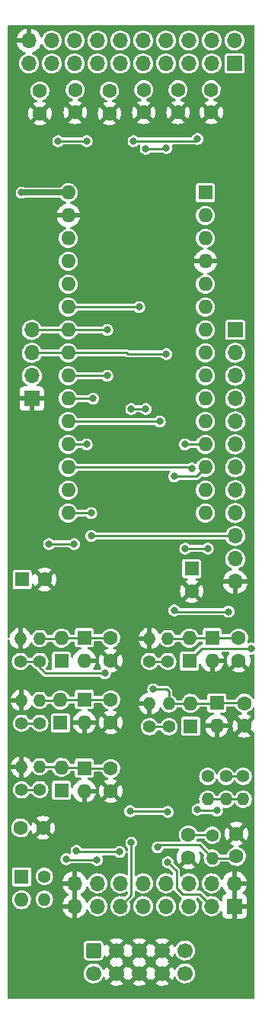
<source format=gbl>
%TF.GenerationSoftware,KiCad,Pcbnew,(6.0.1)*%
%TF.CreationDate,2023-02-02T04:47:40-05:00*%
%TF.ProjectId,ER-PROTO-02-MOZZI-DB,45522d50-524f-4544-9f2d-30322d4d4f5a,3*%
%TF.SameCoordinates,Original*%
%TF.FileFunction,Copper,L2,Bot*%
%TF.FilePolarity,Positive*%
%FSLAX46Y46*%
G04 Gerber Fmt 4.6, Leading zero omitted, Abs format (unit mm)*
G04 Created by KiCad (PCBNEW (6.0.1)) date 2023-02-02 04:47:40*
%MOMM*%
%LPD*%
G01*
G04 APERTURE LIST*
G04 Aperture macros list*
%AMRoundRect*
0 Rectangle with rounded corners*
0 $1 Rounding radius*
0 $2 $3 $4 $5 $6 $7 $8 $9 X,Y pos of 4 corners*
0 Add a 4 corners polygon primitive as box body*
4,1,4,$2,$3,$4,$5,$6,$7,$8,$9,$2,$3,0*
0 Add four circle primitives for the rounded corners*
1,1,$1+$1,$2,$3*
1,1,$1+$1,$4,$5*
1,1,$1+$1,$6,$7*
1,1,$1+$1,$8,$9*
0 Add four rect primitives between the rounded corners*
20,1,$1+$1,$2,$3,$4,$5,0*
20,1,$1+$1,$4,$5,$6,$7,0*
20,1,$1+$1,$6,$7,$8,$9,0*
20,1,$1+$1,$8,$9,$2,$3,0*%
G04 Aperture macros list end*
%TA.AperFunction,ComponentPad*%
%ADD10R,1.600000X1.600000*%
%TD*%
%TA.AperFunction,ComponentPad*%
%ADD11O,1.600000X1.600000*%
%TD*%
%TA.AperFunction,ComponentPad*%
%ADD12C,1.600000*%
%TD*%
%TA.AperFunction,ComponentPad*%
%ADD13C,1.400000*%
%TD*%
%TA.AperFunction,ComponentPad*%
%ADD14O,1.400000X1.400000*%
%TD*%
%TA.AperFunction,ComponentPad*%
%ADD15R,1.700000X1.700000*%
%TD*%
%TA.AperFunction,ComponentPad*%
%ADD16O,1.700000X1.700000*%
%TD*%
%TA.AperFunction,ComponentPad*%
%ADD17RoundRect,0.250000X-0.600000X0.600000X-0.600000X-0.600000X0.600000X-0.600000X0.600000X0.600000X0*%
%TD*%
%TA.AperFunction,ComponentPad*%
%ADD18C,1.700000*%
%TD*%
%TA.AperFunction,ViaPad*%
%ADD19C,0.800000*%
%TD*%
%TA.AperFunction,Conductor*%
%ADD20C,0.254000*%
%TD*%
%TA.AperFunction,Conductor*%
%ADD21C,0.250000*%
%TD*%
%TA.AperFunction,Conductor*%
%ADD22C,0.635000*%
%TD*%
G04 APERTURE END LIST*
D10*
%TO.P,D2,1,K*%
%TO.N,+5V*%
X118999000Y-80800686D03*
D11*
%TO.P,D2,2,A*%
%TO.N,/ANA4*%
X118999000Y-78260686D03*
%TD*%
D10*
%TO.P,D6,1,K*%
%TO.N,+5V*%
X119126000Y-88039686D03*
D11*
%TO.P,D6,2,A*%
%TO.N,/ANA6*%
X119126000Y-85499686D03*
%TD*%
D12*
%TO.P,C1,1*%
%TO.N,/POT6-2*%
X121412000Y-17419000D03*
%TO.P,C1,2*%
%TO.N,GND*%
X121412000Y-19919000D03*
%TD*%
D13*
%TO.P,R2,1*%
%TO.N,/J2-T*%
X114554000Y-80849000D03*
D14*
%TO.P,R2,2*%
%TO.N,GND*%
X114554000Y-78309000D03*
%TD*%
D12*
%TO.P,C13,1*%
%TO.N,/ANA7*%
X110236000Y-92729990D03*
%TO.P,C13,2*%
%TO.N,GND*%
X110236000Y-95229990D03*
%TD*%
%TO.P,C14,1*%
%TO.N,+12P*%
X100223000Y-99314000D03*
%TO.P,C14,2*%
%TO.N,GND*%
X102723000Y-99314000D03*
%TD*%
D13*
%TO.P,R10,1*%
%TO.N,/D10*%
X123063000Y-93599000D03*
D14*
%TO.P,R10,2*%
%TO.N,Net-(C16-Pad1)*%
X123063000Y-96139000D03*
%TD*%
D13*
%TO.P,R3,1*%
%TO.N,/J1-T*%
X102362000Y-80849000D03*
D14*
%TO.P,R3,2*%
%TO.N,/ANA3*%
X102362000Y-78309000D03*
%TD*%
D13*
%TO.P,R7,1*%
%TO.N,/J3-T*%
X102362000Y-87707000D03*
D14*
%TO.P,R7,2*%
%TO.N,/ANA5*%
X102362000Y-85167000D03*
%TD*%
D12*
%TO.P,C4,1*%
%TO.N,/POT5-2*%
X110109000Y-17546000D03*
%TO.P,C4,2*%
%TO.N,GND*%
X110109000Y-20046000D03*
%TD*%
D13*
%TO.P,R15,1*%
%TO.N,Net-(D11-Pad1)*%
X102870000Y-104698013D03*
D14*
%TO.P,R15,2*%
%TO.N,+12P*%
X102870000Y-107238013D03*
%TD*%
D10*
%TO.P,D5,1,K*%
%TO.N,/ANA6*%
X122047000Y-85442315D03*
D11*
%TO.P,D5,2,A*%
%TO.N,GND*%
X122047000Y-87982315D03*
%TD*%
D13*
%TO.P,R13,1*%
%TO.N,/J5-T*%
X100330000Y-95096000D03*
D14*
%TO.P,R13,2*%
%TO.N,GND*%
X100330000Y-92556000D03*
%TD*%
D12*
%TO.P,C3,1*%
%TO.N,/ANA1*%
X113919000Y-17419000D03*
%TO.P,C3,2*%
%TO.N,GND*%
X113919000Y-19919000D03*
%TD*%
D10*
%TO.P,A1,1,D1/TX*%
%TO.N,/D1_TX*%
X120766992Y-28829000D03*
D11*
%TO.P,A1,2,D0/RX*%
%TO.N,/D0_RX*%
X120766992Y-31369000D03*
%TO.P,A1,3,~{RESET}*%
%TO.N,unconnected-(A1-Pad3)*%
X120766992Y-33909000D03*
%TO.P,A1,4,GND*%
%TO.N,GND*%
X120766992Y-36449000D03*
%TO.P,A1,5,D2*%
%TO.N,unconnected-(A1-Pad5)*%
X120766992Y-38989000D03*
%TO.P,A1,6,D3*%
%TO.N,unconnected-(A1-Pad6)*%
X120766992Y-41529000D03*
%TO.P,A1,7,D4*%
%TO.N,unconnected-(A1-Pad7)*%
X120766992Y-44069000D03*
%TO.P,A1,8,D5*%
%TO.N,unconnected-(A1-Pad8)*%
X120766992Y-46609000D03*
%TO.P,A1,9,D6*%
%TO.N,/D6*%
X120766992Y-49149000D03*
%TO.P,A1,10,D7*%
%TO.N,/D7*%
X120766992Y-51689000D03*
%TO.P,A1,11,D8*%
%TO.N,/D8*%
X120766992Y-54229000D03*
%TO.P,A1,12,D9*%
%TO.N,/D9*%
X120766992Y-56769000D03*
%TO.P,A1,13,D10*%
%TO.N,/D10*%
X120766992Y-59309000D03*
%TO.P,A1,14,D11*%
%TO.N,/D11*%
X120766992Y-61849000D03*
%TO.P,A1,15,D12*%
%TO.N,/D12*%
X120766992Y-64389000D03*
%TO.P,A1,16,D13*%
%TO.N,/D13*%
X105526992Y-64389000D03*
%TO.P,A1,17,3V3*%
%TO.N,unconnected-(A1-Pad17)*%
X105526992Y-61849000D03*
%TO.P,A1,18,AREF*%
%TO.N,Net-(A1-Pad18)*%
X105526992Y-59309000D03*
%TO.P,A1,19,A0*%
%TO.N,/ANA0*%
X105526992Y-56769000D03*
%TO.P,A1,20,A1*%
%TO.N,/ANA1*%
X105526992Y-54229000D03*
%TO.P,A1,21,A2*%
%TO.N,/ANA2*%
X105526992Y-51689000D03*
%TO.P,A1,22,A3*%
%TO.N,/ANA3*%
X105526992Y-49149000D03*
%TO.P,A1,23,A4*%
%TO.N,/ANA4*%
X105526992Y-46609000D03*
%TO.P,A1,24,A5*%
%TO.N,/ANA5*%
X105526992Y-44069000D03*
%TO.P,A1,25,A6*%
%TO.N,/ANA6*%
X105526992Y-41529000D03*
%TO.P,A1,26,A7*%
%TO.N,/ANA7*%
X105526992Y-38989000D03*
%TO.P,A1,27,+5V*%
%TO.N,+5V*%
X105526992Y-36449000D03*
%TO.P,A1,28,~{RESET}*%
%TO.N,unconnected-(A1-Pad28)*%
X105526992Y-33909000D03*
%TO.P,A1,29,GND*%
%TO.N,GND*%
X105526992Y-31369000D03*
%TO.P,A1,30,VIN*%
%TO.N,+12P*%
X105526992Y-28829000D03*
%TD*%
D13*
%TO.P,R4,1*%
%TO.N,/J1-T*%
X100203000Y-80849000D03*
D14*
%TO.P,R4,2*%
%TO.N,GND*%
X100203000Y-78309000D03*
%TD*%
D10*
%TO.P,D9,1,K*%
%TO.N,/ANA7*%
X107315000Y-92681315D03*
D11*
%TO.P,D9,2,A*%
%TO.N,GND*%
X107315000Y-95221315D03*
%TD*%
D13*
%TO.P,R14,1*%
%TO.N,Net-(C16-Pad1)*%
X121539000Y-100126000D03*
D14*
%TO.P,R14,2*%
%TO.N,/J6-T*%
X121539000Y-102666000D03*
%TD*%
D12*
%TO.P,C15,1*%
%TO.N,/J6-T*%
X124206000Y-102469010D03*
%TO.P,C15,2*%
%TO.N,GND*%
X124206000Y-99969010D03*
%TD*%
%TO.P,C10,1*%
%TO.N,/ANA3*%
X110236000Y-78252000D03*
%TO.P,C10,2*%
%TO.N,GND*%
X110236000Y-80752000D03*
%TD*%
D10*
%TO.P,D7,1,K*%
%TO.N,/ANA5*%
X107315000Y-85061315D03*
D11*
%TO.P,D7,2,A*%
%TO.N,GND*%
X107315000Y-87601315D03*
%TD*%
D13*
%TO.P,R6,1*%
%TO.N,/J4-T*%
X114554000Y-88088000D03*
D14*
%TO.P,R6,2*%
%TO.N,GND*%
X114554000Y-85548000D03*
%TD*%
D15*
%TO.P,J1,1,Pin_1*%
%TO.N,GND*%
X101473000Y-51689000D03*
D16*
%TO.P,J1,2,Pin_2*%
%TO.N,+5V*%
X101473000Y-49149000D03*
%TO.P,J1,3,Pin_3*%
%TO.N,/ANA4*%
X101473000Y-46609000D03*
%TO.P,J1,4,Pin_4*%
%TO.N,/ANA5*%
X101473000Y-44069000D03*
%TD*%
D12*
%TO.P,C11,1*%
%TO.N,/ANA6*%
X125095000Y-85491000D03*
%TO.P,C11,2*%
%TO.N,GND*%
X125095000Y-87991000D03*
%TD*%
D13*
%TO.P,R12,1*%
%TO.N,/J5-T*%
X102362000Y-95073000D03*
D14*
%TO.P,R12,2*%
%TO.N,/ANA7*%
X102362000Y-92533000D03*
%TD*%
D10*
%TO.P,D1,1,K*%
%TO.N,/ANA4*%
X121539000Y-78203315D03*
D11*
%TO.P,D1,2,A*%
%TO.N,GND*%
X121539000Y-80743315D03*
%TD*%
D12*
%TO.P,C12,1*%
%TO.N,/ANA5*%
X110236000Y-85110000D03*
%TO.P,C12,2*%
%TO.N,GND*%
X110236000Y-87610000D03*
%TD*%
D10*
%TO.P,C7,1*%
%TO.N,Net-(A1-Pad18)*%
X119253000Y-70549888D03*
D12*
%TO.P,C7,2*%
%TO.N,GND*%
X119253000Y-73049888D03*
%TD*%
D13*
%TO.P,R8,1*%
%TO.N,/J3-T*%
X100330000Y-87707000D03*
D14*
%TO.P,R8,2*%
%TO.N,GND*%
X100330000Y-85167000D03*
%TD*%
D17*
%TO.P,J9,1,Pin_1*%
%TO.N,-12V*%
X108331000Y-112912500D03*
D18*
%TO.P,J9,2,Pin_2*%
X108331000Y-115452500D03*
%TO.P,J9,3,Pin_3*%
%TO.N,GND*%
X110871000Y-112912500D03*
%TO.P,J9,4,Pin_4*%
X110871000Y-115452500D03*
%TO.P,J9,5,Pin_5*%
X113411000Y-112912500D03*
%TO.P,J9,6,Pin_6*%
X113411000Y-115452500D03*
%TO.P,J9,7,Pin_7*%
X115951000Y-112912500D03*
%TO.P,J9,8,Pin_8*%
X115951000Y-115452500D03*
%TO.P,J9,9,Pin_9*%
%TO.N,+12V*%
X118491000Y-112912500D03*
%TO.P,J9,10,Pin_10*%
X118491000Y-115452500D03*
%TD*%
D10*
%TO.P,D11,1,K*%
%TO.N,Net-(D11-Pad1)*%
X100330000Y-104746315D03*
D11*
%TO.P,D11,2,A*%
%TO.N,+12V*%
X100330000Y-107286315D03*
%TD*%
D10*
%TO.P,D10,1,K*%
%TO.N,+5V*%
X104775000Y-95151686D03*
D11*
%TO.P,D10,2,A*%
%TO.N,/ANA7*%
X104775000Y-92611686D03*
%TD*%
D12*
%TO.P,C16,1*%
%TO.N,Net-(C16-Pad1)*%
X118872000Y-100096000D03*
%TO.P,C16,2*%
%TO.N,GND*%
X118872000Y-102596000D03*
%TD*%
%TO.P,C2,1*%
%TO.N,/POT4-2*%
X117729000Y-17419000D03*
%TO.P,C2,2*%
%TO.N,GND*%
X117729000Y-19919000D03*
%TD*%
D15*
%TO.P,J10,1,Pin_1*%
%TO.N,/D0_RX*%
X124079000Y-44069000D03*
D16*
%TO.P,J10,2,Pin_2*%
%TO.N,/D1_TX*%
X124079000Y-46609000D03*
%TO.P,J10,3,Pin_3*%
%TO.N,/D6*%
X124079000Y-49149000D03*
%TO.P,J10,4,Pin_4*%
%TO.N,/D7*%
X124079000Y-51689000D03*
%TO.P,J10,5,Pin_5*%
%TO.N,/D8*%
X124079000Y-54229000D03*
%TO.P,J10,6,Pin_6*%
%TO.N,/D9*%
X124079000Y-56769000D03*
%TO.P,J10,7,Pin_7*%
%TO.N,/D10*%
X124079000Y-59309000D03*
%TO.P,J10,8,Pin_8*%
%TO.N,/D11*%
X124079000Y-61849000D03*
%TO.P,J10,9,Pin_9*%
%TO.N,/D12*%
X124079000Y-64389000D03*
%TO.P,J10,10,Pin_10*%
%TO.N,/D13*%
X124079000Y-66929000D03*
%TO.P,J10,11,Pin_11*%
%TO.N,+5V*%
X124079000Y-69469000D03*
%TO.P,J10,12,Pin_12*%
%TO.N,GND*%
X124079000Y-72009000D03*
%TD*%
D12*
%TO.P,C6,1*%
%TO.N,/ANA0*%
X102362000Y-17546000D03*
%TO.P,C6,2*%
%TO.N,GND*%
X102362000Y-20046000D03*
%TD*%
%TO.P,C5,1*%
%TO.N,/ANA2*%
X106299000Y-17419000D03*
%TO.P,C5,2*%
%TO.N,GND*%
X106299000Y-19919000D03*
%TD*%
D10*
%TO.P,C8,1*%
%TO.N,+12P*%
X100394888Y-71755000D03*
D12*
%TO.P,C8,2*%
%TO.N,GND*%
X102894888Y-71755000D03*
%TD*%
D13*
%TO.P,R5,1*%
%TO.N,/J4-T*%
X116713000Y-88088000D03*
D14*
%TO.P,R5,2*%
%TO.N,/ANA6*%
X116713000Y-85548000D03*
%TD*%
D10*
%TO.P,D4,1,K*%
%TO.N,+5V*%
X104775000Y-80800686D03*
D11*
%TO.P,D4,2,A*%
%TO.N,/ANA3*%
X104775000Y-78260686D03*
%TD*%
D10*
%TO.P,D8,1,K*%
%TO.N,+5V*%
X104648000Y-87658686D03*
D11*
%TO.P,D8,2,A*%
%TO.N,/ANA5*%
X104648000Y-85118686D03*
%TD*%
D15*
%TO.P,J8,1,GND*%
%TO.N,+5V*%
X124000006Y-14499999D03*
D16*
%TO.P,J8,2,POT6_1_CW*%
%TO.N,/POT6-1*%
X124000006Y-11959999D03*
%TO.P,J8,3,POT6_2_W*%
%TO.N,/POT6-2*%
X121460006Y-14499999D03*
%TO.P,J8,4,POT6_3_CCW*%
%TO.N,/POT6-3*%
X121460006Y-11959999D03*
%TO.P,J8,5,POT4_1_CW*%
%TO.N,/POT4-1*%
X118920006Y-14499999D03*
%TO.P,J8,6,POT4_2_W*%
%TO.N,/POT4-2*%
X118920006Y-11959999D03*
%TO.P,J8,7,POT4_3_CCW*%
%TO.N,/POT4-3*%
X116380006Y-14499999D03*
%TO.P,J8,8,POT2_1_CW*%
%TO.N,/POT2-1*%
X116380006Y-11959999D03*
%TO.P,J8,9,POT2_2_W*%
%TO.N,/ANA1*%
X113840006Y-14499999D03*
%TO.P,J8,10,POT2_3_CCW*%
%TO.N,/POT2-3*%
X113840006Y-11959999D03*
%TO.P,J8,11,POT5_1_CW*%
%TO.N,/POT5-1*%
X111300006Y-14499999D03*
%TO.P,J8,12,POT5_2_W*%
%TO.N,/POT5-2*%
X111300006Y-11959999D03*
%TO.P,J8,13,POT5_3_CCW*%
%TO.N,/POT5-3*%
X108760006Y-14499999D03*
%TO.P,J8,14,POT3_1_CW*%
%TO.N,/POT3-1*%
X108760006Y-11959999D03*
%TO.P,J8,15,POT3_2_W*%
%TO.N,/ANA2*%
X106220006Y-14499999D03*
%TO.P,J8,16,POT3_3_CCW*%
%TO.N,/POT3-3*%
X106220006Y-11959999D03*
%TO.P,J8,17,POT1_1_CW*%
%TO.N,/POT1-1*%
X103680006Y-14499999D03*
%TO.P,J8,18,POT1_2_W*%
%TO.N,/ANA0*%
X103680006Y-11959999D03*
%TO.P,J8,19,POT1_3_CCW*%
%TO.N,/POT1-3*%
X101140006Y-14499999D03*
%TO.P,J8,20,GND*%
%TO.N,GND*%
X101140006Y-11959999D03*
%TD*%
D15*
%TO.P,J7,1,GND*%
%TO.N,GND*%
X124000006Y-108000013D03*
D16*
%TO.P,J7,2,GND*%
X124000006Y-105460013D03*
%TO.P,J7,3,J2_R_N*%
%TO.N,/POT5-2*%
X121460006Y-108000013D03*
%TO.P,J7,4,J2_T*%
%TO.N,/J2-T*%
X121460006Y-105460013D03*
%TO.P,J7,5,J4_R_N*%
%TO.N,/J4-R_N*%
X118920006Y-108000013D03*
%TO.P,J7,6,J4_T*%
%TO.N,/J4-T*%
X118920006Y-105460013D03*
%TO.P,J7,7,J6_R_N*%
%TO.N,Net-(J7-Pad7)*%
X116380006Y-108000013D03*
%TO.P,J7,8,J6_T*%
%TO.N,/J6-T*%
X116380006Y-105460013D03*
%TO.P,J7,9,J1_R_N*%
%TO.N,/POT4-2*%
X113840006Y-108000013D03*
%TO.P,J7,10,J1_T*%
%TO.N,/J1-T*%
X113840006Y-105460013D03*
%TO.P,J7,11,J3_R_N*%
%TO.N,/POT6-2*%
X111300006Y-108000013D03*
%TO.P,J7,12,J3_T*%
%TO.N,/J3-T*%
X111300006Y-105460013D03*
%TO.P,J7,13,J5_R_N*%
%TO.N,/J5-R_N*%
X108760006Y-108000013D03*
%TO.P,J7,14,J5_T*%
%TO.N,/J5-T*%
X108760006Y-105460013D03*
%TO.P,J7,15,GND*%
%TO.N,GND*%
X106220006Y-108000013D03*
%TO.P,J7,16,GND*%
X106220006Y-105460013D03*
%TD*%
D10*
%TO.P,D3,1,K*%
%TO.N,/ANA3*%
X107315000Y-78203315D03*
D11*
%TO.P,D3,2,A*%
%TO.N,GND*%
X107315000Y-80743315D03*
%TD*%
D13*
%TO.P,R1,1*%
%TO.N,/J2-T*%
X116586000Y-80849000D03*
D14*
%TO.P,R1,2*%
%TO.N,/ANA4*%
X116586000Y-78309000D03*
%TD*%
D13*
%TO.P,R9,1*%
%TO.N,/D10*%
X124968000Y-93599000D03*
D14*
%TO.P,R9,2*%
%TO.N,Net-(C16-Pad1)*%
X124968000Y-96139000D03*
%TD*%
D12*
%TO.P,C9,1*%
%TO.N,/ANA4*%
X124460000Y-78252000D03*
%TO.P,C9,2*%
%TO.N,GND*%
X124460000Y-80752000D03*
%TD*%
D13*
%TO.P,R11,1*%
%TO.N,/D9*%
X121031000Y-93599000D03*
D14*
%TO.P,R11,2*%
%TO.N,Net-(C16-Pad1)*%
X121031000Y-96139000D03*
%TD*%
D19*
%TO.N,/ANA0*%
X107569000Y-56769000D03*
X104394000Y-23114000D03*
X107569000Y-23114000D03*
%TO.N,/ANA1*%
X115697000Y-54229000D03*
%TO.N,/ANA2*%
X108295500Y-51689000D03*
%TO.N,/J1-T*%
X109601000Y-82169000D03*
%TO.N,/J2-T*%
X122047000Y-97409000D03*
X119888000Y-97282000D03*
%TO.N,/J3-T*%
X111252000Y-101981000D03*
X106426000Y-101854000D03*
%TO.N,/ANA3*%
X109855000Y-49149000D03*
%TO.N,/ANA4*%
X116423500Y-46736000D03*
%TO.N,/ANA5*%
X109855000Y-44069000D03*
%TO.N,/J6-T*%
X115464460Y-101473000D03*
%TO.N,/J5-T*%
X105307322Y-102779207D03*
X108712000Y-102870000D03*
%TO.N,+5V*%
X125857000Y-79425800D03*
%TO.N,+12P*%
X100330000Y-28829000D03*
%TO.N,/ANA6*%
X113411000Y-41529000D03*
X114959989Y-83947000D03*
%TO.N,/ANA7*%
X103378000Y-67818000D03*
X106172000Y-67818000D03*
%TO.N,Net-(A1-Pad18)*%
X119253000Y-59436000D03*
%TO.N,/D13*%
X108077000Y-64389000D03*
X108077000Y-66929000D03*
%TO.N,/D10*%
X123333489Y-75327489D03*
X117312500Y-75184000D03*
X117312500Y-60325000D03*
%TO.N,/D9*%
X118491000Y-56769000D03*
X121031000Y-68326000D03*
X118526500Y-68326000D03*
%TO.N,/POT6-2*%
X112527164Y-100958736D03*
X119888000Y-22860000D03*
X112776000Y-23114000D03*
%TO.N,/POT4-2*%
X114137500Y-52832000D03*
X112522000Y-52832000D03*
X114137500Y-23967500D03*
X116423500Y-23876000D03*
%TO.N,/POT5-2*%
X116583847Y-103126153D03*
X112399983Y-97470009D03*
X116586000Y-97536000D03*
%TD*%
D20*
%TO.N,/ANA0*%
X104394000Y-23114000D02*
X107569000Y-23114000D01*
X107569000Y-56769000D02*
X105526992Y-56769000D01*
%TO.N,/ANA1*%
X105526992Y-54229000D02*
X115697000Y-54229000D01*
%TO.N,/ANA2*%
X108295500Y-51689000D02*
X105526992Y-51689000D01*
%TO.N,/J1-T*%
X102362000Y-81534000D02*
X102997000Y-82169000D01*
X109601000Y-82169000D02*
X102997000Y-82169000D01*
X100203000Y-80849000D02*
X102362000Y-80849000D01*
X102362000Y-80849000D02*
X102362000Y-81534000D01*
D21*
%TO.N,/J2-T*%
X122047000Y-97409000D02*
X120015000Y-97409000D01*
D20*
X114554000Y-80849000D02*
X116586000Y-80849000D01*
D21*
X120015000Y-97409000D02*
X119888000Y-97282000D01*
D20*
%TO.N,/J3-T*%
X106553000Y-101981000D02*
X106426000Y-101854000D01*
X111252000Y-101981000D02*
X106553000Y-101981000D01*
X100330000Y-87707000D02*
X102362000Y-87707000D01*
%TO.N,/J4-T*%
X114554000Y-88088000D02*
X116713000Y-88088000D01*
%TO.N,/ANA3*%
X104775000Y-78260686D02*
X107257629Y-78260686D01*
X105526992Y-49149000D02*
X109855000Y-49149000D01*
X107315000Y-78203315D02*
X110187315Y-78203315D01*
X102362000Y-78309000D02*
X104726686Y-78309000D01*
%TO.N,/ANA4*%
X118999000Y-78260686D02*
X121481629Y-78260686D01*
X121539000Y-78203315D02*
X124411315Y-78203315D01*
X101473000Y-46609000D02*
X105526992Y-46609000D01*
X112141000Y-46736000D02*
X116423500Y-46736000D01*
X116586000Y-78309000D02*
X118950686Y-78309000D01*
X112014000Y-46609000D02*
X105526992Y-46609000D01*
X112014000Y-46609000D02*
X112141000Y-46736000D01*
%TO.N,/ANA5*%
X104648000Y-85118686D02*
X107257629Y-85118686D01*
X107315000Y-85061315D02*
X110187315Y-85061315D01*
X101473000Y-44069000D02*
X105526992Y-44069000D01*
X102362000Y-85167000D02*
X104599686Y-85167000D01*
X105526992Y-44069000D02*
X109855000Y-44069000D01*
%TO.N,/J6-T*%
X120088489Y-101222511D02*
X115714949Y-101222511D01*
X120092000Y-101219000D02*
X120088489Y-101222511D01*
X121539000Y-102666000D02*
X124009010Y-102666000D01*
X115714949Y-101222511D02*
X115464460Y-101473000D01*
X120092000Y-101219000D02*
X121539000Y-102666000D01*
%TO.N,/J5-T*%
X108712000Y-102870000D02*
X105398115Y-102870000D01*
X100330000Y-95096000D02*
X102339000Y-95096000D01*
X105398115Y-102870000D02*
X105307322Y-102779207D01*
D21*
%TO.N,+5V*%
X125831600Y-79400400D02*
X125857000Y-79425800D01*
X118999000Y-80800686D02*
X120399286Y-79400400D01*
X120399286Y-79400400D02*
X125831600Y-79400400D01*
D22*
%TO.N,+12P*%
X100330000Y-28829000D02*
X105527000Y-28829000D01*
D20*
%TO.N,/ANA6*%
X122047000Y-85442315D02*
X125046315Y-85442315D01*
X113411000Y-41529000D02*
X105526992Y-41529000D01*
X116713000Y-85548000D02*
X116713000Y-84201000D01*
X116459000Y-83947000D02*
X114959989Y-83947000D01*
X119126000Y-85499686D02*
X121989629Y-85499686D01*
X116713000Y-85548000D02*
X119077686Y-85548000D01*
X116713000Y-84201000D02*
X116459000Y-83947000D01*
%TO.N,/ANA7*%
X104775000Y-92611686D02*
X107245371Y-92611686D01*
X106172000Y-67818000D02*
X103378000Y-67818000D01*
X107315000Y-92681315D02*
X110187315Y-92681315D01*
X102362000Y-92533000D02*
X104696314Y-92533000D01*
%TO.N,Net-(A1-Pad18)*%
X119253000Y-59436000D02*
X119126000Y-59309000D01*
X119126000Y-59309000D02*
X105526992Y-59309000D01*
D21*
%TO.N,/D13*%
X105527000Y-64389000D02*
X108077000Y-64389000D01*
X124079000Y-66929000D02*
X108077000Y-66929000D01*
D20*
%TO.N,/D10*%
X119750992Y-60325000D02*
X120766992Y-59309000D01*
X123063000Y-93599000D02*
X124968000Y-93599000D01*
X117455989Y-75327489D02*
X117312500Y-75184000D01*
X123333489Y-75327489D02*
X117455989Y-75327489D01*
X117312500Y-60325000D02*
X119750992Y-60325000D01*
%TO.N,/D9*%
X121031000Y-68326000D02*
X118526500Y-68326000D01*
X118491000Y-56769000D02*
X120766992Y-56769000D01*
%TO.N,Net-(C16-Pad1)*%
X123063000Y-96139000D02*
X124968000Y-96139000D01*
X118872000Y-100096000D02*
X121509000Y-100096000D01*
X121031000Y-96139000D02*
X123063000Y-96139000D01*
D21*
%TO.N,/POT6-2*%
X119634000Y-23114000D02*
X119888000Y-22860000D01*
X112522000Y-106778019D02*
X112522000Y-100963900D01*
X111300006Y-108000013D02*
X112522000Y-106778019D01*
X112776000Y-23114000D02*
X119634000Y-23114000D01*
%TO.N,/POT4-2*%
X114137500Y-23967500D02*
X116332000Y-23967500D01*
X112522000Y-52832000D02*
X114137500Y-52832000D01*
X116332000Y-23967500D02*
X116423500Y-23876000D01*
%TO.N,/POT5-2*%
X118237000Y-106680000D02*
X117554517Y-105997517D01*
X116583847Y-103126153D02*
X117554517Y-104096822D01*
X120139993Y-106680000D02*
X118237000Y-106680000D01*
X117554517Y-105997517D02*
X117554517Y-104096822D01*
X112399983Y-97470009D02*
X116520009Y-97470009D01*
X116520009Y-97470009D02*
X116586000Y-97536000D01*
X121460006Y-108000013D02*
X120139993Y-106680000D01*
%TD*%
%TA.AperFunction,Conductor*%
%TO.N,GND*%
G36*
X126188121Y-10274002D02*
G01*
X126234614Y-10327658D01*
X126246000Y-10380000D01*
X126246000Y-78687083D01*
X126225998Y-78755204D01*
X126172342Y-78801697D01*
X126102068Y-78811801D01*
X126089308Y-78809288D01*
X125939633Y-78771692D01*
X125932034Y-78771652D01*
X125932033Y-78771652D01*
X125866181Y-78771307D01*
X125781221Y-78770862D01*
X125773841Y-78772634D01*
X125773839Y-78772634D01*
X125634563Y-78806071D01*
X125634560Y-78806072D01*
X125627184Y-78807843D01*
X125620440Y-78811324D01*
X125620437Y-78811325D01*
X125611610Y-78815881D01*
X125541903Y-78829351D01*
X125475979Y-78802996D01*
X125434769Y-78745184D01*
X125431356Y-78674270D01*
X125434261Y-78664145D01*
X125491323Y-78492610D01*
X125491326Y-78492597D01*
X125493270Y-78486753D01*
X125519189Y-78281586D01*
X125519602Y-78252000D01*
X125499422Y-78046189D01*
X125439651Y-77848217D01*
X125381317Y-77738507D01*
X125345459Y-77671067D01*
X125345457Y-77671064D01*
X125342565Y-77665625D01*
X125338674Y-77660855D01*
X125338672Y-77660851D01*
X125215758Y-77510143D01*
X125215755Y-77510140D01*
X125211863Y-77505368D01*
X125207114Y-77501439D01*
X125057271Y-77377478D01*
X125057266Y-77377475D01*
X125052522Y-77373550D01*
X125047103Y-77370620D01*
X125047100Y-77370618D01*
X124876032Y-77278122D01*
X124876027Y-77278120D01*
X124870612Y-77275192D01*
X124673063Y-77214040D01*
X124666938Y-77213396D01*
X124666937Y-77213396D01*
X124473526Y-77193068D01*
X124473524Y-77193068D01*
X124467397Y-77192424D01*
X124341229Y-77203906D01*
X124267591Y-77210607D01*
X124267590Y-77210607D01*
X124261450Y-77211166D01*
X124063066Y-77269554D01*
X124057601Y-77272411D01*
X123885261Y-77362508D01*
X123885257Y-77362511D01*
X123879801Y-77365363D01*
X123718635Y-77494943D01*
X123585708Y-77653360D01*
X123582742Y-77658756D01*
X123582736Y-77658764D01*
X123528996Y-77756516D01*
X123478651Y-77806575D01*
X123418582Y-77821815D01*
X122719499Y-77821815D01*
X122651378Y-77801813D01*
X122604885Y-77748157D01*
X122593499Y-77695815D01*
X122593499Y-77378249D01*
X122578734Y-77304014D01*
X122565280Y-77283878D01*
X122529377Y-77230147D01*
X122522484Y-77219831D01*
X122438301Y-77163581D01*
X122364067Y-77148815D01*
X121539134Y-77148815D01*
X120713934Y-77148816D01*
X120678182Y-77155927D01*
X120651874Y-77161159D01*
X120651872Y-77161160D01*
X120639699Y-77163581D01*
X120629379Y-77170476D01*
X120629378Y-77170477D01*
X120582697Y-77201669D01*
X120555516Y-77219831D01*
X120499266Y-77304014D01*
X120484500Y-77378248D01*
X120484500Y-77753186D01*
X120464498Y-77821307D01*
X120410842Y-77867800D01*
X120358500Y-77879186D01*
X120066207Y-77879186D01*
X119998086Y-77859184D01*
X119954956Y-77812340D01*
X119937208Y-77778960D01*
X119881565Y-77674311D01*
X119877674Y-77669541D01*
X119877672Y-77669537D01*
X119754758Y-77518829D01*
X119754755Y-77518826D01*
X119750863Y-77514054D01*
X119741664Y-77506444D01*
X119596271Y-77386164D01*
X119596266Y-77386161D01*
X119591522Y-77382236D01*
X119586103Y-77379306D01*
X119586100Y-77379304D01*
X119415032Y-77286808D01*
X119415027Y-77286806D01*
X119409612Y-77283878D01*
X119212063Y-77222726D01*
X119205938Y-77222082D01*
X119205937Y-77222082D01*
X119012526Y-77201754D01*
X119012524Y-77201754D01*
X119006397Y-77201110D01*
X118880229Y-77212592D01*
X118806591Y-77219293D01*
X118806590Y-77219293D01*
X118800450Y-77219852D01*
X118602066Y-77278240D01*
X118596601Y-77281097D01*
X118424261Y-77371194D01*
X118424257Y-77371197D01*
X118418801Y-77374049D01*
X118257635Y-77503629D01*
X118124708Y-77662046D01*
X118121739Y-77667447D01*
X118028054Y-77837857D01*
X118028052Y-77837861D01*
X118025082Y-77843264D01*
X118023218Y-77849141D01*
X118022361Y-77851140D01*
X117977139Y-77905871D01*
X117906551Y-77927500D01*
X117539945Y-77927500D01*
X117471824Y-77907498D01*
X117428694Y-77860653D01*
X117387764Y-77783674D01*
X117387762Y-77783671D01*
X117384870Y-77778232D01*
X117380980Y-77773462D01*
X117380977Y-77773458D01*
X117270457Y-77637948D01*
X117270454Y-77637945D01*
X117266562Y-77633173D01*
X117122332Y-77513855D01*
X116957673Y-77424824D01*
X116827202Y-77384437D01*
X116784744Y-77371294D01*
X116784741Y-77371293D01*
X116778857Y-77369472D01*
X116772732Y-77368828D01*
X116772731Y-77368828D01*
X116598824Y-77350549D01*
X116598823Y-77350549D01*
X116592696Y-77349905D01*
X116516143Y-77356872D01*
X116412418Y-77366312D01*
X116412415Y-77366313D01*
X116406279Y-77366871D01*
X116400373Y-77368609D01*
X116400369Y-77368610D01*
X116340726Y-77386164D01*
X116226708Y-77419721D01*
X116060822Y-77506444D01*
X116056022Y-77510304D01*
X116056021Y-77510304D01*
X116026477Y-77534058D01*
X115914940Y-77623736D01*
X115876509Y-77669537D01*
X115818636Y-77738507D01*
X115759526Y-77777834D01*
X115688538Y-77778960D01*
X115628211Y-77741529D01*
X115607919Y-77710765D01*
X115606479Y-77707677D01*
X115601002Y-77698189D01*
X115486075Y-77534058D01*
X115479019Y-77525650D01*
X115337350Y-77383981D01*
X115328942Y-77376925D01*
X115164811Y-77261998D01*
X115155323Y-77256521D01*
X114973727Y-77171842D01*
X114963423Y-77168092D01*
X114825497Y-77131134D01*
X114811401Y-77131470D01*
X114808000Y-77139412D01*
X114808000Y-79473439D01*
X114811973Y-79486970D01*
X114820522Y-79488199D01*
X114963423Y-79449908D01*
X114973727Y-79446158D01*
X115155323Y-79361479D01*
X115164811Y-79356002D01*
X115328942Y-79241075D01*
X115337350Y-79234019D01*
X115479019Y-79092350D01*
X115486075Y-79083942D01*
X115601002Y-78919811D01*
X115606478Y-78910324D01*
X115608461Y-78906072D01*
X115655377Y-78852786D01*
X115723653Y-78833323D01*
X115791614Y-78853863D01*
X115821401Y-78881053D01*
X115896068Y-78975259D01*
X115900762Y-78979254D01*
X116030901Y-79090011D01*
X116038618Y-79096579D01*
X116043996Y-79099585D01*
X116043998Y-79099586D01*
X116099808Y-79130777D01*
X116202018Y-79187900D01*
X116380043Y-79245744D01*
X116565914Y-79267908D01*
X116572049Y-79267436D01*
X116572051Y-79267436D01*
X116746408Y-79254020D01*
X116746413Y-79254019D01*
X116752549Y-79253547D01*
X116758479Y-79251891D01*
X116758481Y-79251891D01*
X116926913Y-79204864D01*
X116926912Y-79204864D01*
X116932841Y-79203209D01*
X116951682Y-79193692D01*
X117022107Y-79158117D01*
X117099921Y-79118810D01*
X117120649Y-79102616D01*
X117242571Y-79007360D01*
X117242572Y-79007360D01*
X117247427Y-79003566D01*
X117353176Y-78881054D01*
X117365709Y-78866535D01*
X117365710Y-78866533D01*
X117369738Y-78861867D01*
X117408187Y-78794184D01*
X117430866Y-78754263D01*
X117481905Y-78704912D01*
X117540422Y-78690500D01*
X117957325Y-78690500D01*
X118025446Y-78710502D01*
X118069391Y-78758906D01*
X118105514Y-78829195D01*
X118105517Y-78829199D01*
X118108334Y-78834681D01*
X118236786Y-78996747D01*
X118241479Y-79000741D01*
X118241480Y-79000742D01*
X118375750Y-79115014D01*
X118394271Y-79130777D01*
X118574789Y-79231666D01*
X118771466Y-79295570D01*
X118976809Y-79320056D01*
X118982944Y-79319584D01*
X118982946Y-79319584D01*
X119176856Y-79304663D01*
X119176860Y-79304662D01*
X119182998Y-79304190D01*
X119382178Y-79248578D01*
X119387682Y-79245798D01*
X119387684Y-79245797D01*
X119561262Y-79158117D01*
X119561264Y-79158116D01*
X119566763Y-79155338D01*
X119729722Y-79028020D01*
X119733748Y-79023356D01*
X119733751Y-79023353D01*
X119860819Y-78876143D01*
X119860820Y-78876141D01*
X119864848Y-78871475D01*
X119945943Y-78728723D01*
X119958881Y-78705949D01*
X120009921Y-78656598D01*
X120068437Y-78642186D01*
X120358501Y-78642186D01*
X120426622Y-78662188D01*
X120473115Y-78715844D01*
X120484501Y-78768186D01*
X120484501Y-78895665D01*
X120464499Y-78963786D01*
X120410843Y-79010279D01*
X120370171Y-79020900D01*
X120367762Y-79020900D01*
X120359983Y-79022195D01*
X120348713Y-79024071D01*
X120342836Y-79024908D01*
X120336335Y-79025677D01*
X120302283Y-79029707D01*
X120302281Y-79029708D01*
X120291945Y-79030931D01*
X120283696Y-79034892D01*
X120274660Y-79036396D01*
X120265491Y-79041343D01*
X120265489Y-79041344D01*
X120229526Y-79060748D01*
X120224237Y-79063443D01*
X120185201Y-79082188D01*
X120178054Y-79085620D01*
X120173778Y-79089214D01*
X120171838Y-79091154D01*
X120169927Y-79092907D01*
X120169837Y-79092956D01*
X120169725Y-79092833D01*
X120169190Y-79093305D01*
X120163472Y-79096390D01*
X120156405Y-79104035D01*
X120126870Y-79135986D01*
X120123440Y-79139552D01*
X119553711Y-79709281D01*
X119491399Y-79743307D01*
X119464616Y-79746186D01*
X118316297Y-79746187D01*
X118173934Y-79746187D01*
X118138182Y-79753298D01*
X118111874Y-79758530D01*
X118111872Y-79758531D01*
X118099699Y-79760952D01*
X118089379Y-79767847D01*
X118089378Y-79767848D01*
X118051060Y-79793452D01*
X118015516Y-79817202D01*
X117959266Y-79901385D01*
X117944500Y-79975619D01*
X117944501Y-81625752D01*
X117951076Y-81658810D01*
X117956614Y-81686652D01*
X117959266Y-81699987D01*
X117966161Y-81710306D01*
X117966162Y-81710308D01*
X117994212Y-81752287D01*
X118015516Y-81784170D01*
X118099699Y-81840420D01*
X118173933Y-81855186D01*
X118998866Y-81855186D01*
X119824066Y-81855185D01*
X119859818Y-81848074D01*
X119886126Y-81842842D01*
X119886128Y-81842841D01*
X119898301Y-81840420D01*
X119908621Y-81833525D01*
X119908622Y-81833524D01*
X119972168Y-81791063D01*
X119982484Y-81784170D01*
X120038734Y-81699987D01*
X120053500Y-81625753D01*
X120053500Y-81210142D01*
X120073502Y-81142021D01*
X120127158Y-81095528D01*
X120197432Y-81085424D01*
X120262012Y-81114918D01*
X120301207Y-81177534D01*
X120303762Y-81187069D01*
X120307510Y-81197368D01*
X120399586Y-81394826D01*
X120405069Y-81404322D01*
X120530028Y-81582782D01*
X120537084Y-81591190D01*
X120691125Y-81745231D01*
X120699533Y-81752287D01*
X120877993Y-81877246D01*
X120887489Y-81882729D01*
X121084947Y-81974805D01*
X121095239Y-81978551D01*
X121267503Y-82024709D01*
X121281599Y-82024373D01*
X121285000Y-82016431D01*
X121285000Y-82011282D01*
X121793000Y-82011282D01*
X121796973Y-82024813D01*
X121805522Y-82026042D01*
X121982761Y-81978551D01*
X121993053Y-81974805D01*
X122190511Y-81882729D01*
X122200007Y-81877246D01*
X122255968Y-81838062D01*
X123738493Y-81838062D01*
X123747789Y-81850077D01*
X123798994Y-81885931D01*
X123808489Y-81891414D01*
X124005947Y-81983490D01*
X124016239Y-81987236D01*
X124226688Y-82043625D01*
X124237481Y-82045528D01*
X124454525Y-82064517D01*
X124465475Y-82064517D01*
X124682519Y-82045528D01*
X124693312Y-82043625D01*
X124903761Y-81987236D01*
X124914053Y-81983490D01*
X125111511Y-81891414D01*
X125121006Y-81885931D01*
X125173048Y-81849491D01*
X125181424Y-81839012D01*
X125174356Y-81825566D01*
X124472812Y-81124022D01*
X124458868Y-81116408D01*
X124457035Y-81116539D01*
X124450420Y-81120790D01*
X123744923Y-81826287D01*
X123738493Y-81838062D01*
X122255968Y-81838062D01*
X122378467Y-81752287D01*
X122386875Y-81745231D01*
X122540916Y-81591190D01*
X122547972Y-81582782D01*
X122672931Y-81404322D01*
X122678414Y-81394826D01*
X122770490Y-81197368D01*
X122774236Y-81187076D01*
X122820394Y-81014812D01*
X122820058Y-81000716D01*
X122812116Y-80997315D01*
X121811115Y-80997315D01*
X121795876Y-81001790D01*
X121794671Y-81003180D01*
X121793000Y-81010863D01*
X121793000Y-82011282D01*
X121285000Y-82011282D01*
X121285000Y-80615315D01*
X121305002Y-80547194D01*
X121358658Y-80500701D01*
X121411000Y-80489315D01*
X122806967Y-80489315D01*
X122820498Y-80485342D01*
X122821727Y-80476793D01*
X122774236Y-80299554D01*
X122770490Y-80289262D01*
X122678414Y-80091804D01*
X122672931Y-80082309D01*
X122600013Y-79978171D01*
X122577325Y-79910897D01*
X122594610Y-79842036D01*
X122646380Y-79793452D01*
X122703226Y-79779900D01*
X123301855Y-79779900D01*
X123369976Y-79799902D01*
X123416469Y-79853558D01*
X123426573Y-79923832D01*
X123405068Y-79978171D01*
X123326069Y-80090993D01*
X123320586Y-80100489D01*
X123228510Y-80297947D01*
X123224764Y-80308239D01*
X123168375Y-80518688D01*
X123166472Y-80529481D01*
X123147483Y-80746525D01*
X123147483Y-80757475D01*
X123166472Y-80974519D01*
X123168375Y-80985312D01*
X123224764Y-81195761D01*
X123228510Y-81206053D01*
X123320586Y-81403511D01*
X123326069Y-81413006D01*
X123362509Y-81465048D01*
X123372988Y-81473424D01*
X123386434Y-81466356D01*
X124370905Y-80481885D01*
X124433217Y-80447859D01*
X124504032Y-80452924D01*
X124549095Y-80481885D01*
X125534287Y-81467077D01*
X125546062Y-81473507D01*
X125558077Y-81464211D01*
X125593931Y-81413006D01*
X125599414Y-81403511D01*
X125691490Y-81206053D01*
X125695236Y-81195761D01*
X125751625Y-80985312D01*
X125753528Y-80974519D01*
X125772517Y-80757475D01*
X125772517Y-80746525D01*
X125753528Y-80529481D01*
X125751625Y-80518688D01*
X125695236Y-80308239D01*
X125691490Y-80297947D01*
X125673134Y-80258583D01*
X125662473Y-80188392D01*
X125691453Y-80123579D01*
X125750872Y-80084722D01*
X125789307Y-80079349D01*
X125838964Y-80080129D01*
X125918319Y-80081376D01*
X125918322Y-80081376D01*
X125925916Y-80081495D01*
X126080332Y-80046129D01*
X126080481Y-80046054D01*
X126148187Y-80041988D01*
X126210107Y-80076723D01*
X126243418Y-80139419D01*
X126246000Y-80164795D01*
X126246000Y-84904121D01*
X126225998Y-84972242D01*
X126172342Y-85018735D01*
X126102068Y-85028839D01*
X126037488Y-84999345D01*
X126008752Y-84963279D01*
X125977565Y-84904625D01*
X125973674Y-84899855D01*
X125973672Y-84899851D01*
X125850758Y-84749143D01*
X125850755Y-84749140D01*
X125846863Y-84744368D01*
X125842114Y-84740439D01*
X125692271Y-84616478D01*
X125692266Y-84616475D01*
X125687522Y-84612550D01*
X125682103Y-84609620D01*
X125682100Y-84609618D01*
X125511032Y-84517122D01*
X125511027Y-84517120D01*
X125505612Y-84514192D01*
X125308063Y-84453040D01*
X125301938Y-84452396D01*
X125301937Y-84452396D01*
X125108526Y-84432068D01*
X125108524Y-84432068D01*
X125102397Y-84431424D01*
X124976229Y-84442906D01*
X124902591Y-84449607D01*
X124902590Y-84449607D01*
X124896450Y-84450166D01*
X124698066Y-84508554D01*
X124692601Y-84511411D01*
X124520261Y-84601508D01*
X124520257Y-84601511D01*
X124514801Y-84604363D01*
X124353635Y-84733943D01*
X124220708Y-84892360D01*
X124217742Y-84897756D01*
X124217736Y-84897764D01*
X124163996Y-84995516D01*
X124113651Y-85045575D01*
X124053582Y-85060815D01*
X123227499Y-85060815D01*
X123159378Y-85040813D01*
X123112885Y-84987157D01*
X123101499Y-84934815D01*
X123101499Y-84617249D01*
X123090114Y-84560008D01*
X123089156Y-84555189D01*
X123089155Y-84555187D01*
X123086734Y-84543014D01*
X123079583Y-84532311D01*
X123037377Y-84469147D01*
X123030484Y-84458831D01*
X122946301Y-84402581D01*
X122872067Y-84387815D01*
X122047134Y-84387815D01*
X121221934Y-84387816D01*
X121194518Y-84393269D01*
X121159874Y-84400159D01*
X121159872Y-84400160D01*
X121147699Y-84402581D01*
X121137379Y-84409476D01*
X121137378Y-84409477D01*
X121090697Y-84440669D01*
X121063516Y-84458831D01*
X121007266Y-84543014D01*
X120992500Y-84617248D01*
X120992500Y-84992186D01*
X120972498Y-85060307D01*
X120918842Y-85106800D01*
X120866500Y-85118186D01*
X120193207Y-85118186D01*
X120125086Y-85098184D01*
X120081956Y-85051340D01*
X120064620Y-85018735D01*
X120008565Y-84913311D01*
X120004674Y-84908541D01*
X120004672Y-84908537D01*
X119881758Y-84757829D01*
X119881755Y-84757826D01*
X119877863Y-84753054D01*
X119868664Y-84745444D01*
X119723271Y-84625164D01*
X119723266Y-84625161D01*
X119718522Y-84621236D01*
X119713103Y-84618306D01*
X119713100Y-84618304D01*
X119542032Y-84525808D01*
X119542027Y-84525806D01*
X119536612Y-84522878D01*
X119339063Y-84461726D01*
X119332938Y-84461082D01*
X119332937Y-84461082D01*
X119139526Y-84440754D01*
X119139524Y-84440754D01*
X119133397Y-84440110D01*
X119007229Y-84451592D01*
X118933591Y-84458293D01*
X118933590Y-84458293D01*
X118927450Y-84458852D01*
X118729066Y-84517240D01*
X118723601Y-84520097D01*
X118551261Y-84610194D01*
X118551257Y-84610197D01*
X118545801Y-84613049D01*
X118384635Y-84742629D01*
X118251708Y-84901046D01*
X118245136Y-84913000D01*
X118155054Y-85076857D01*
X118155052Y-85076861D01*
X118152082Y-85082264D01*
X118150218Y-85088141D01*
X118149361Y-85090140D01*
X118104139Y-85144871D01*
X118033551Y-85166500D01*
X117666945Y-85166500D01*
X117598824Y-85146498D01*
X117555694Y-85099653D01*
X117514764Y-85022674D01*
X117514762Y-85022671D01*
X117511870Y-85017232D01*
X117507980Y-85012462D01*
X117507977Y-85012458D01*
X117397457Y-84876948D01*
X117397454Y-84876945D01*
X117393562Y-84872173D01*
X117249332Y-84752855D01*
X117160570Y-84704861D01*
X117110162Y-84654867D01*
X117094500Y-84594026D01*
X117094500Y-84255135D01*
X117097086Y-84230836D01*
X117097154Y-84229398D01*
X117099345Y-84219220D01*
X117095373Y-84185658D01*
X117095021Y-84179680D01*
X117094928Y-84179688D01*
X117094500Y-84174510D01*
X117094500Y-84169308D01*
X117091312Y-84150154D01*
X117090477Y-84144289D01*
X117089525Y-84136240D01*
X117084418Y-84093093D01*
X117080433Y-84084794D01*
X117078922Y-84075717D01*
X117054442Y-84030349D01*
X117051761Y-84025086D01*
X117032873Y-83985750D01*
X117032870Y-83985746D01*
X117029440Y-83978602D01*
X117025830Y-83974308D01*
X117023898Y-83972376D01*
X117022111Y-83970427D01*
X117022082Y-83970374D01*
X117022212Y-83970255D01*
X117021711Y-83969687D01*
X117018612Y-83963943D01*
X116978806Y-83927147D01*
X116975239Y-83923717D01*
X116767040Y-83715517D01*
X116751686Y-83696506D01*
X116750720Y-83695444D01*
X116745071Y-83686696D01*
X116736896Y-83680252D01*
X116736894Y-83680249D01*
X116718528Y-83665771D01*
X116714053Y-83661794D01*
X116713992Y-83661865D01*
X116710035Y-83658512D01*
X116706352Y-83654829D01*
X116690561Y-83643545D01*
X116685815Y-83639982D01*
X116653507Y-83614512D01*
X116653506Y-83614511D01*
X116645330Y-83608066D01*
X116636643Y-83605015D01*
X116629157Y-83599666D01*
X116619181Y-83596683D01*
X116619180Y-83596682D01*
X116579789Y-83584902D01*
X116574157Y-83583072D01*
X116525498Y-83565984D01*
X116519909Y-83565500D01*
X116517198Y-83565500D01*
X116514531Y-83565385D01*
X116514468Y-83565366D01*
X116514475Y-83565192D01*
X116513729Y-83565145D01*
X116507476Y-83563275D01*
X116458692Y-83565192D01*
X116453322Y-83565403D01*
X116448375Y-83565500D01*
X115558272Y-83565500D01*
X115490151Y-83545498D01*
X115463757Y-83522824D01*
X115458843Y-83517250D01*
X115454542Y-83510992D01*
X115336264Y-83405611D01*
X115328878Y-83401700D01*
X115202977Y-83335039D01*
X115202978Y-83335039D01*
X115196263Y-83331484D01*
X115042622Y-83292892D01*
X115035023Y-83292852D01*
X115035022Y-83292852D01*
X114969170Y-83292507D01*
X114884210Y-83292062D01*
X114876830Y-83293834D01*
X114876828Y-83293834D01*
X114737552Y-83327271D01*
X114737549Y-83327272D01*
X114730173Y-83329043D01*
X114589403Y-83401700D01*
X114470028Y-83505838D01*
X114378939Y-83635444D01*
X114321395Y-83783037D01*
X114320403Y-83790570D01*
X114320403Y-83790571D01*
X114302423Y-83927147D01*
X114300718Y-83940096D01*
X114308084Y-84006815D01*
X114317230Y-84089654D01*
X114318102Y-84097553D01*
X114320712Y-84104684D01*
X114320712Y-84104686D01*
X114328443Y-84125812D01*
X114350344Y-84185658D01*
X114358428Y-84207749D01*
X114363054Y-84278595D01*
X114328644Y-84340695D01*
X114272714Y-84372757D01*
X114144571Y-84407093D01*
X114134277Y-84410841D01*
X113952677Y-84495521D01*
X113943189Y-84500998D01*
X113779058Y-84615925D01*
X113770650Y-84622981D01*
X113628981Y-84764650D01*
X113621925Y-84773058D01*
X113506998Y-84937189D01*
X113501521Y-84946677D01*
X113416842Y-85128273D01*
X113413092Y-85138577D01*
X113376134Y-85276503D01*
X113376470Y-85290599D01*
X113384412Y-85294000D01*
X114682000Y-85294000D01*
X114750121Y-85314002D01*
X114796614Y-85367658D01*
X114808000Y-85420000D01*
X114808000Y-86712439D01*
X114811973Y-86725970D01*
X114820522Y-86727199D01*
X114963423Y-86688908D01*
X114973727Y-86685158D01*
X115155323Y-86600479D01*
X115164811Y-86595002D01*
X115328942Y-86480075D01*
X115337350Y-86473019D01*
X115479019Y-86331350D01*
X115486075Y-86322942D01*
X115601002Y-86158811D01*
X115606477Y-86149327D01*
X115660635Y-86033184D01*
X115707552Y-85979899D01*
X115775829Y-85960438D01*
X115843789Y-85980980D01*
X115886897Y-86028841D01*
X115895664Y-86045900D01*
X115906797Y-86067562D01*
X115910620Y-86072386D01*
X115910623Y-86072390D01*
X115960895Y-86135817D01*
X116023068Y-86214259D01*
X116027762Y-86218254D01*
X116160754Y-86331439D01*
X116165618Y-86335579D01*
X116170996Y-86338585D01*
X116170998Y-86338586D01*
X116226808Y-86369777D01*
X116329018Y-86426900D01*
X116507043Y-86484744D01*
X116692914Y-86506908D01*
X116699049Y-86506436D01*
X116699051Y-86506436D01*
X116873408Y-86493020D01*
X116873413Y-86493019D01*
X116879549Y-86492547D01*
X116885479Y-86490891D01*
X116885481Y-86490891D01*
X117053913Y-86443864D01*
X117053912Y-86443864D01*
X117059841Y-86442209D01*
X117078682Y-86432692D01*
X117149107Y-86397117D01*
X117226921Y-86357810D01*
X117241783Y-86346199D01*
X117369571Y-86246360D01*
X117369572Y-86246360D01*
X117374427Y-86242566D01*
X117475531Y-86125436D01*
X117492709Y-86105535D01*
X117492710Y-86105533D01*
X117496738Y-86100867D01*
X117535187Y-86033184D01*
X117557866Y-85993263D01*
X117608905Y-85943912D01*
X117667422Y-85929500D01*
X118084325Y-85929500D01*
X118152446Y-85949502D01*
X118196391Y-85997906D01*
X118232514Y-86068195D01*
X118232517Y-86068199D01*
X118235334Y-86073681D01*
X118363786Y-86235747D01*
X118368479Y-86239741D01*
X118368480Y-86239742D01*
X118502750Y-86354014D01*
X118521271Y-86369777D01*
X118701789Y-86470666D01*
X118898466Y-86534570D01*
X119103809Y-86559056D01*
X119109944Y-86558584D01*
X119109946Y-86558584D01*
X119303856Y-86543663D01*
X119303860Y-86543662D01*
X119309998Y-86543190D01*
X119509178Y-86487578D01*
X119514682Y-86484798D01*
X119514684Y-86484797D01*
X119688262Y-86397117D01*
X119688264Y-86397116D01*
X119693763Y-86394338D01*
X119856722Y-86267020D01*
X119860748Y-86262356D01*
X119860751Y-86262353D01*
X119987819Y-86115143D01*
X119987820Y-86115141D01*
X119991848Y-86110475D01*
X120058434Y-85993263D01*
X120085881Y-85944949D01*
X120136921Y-85895598D01*
X120195437Y-85881186D01*
X120866501Y-85881186D01*
X120934622Y-85901188D01*
X120981115Y-85954844D01*
X120992501Y-86007186D01*
X120992501Y-86267381D01*
X120995627Y-86283097D01*
X121003552Y-86322942D01*
X121007266Y-86341616D01*
X121014161Y-86351935D01*
X121014162Y-86351937D01*
X121029415Y-86374764D01*
X121063516Y-86425799D01*
X121073832Y-86432692D01*
X121120514Y-86463884D01*
X121147699Y-86482049D01*
X121221933Y-86496815D01*
X121580172Y-86496815D01*
X121648293Y-86516817D01*
X121694786Y-86570473D01*
X121704890Y-86640747D01*
X121675396Y-86705327D01*
X121612782Y-86744522D01*
X121603241Y-86747078D01*
X121592947Y-86750825D01*
X121395489Y-86842901D01*
X121385993Y-86848384D01*
X121207533Y-86973343D01*
X121199125Y-86980399D01*
X121045084Y-87134440D01*
X121038028Y-87142848D01*
X120913069Y-87321308D01*
X120907586Y-87330804D01*
X120815510Y-87528262D01*
X120811764Y-87538554D01*
X120765606Y-87710818D01*
X120765942Y-87724914D01*
X120773884Y-87728315D01*
X123314967Y-87728315D01*
X123328498Y-87724342D01*
X123329727Y-87715793D01*
X123282236Y-87538554D01*
X123278490Y-87528262D01*
X123186414Y-87330804D01*
X123180931Y-87321308D01*
X123055972Y-87142848D01*
X123048916Y-87134440D01*
X122894875Y-86980399D01*
X122886467Y-86973343D01*
X122708007Y-86848384D01*
X122698511Y-86842901D01*
X122501053Y-86750825D01*
X122490753Y-86747076D01*
X122481213Y-86744520D01*
X122420591Y-86707569D01*
X122389569Y-86643708D01*
X122397998Y-86573213D01*
X122443202Y-86518467D01*
X122513824Y-86496814D01*
X122872066Y-86496814D01*
X122907818Y-86489703D01*
X122934126Y-86484471D01*
X122934128Y-86484470D01*
X122946301Y-86482049D01*
X122956621Y-86475154D01*
X122956622Y-86475153D01*
X123020168Y-86432692D01*
X123030484Y-86425799D01*
X123086734Y-86341616D01*
X123101500Y-86267382D01*
X123101500Y-85949815D01*
X123121502Y-85881694D01*
X123175158Y-85835201D01*
X123227500Y-85823815D01*
X124003474Y-85823815D01*
X124071595Y-85843817D01*
X124115540Y-85892221D01*
X124120090Y-85901075D01*
X124201514Y-86059509D01*
X124201517Y-86059513D01*
X124204334Y-86064995D01*
X124332786Y-86227061D01*
X124337479Y-86231055D01*
X124337480Y-86231056D01*
X124481956Y-86354014D01*
X124490271Y-86361091D01*
X124670789Y-86461980D01*
X124750976Y-86488034D01*
X124752933Y-86488670D01*
X124811539Y-86528743D01*
X124839176Y-86594140D01*
X124827069Y-86664097D01*
X124779063Y-86716403D01*
X124746608Y-86730210D01*
X124651239Y-86755764D01*
X124640947Y-86759510D01*
X124443489Y-86851586D01*
X124433994Y-86857069D01*
X124381952Y-86893509D01*
X124373576Y-86903988D01*
X124380644Y-86917434D01*
X125082188Y-87618978D01*
X125096132Y-87626592D01*
X125097965Y-87626461D01*
X125104580Y-87622210D01*
X125810077Y-86916713D01*
X125816507Y-86904938D01*
X125807211Y-86892923D01*
X125756006Y-86857069D01*
X125746511Y-86851586D01*
X125549053Y-86759510D01*
X125538761Y-86755764D01*
X125446709Y-86731099D01*
X125386086Y-86694147D01*
X125355065Y-86630287D01*
X125363493Y-86559792D01*
X125408696Y-86505045D01*
X125445435Y-86488034D01*
X125472237Y-86480551D01*
X125472239Y-86480550D01*
X125478178Y-86478892D01*
X125483682Y-86476112D01*
X125483684Y-86476111D01*
X125657262Y-86388431D01*
X125657264Y-86388430D01*
X125662763Y-86385652D01*
X125825722Y-86258334D01*
X125829748Y-86253670D01*
X125829751Y-86253667D01*
X125956819Y-86106457D01*
X125956820Y-86106455D01*
X125960848Y-86101789D01*
X126010444Y-86014485D01*
X126061483Y-85965134D01*
X126131102Y-85951212D01*
X126197195Y-85977138D01*
X126238780Y-86034682D01*
X126246000Y-86076722D01*
X126246000Y-87159826D01*
X126225998Y-87227947D01*
X126178624Y-87271357D01*
X126168566Y-87276644D01*
X125467022Y-87978188D01*
X125459408Y-87992132D01*
X125459539Y-87993965D01*
X125463790Y-88000580D01*
X126169288Y-88706078D01*
X126180386Y-88712138D01*
X126230588Y-88762340D01*
X126246000Y-88822725D01*
X126246000Y-118120000D01*
X126225998Y-118188121D01*
X126172342Y-118234614D01*
X126120000Y-118246000D01*
X98880000Y-118246000D01*
X98811879Y-118225998D01*
X98765386Y-118172342D01*
X98754000Y-118120000D01*
X98754000Y-116577353D01*
X110110977Y-116577353D01*
X110116258Y-116584407D01*
X110277756Y-116678779D01*
X110287042Y-116683229D01*
X110486001Y-116759203D01*
X110495899Y-116762079D01*
X110704595Y-116804538D01*
X110714823Y-116805757D01*
X110927650Y-116813562D01*
X110937936Y-116813095D01*
X111149185Y-116786034D01*
X111159262Y-116783892D01*
X111363255Y-116722691D01*
X111372842Y-116718933D01*
X111564098Y-116625238D01*
X111572944Y-116619965D01*
X111620247Y-116586223D01*
X111627211Y-116577353D01*
X112650977Y-116577353D01*
X112656258Y-116584407D01*
X112817756Y-116678779D01*
X112827042Y-116683229D01*
X113026001Y-116759203D01*
X113035899Y-116762079D01*
X113244595Y-116804538D01*
X113254823Y-116805757D01*
X113467650Y-116813562D01*
X113477936Y-116813095D01*
X113689185Y-116786034D01*
X113699262Y-116783892D01*
X113903255Y-116722691D01*
X113912842Y-116718933D01*
X114104098Y-116625238D01*
X114112944Y-116619965D01*
X114160247Y-116586223D01*
X114167211Y-116577353D01*
X115190977Y-116577353D01*
X115196258Y-116584407D01*
X115357756Y-116678779D01*
X115367042Y-116683229D01*
X115566001Y-116759203D01*
X115575899Y-116762079D01*
X115784595Y-116804538D01*
X115794823Y-116805757D01*
X116007650Y-116813562D01*
X116017936Y-116813095D01*
X116229185Y-116786034D01*
X116239262Y-116783892D01*
X116443255Y-116722691D01*
X116452842Y-116718933D01*
X116644098Y-116625238D01*
X116652944Y-116619965D01*
X116700247Y-116586223D01*
X116708648Y-116575523D01*
X116701660Y-116562370D01*
X115963812Y-115824522D01*
X115949868Y-115816908D01*
X115948035Y-115817039D01*
X115941420Y-115821290D01*
X115197737Y-116564973D01*
X115190977Y-116577353D01*
X114167211Y-116577353D01*
X114168648Y-116575523D01*
X114161660Y-116562370D01*
X113423812Y-115824522D01*
X113409868Y-115816908D01*
X113408035Y-115817039D01*
X113401420Y-115821290D01*
X112657737Y-116564973D01*
X112650977Y-116577353D01*
X111627211Y-116577353D01*
X111628648Y-116575523D01*
X111621660Y-116562370D01*
X110883812Y-115824522D01*
X110869868Y-115816908D01*
X110868035Y-115817039D01*
X110861420Y-115821290D01*
X110117737Y-116564973D01*
X110110977Y-116577353D01*
X98754000Y-116577353D01*
X98754000Y-115423464D01*
X107222148Y-115423464D01*
X107235424Y-115626022D01*
X107236845Y-115631618D01*
X107236846Y-115631623D01*
X107257119Y-115711445D01*
X107285392Y-115822769D01*
X107287809Y-115828012D01*
X107325010Y-115908708D01*
X107370377Y-116007116D01*
X107373710Y-116011832D01*
X107474982Y-116155129D01*
X107487533Y-116172889D01*
X107632938Y-116314535D01*
X107801720Y-116427312D01*
X107807023Y-116429590D01*
X107807026Y-116429592D01*
X107895707Y-116467692D01*
X107988228Y-116507442D01*
X108061244Y-116523964D01*
X108180579Y-116550967D01*
X108180584Y-116550968D01*
X108186216Y-116552242D01*
X108191987Y-116552469D01*
X108191989Y-116552469D01*
X108251756Y-116554817D01*
X108389053Y-116560212D01*
X108489499Y-116545648D01*
X108584231Y-116531913D01*
X108584236Y-116531912D01*
X108589945Y-116531084D01*
X108595409Y-116529229D01*
X108595414Y-116529228D01*
X108776693Y-116467692D01*
X108776698Y-116467690D01*
X108782165Y-116465834D01*
X108959276Y-116366647D01*
X109021934Y-116314535D01*
X109110913Y-116240531D01*
X109115345Y-116236845D01*
X109180480Y-116158529D01*
X109241453Y-116085218D01*
X109241455Y-116085215D01*
X109245147Y-116080776D01*
X109344334Y-115903665D01*
X109346720Y-115896635D01*
X109347170Y-115895996D01*
X109348541Y-115892916D01*
X109349146Y-115893185D01*
X109387553Y-115838559D01*
X109453305Y-115811778D01*
X109523098Y-115824795D01*
X109574773Y-115873480D01*
X109582777Y-115889729D01*
X109652770Y-116062103D01*
X109657413Y-116071294D01*
X109737460Y-116201920D01*
X109747916Y-116211380D01*
X109756694Y-116207596D01*
X110498978Y-115465312D01*
X110505356Y-115453632D01*
X111235408Y-115453632D01*
X111235539Y-115455465D01*
X111239790Y-115462080D01*
X111981474Y-116203764D01*
X111993484Y-116210323D01*
X112005223Y-116201355D01*
X112039022Y-116154319D01*
X112040149Y-116155129D01*
X112087659Y-116111381D01*
X112157596Y-116099161D01*
X112223038Y-116126691D01*
X112250870Y-116158529D01*
X112277459Y-116201919D01*
X112287916Y-116211380D01*
X112296694Y-116207596D01*
X113038978Y-115465312D01*
X113045356Y-115453632D01*
X113775408Y-115453632D01*
X113775539Y-115455465D01*
X113779790Y-115462080D01*
X114521474Y-116203764D01*
X114533484Y-116210323D01*
X114545223Y-116201355D01*
X114579022Y-116154319D01*
X114580149Y-116155129D01*
X114627659Y-116111381D01*
X114697596Y-116099161D01*
X114763038Y-116126691D01*
X114790870Y-116158529D01*
X114817459Y-116201919D01*
X114827916Y-116211380D01*
X114836694Y-116207596D01*
X115578978Y-115465312D01*
X115585356Y-115453632D01*
X116315408Y-115453632D01*
X116315539Y-115455465D01*
X116319790Y-115462080D01*
X117061474Y-116203764D01*
X117073484Y-116210323D01*
X117085223Y-116201355D01*
X117116004Y-116158519D01*
X117121315Y-116149680D01*
X117215670Y-115958767D01*
X117219469Y-115949172D01*
X117236066Y-115894547D01*
X117275007Y-115835183D01*
X117339862Y-115806296D01*
X117410038Y-115817058D01*
X117463256Y-115864051D01*
X117471048Y-115878422D01*
X117530377Y-116007116D01*
X117533710Y-116011832D01*
X117634982Y-116155129D01*
X117647533Y-116172889D01*
X117792938Y-116314535D01*
X117961720Y-116427312D01*
X117967023Y-116429590D01*
X117967026Y-116429592D01*
X118055707Y-116467692D01*
X118148228Y-116507442D01*
X118221244Y-116523964D01*
X118340579Y-116550967D01*
X118340584Y-116550968D01*
X118346216Y-116552242D01*
X118351987Y-116552469D01*
X118351989Y-116552469D01*
X118411756Y-116554817D01*
X118549053Y-116560212D01*
X118649499Y-116545648D01*
X118744231Y-116531913D01*
X118744236Y-116531912D01*
X118749945Y-116531084D01*
X118755409Y-116529229D01*
X118755414Y-116529228D01*
X118936693Y-116467692D01*
X118936698Y-116467690D01*
X118942165Y-116465834D01*
X119119276Y-116366647D01*
X119181934Y-116314535D01*
X119270913Y-116240531D01*
X119275345Y-116236845D01*
X119340480Y-116158529D01*
X119401453Y-116085218D01*
X119401455Y-116085215D01*
X119405147Y-116080776D01*
X119504334Y-115903665D01*
X119506190Y-115898198D01*
X119506192Y-115898193D01*
X119567728Y-115716914D01*
X119567729Y-115716909D01*
X119569584Y-115711445D01*
X119570412Y-115705736D01*
X119570413Y-115705731D01*
X119598179Y-115514227D01*
X119598712Y-115510553D01*
X119600232Y-115452500D01*
X119581658Y-115250359D01*
X119580090Y-115244799D01*
X119528125Y-115060546D01*
X119528124Y-115060544D01*
X119526557Y-115054987D01*
X119515978Y-115033533D01*
X119439331Y-114878109D01*
X119436776Y-114872928D01*
X119315320Y-114710279D01*
X119166258Y-114572487D01*
X119161375Y-114569406D01*
X119161371Y-114569403D01*
X118999464Y-114467248D01*
X118994581Y-114464167D01*
X118806039Y-114388946D01*
X118800379Y-114387820D01*
X118800375Y-114387819D01*
X118612613Y-114350471D01*
X118612610Y-114350471D01*
X118606946Y-114349344D01*
X118601171Y-114349268D01*
X118601167Y-114349268D01*
X118499793Y-114347941D01*
X118403971Y-114346687D01*
X118398274Y-114347666D01*
X118398273Y-114347666D01*
X118209607Y-114380085D01*
X118203910Y-114381064D01*
X118013463Y-114451324D01*
X117839010Y-114555112D01*
X117834670Y-114558918D01*
X117834666Y-114558921D01*
X117814723Y-114576411D01*
X117686392Y-114688955D01*
X117682817Y-114693490D01*
X117682816Y-114693491D01*
X117676456Y-114701559D01*
X117560720Y-114848369D01*
X117558031Y-114853480D01*
X117558029Y-114853483D01*
X117468589Y-115023480D01*
X117419170Y-115074452D01*
X117350037Y-115090615D01*
X117283141Y-115066836D01*
X117243003Y-115012473D01*
X117240955Y-115013363D01*
X117153972Y-114813314D01*
X117149105Y-114804239D01*
X117084063Y-114703697D01*
X117073377Y-114694495D01*
X117063812Y-114698898D01*
X116323022Y-115439688D01*
X116315408Y-115453632D01*
X115585356Y-115453632D01*
X115586592Y-115451368D01*
X115586461Y-115449535D01*
X115582210Y-115442920D01*
X114840849Y-114701559D01*
X114829313Y-114695259D01*
X114817028Y-114704884D01*
X114784192Y-114753020D01*
X114729281Y-114798023D01*
X114658756Y-114806194D01*
X114595009Y-114774940D01*
X114574311Y-114750455D01*
X114544062Y-114703697D01*
X114533377Y-114694495D01*
X114523812Y-114698898D01*
X113783022Y-115439688D01*
X113775408Y-115453632D01*
X113045356Y-115453632D01*
X113046592Y-115451368D01*
X113046461Y-115449535D01*
X113042210Y-115442920D01*
X112300849Y-114701559D01*
X112289313Y-114695259D01*
X112277028Y-114704884D01*
X112244192Y-114753020D01*
X112189281Y-114798023D01*
X112118756Y-114806194D01*
X112055009Y-114774940D01*
X112034311Y-114750455D01*
X112004062Y-114703697D01*
X111993377Y-114694495D01*
X111983812Y-114698898D01*
X111243022Y-115439688D01*
X111235408Y-115453632D01*
X110505356Y-115453632D01*
X110506592Y-115451368D01*
X110506461Y-115449535D01*
X110502210Y-115442920D01*
X109760849Y-114701559D01*
X109749313Y-114695259D01*
X109737031Y-114704882D01*
X109689089Y-114775162D01*
X109684004Y-114784113D01*
X109594338Y-114977283D01*
X109590777Y-114986964D01*
X109586291Y-115003140D01*
X109548813Y-115063439D01*
X109484684Y-115093903D01*
X109414266Y-115084860D01*
X109359915Y-115039182D01*
X109351867Y-115025198D01*
X109279331Y-114878109D01*
X109276776Y-114872928D01*
X109155320Y-114710279D01*
X109006258Y-114572487D01*
X109001375Y-114569406D01*
X109001371Y-114569403D01*
X108839464Y-114467248D01*
X108834581Y-114464167D01*
X108646039Y-114388946D01*
X108640379Y-114387820D01*
X108640375Y-114387819D01*
X108452613Y-114350471D01*
X108452610Y-114350471D01*
X108446946Y-114349344D01*
X108441171Y-114349268D01*
X108441167Y-114349268D01*
X108339793Y-114347941D01*
X108243971Y-114346687D01*
X108238274Y-114347666D01*
X108238273Y-114347666D01*
X108049607Y-114380085D01*
X108043910Y-114381064D01*
X107853463Y-114451324D01*
X107679010Y-114555112D01*
X107674670Y-114558918D01*
X107674666Y-114558921D01*
X107654723Y-114576411D01*
X107526392Y-114688955D01*
X107522817Y-114693490D01*
X107522816Y-114693491D01*
X107516456Y-114701559D01*
X107400720Y-114848369D01*
X107398031Y-114853480D01*
X107398029Y-114853483D01*
X107385073Y-114878109D01*
X107306203Y-115028015D01*
X107246007Y-115221878D01*
X107222148Y-115423464D01*
X98754000Y-115423464D01*
X98754000Y-114037353D01*
X110110977Y-114037353D01*
X110116258Y-114044407D01*
X110163479Y-114072001D01*
X110212203Y-114123639D01*
X110225274Y-114193422D01*
X110198543Y-114259194D01*
X110158087Y-114292553D01*
X110149466Y-114297041D01*
X110140734Y-114302539D01*
X110120677Y-114317599D01*
X110112223Y-114328927D01*
X110118968Y-114341258D01*
X110858188Y-115080478D01*
X110872132Y-115088092D01*
X110873965Y-115087961D01*
X110880580Y-115083710D01*
X111624389Y-114339901D01*
X111631410Y-114327044D01*
X111624611Y-114317713D01*
X111620559Y-114315021D01*
X111583116Y-114294352D01*
X111533145Y-114243920D01*
X111518373Y-114174477D01*
X111543489Y-114108072D01*
X111570840Y-114081465D01*
X111620247Y-114046223D01*
X111627211Y-114037353D01*
X112650977Y-114037353D01*
X112656258Y-114044407D01*
X112703479Y-114072001D01*
X112752203Y-114123639D01*
X112765274Y-114193422D01*
X112738543Y-114259194D01*
X112698087Y-114292553D01*
X112689466Y-114297041D01*
X112680734Y-114302539D01*
X112660677Y-114317599D01*
X112652223Y-114328927D01*
X112658968Y-114341258D01*
X113398188Y-115080478D01*
X113412132Y-115088092D01*
X113413965Y-115087961D01*
X113420580Y-115083710D01*
X114164389Y-114339901D01*
X114171410Y-114327044D01*
X114164611Y-114317713D01*
X114160559Y-114315021D01*
X114123116Y-114294352D01*
X114073145Y-114243920D01*
X114058373Y-114174477D01*
X114083489Y-114108072D01*
X114110840Y-114081465D01*
X114160247Y-114046223D01*
X114167211Y-114037353D01*
X115190977Y-114037353D01*
X115196258Y-114044407D01*
X115243479Y-114072001D01*
X115292203Y-114123639D01*
X115305274Y-114193422D01*
X115278543Y-114259194D01*
X115238087Y-114292553D01*
X115229466Y-114297041D01*
X115220734Y-114302539D01*
X115200677Y-114317599D01*
X115192223Y-114328927D01*
X115198968Y-114341258D01*
X115938188Y-115080478D01*
X115952132Y-115088092D01*
X115953965Y-115087961D01*
X115960580Y-115083710D01*
X116704389Y-114339901D01*
X116711410Y-114327044D01*
X116704611Y-114317713D01*
X116700559Y-114315021D01*
X116663116Y-114294352D01*
X116613145Y-114243920D01*
X116598373Y-114174477D01*
X116623489Y-114108072D01*
X116650840Y-114081465D01*
X116700247Y-114046223D01*
X116708648Y-114035523D01*
X116701660Y-114022370D01*
X115963812Y-113284522D01*
X115949868Y-113276908D01*
X115948035Y-113277039D01*
X115941420Y-113281290D01*
X115197737Y-114024973D01*
X115190977Y-114037353D01*
X114167211Y-114037353D01*
X114168648Y-114035523D01*
X114161660Y-114022370D01*
X113423812Y-113284522D01*
X113409868Y-113276908D01*
X113408035Y-113277039D01*
X113401420Y-113281290D01*
X112657737Y-114024973D01*
X112650977Y-114037353D01*
X111627211Y-114037353D01*
X111628648Y-114035523D01*
X111621660Y-114022370D01*
X110883812Y-113284522D01*
X110869868Y-113276908D01*
X110868035Y-113277039D01*
X110861420Y-113281290D01*
X110117737Y-114024973D01*
X110110977Y-114037353D01*
X98754000Y-114037353D01*
X98754000Y-113560256D01*
X107226500Y-113560256D01*
X107233202Y-113621948D01*
X107235974Y-113629341D01*
X107235974Y-113629343D01*
X107238816Y-113636924D01*
X107283929Y-113757264D01*
X107289309Y-113764443D01*
X107289311Y-113764446D01*
X107333160Y-113822953D01*
X107370596Y-113872904D01*
X107377776Y-113878285D01*
X107479054Y-113954189D01*
X107479057Y-113954191D01*
X107486236Y-113959571D01*
X107565347Y-113989228D01*
X107614157Y-114007526D01*
X107614159Y-114007526D01*
X107621552Y-114010298D01*
X107629402Y-114011151D01*
X107629403Y-114011151D01*
X107679847Y-114016631D01*
X107683244Y-114017000D01*
X108978756Y-114017000D01*
X108982153Y-114016631D01*
X109032597Y-114011151D01*
X109032598Y-114011151D01*
X109040448Y-114010298D01*
X109047841Y-114007526D01*
X109047843Y-114007526D01*
X109096653Y-113989228D01*
X109175764Y-113959571D01*
X109182943Y-113954191D01*
X109182946Y-113954189D01*
X109284224Y-113878285D01*
X109291404Y-113872904D01*
X109328840Y-113822953D01*
X109372689Y-113764446D01*
X109372691Y-113764443D01*
X109378071Y-113757264D01*
X109423184Y-113636924D01*
X109426026Y-113629343D01*
X109426026Y-113629341D01*
X109428798Y-113621948D01*
X109431729Y-113594965D01*
X109458970Y-113529404D01*
X109517333Y-113488977D01*
X109588287Y-113486521D01*
X109649305Y-113522816D01*
X109664424Y-113542738D01*
X109737458Y-113661918D01*
X109747916Y-113671380D01*
X109756694Y-113667596D01*
X110498978Y-112925312D01*
X110505356Y-112913632D01*
X111235408Y-112913632D01*
X111235539Y-112915465D01*
X111239790Y-112922080D01*
X111981474Y-113663764D01*
X111993484Y-113670323D01*
X112005223Y-113661355D01*
X112039022Y-113614319D01*
X112040149Y-113615129D01*
X112087659Y-113571381D01*
X112157596Y-113559161D01*
X112223038Y-113586691D01*
X112250870Y-113618529D01*
X112277459Y-113661919D01*
X112287916Y-113671380D01*
X112296694Y-113667596D01*
X113038978Y-112925312D01*
X113045356Y-112913632D01*
X113775408Y-112913632D01*
X113775539Y-112915465D01*
X113779790Y-112922080D01*
X114521474Y-113663764D01*
X114533484Y-113670323D01*
X114545223Y-113661355D01*
X114579022Y-113614319D01*
X114580149Y-113615129D01*
X114627659Y-113571381D01*
X114697596Y-113559161D01*
X114763038Y-113586691D01*
X114790870Y-113618529D01*
X114817459Y-113661919D01*
X114827916Y-113671380D01*
X114836694Y-113667596D01*
X115578978Y-112925312D01*
X115585356Y-112913632D01*
X116315408Y-112913632D01*
X116315539Y-112915465D01*
X116319790Y-112922080D01*
X117061474Y-113663764D01*
X117073484Y-113670323D01*
X117085223Y-113661355D01*
X117116004Y-113618519D01*
X117121315Y-113609680D01*
X117215670Y-113418767D01*
X117219469Y-113409172D01*
X117236066Y-113354547D01*
X117275007Y-113295183D01*
X117339862Y-113266296D01*
X117410038Y-113277058D01*
X117463256Y-113324051D01*
X117471048Y-113338422D01*
X117530377Y-113467116D01*
X117533710Y-113471832D01*
X117639801Y-113621948D01*
X117647533Y-113632889D01*
X117792938Y-113774535D01*
X117961720Y-113887312D01*
X117967023Y-113889590D01*
X117967026Y-113889592D01*
X118142921Y-113965162D01*
X118148228Y-113967442D01*
X118221244Y-113983964D01*
X118340579Y-114010967D01*
X118340584Y-114010968D01*
X118346216Y-114012242D01*
X118351987Y-114012469D01*
X118351989Y-114012469D01*
X118411756Y-114014817D01*
X118549053Y-114020212D01*
X118649499Y-114005648D01*
X118744231Y-113991913D01*
X118744236Y-113991912D01*
X118749945Y-113991084D01*
X118755409Y-113989229D01*
X118755414Y-113989228D01*
X118936693Y-113927692D01*
X118936698Y-113927690D01*
X118942165Y-113925834D01*
X119119276Y-113826647D01*
X119181934Y-113774535D01*
X119270913Y-113700531D01*
X119275345Y-113696845D01*
X119340480Y-113618529D01*
X119401453Y-113545218D01*
X119401455Y-113545215D01*
X119405147Y-113540776D01*
X119504334Y-113363665D01*
X119506190Y-113358198D01*
X119506192Y-113358193D01*
X119567728Y-113176914D01*
X119567729Y-113176909D01*
X119569584Y-113171445D01*
X119570412Y-113165736D01*
X119570413Y-113165731D01*
X119598179Y-112974227D01*
X119598712Y-112970553D01*
X119600232Y-112912500D01*
X119581658Y-112710359D01*
X119580090Y-112704799D01*
X119528125Y-112520546D01*
X119528124Y-112520544D01*
X119526557Y-112514987D01*
X119506031Y-112473363D01*
X119439331Y-112338109D01*
X119436776Y-112332928D01*
X119315320Y-112170279D01*
X119166258Y-112032487D01*
X119161375Y-112029406D01*
X119161371Y-112029403D01*
X118999464Y-111927248D01*
X118994581Y-111924167D01*
X118806039Y-111848946D01*
X118800379Y-111847820D01*
X118800375Y-111847819D01*
X118612613Y-111810471D01*
X118612610Y-111810471D01*
X118606946Y-111809344D01*
X118601171Y-111809268D01*
X118601167Y-111809268D01*
X118499793Y-111807941D01*
X118403971Y-111806687D01*
X118398274Y-111807666D01*
X118398273Y-111807666D01*
X118209607Y-111840085D01*
X118203910Y-111841064D01*
X118013463Y-111911324D01*
X117839010Y-112015112D01*
X117834670Y-112018918D01*
X117834666Y-112018921D01*
X117779004Y-112067736D01*
X117686392Y-112148955D01*
X117682817Y-112153490D01*
X117682816Y-112153491D01*
X117676456Y-112161559D01*
X117560720Y-112308369D01*
X117558031Y-112313480D01*
X117558029Y-112313483D01*
X117468589Y-112483480D01*
X117419170Y-112534452D01*
X117350037Y-112550615D01*
X117283141Y-112526836D01*
X117243003Y-112472473D01*
X117240955Y-112473363D01*
X117153972Y-112273314D01*
X117149105Y-112264239D01*
X117084063Y-112163697D01*
X117073377Y-112154495D01*
X117063812Y-112158898D01*
X116323022Y-112899688D01*
X116315408Y-112913632D01*
X115585356Y-112913632D01*
X115586592Y-112911368D01*
X115586461Y-112909535D01*
X115582210Y-112902920D01*
X114840849Y-112161559D01*
X114829313Y-112155259D01*
X114817028Y-112164884D01*
X114784192Y-112213020D01*
X114729281Y-112258023D01*
X114658756Y-112266194D01*
X114595009Y-112234940D01*
X114574311Y-112210455D01*
X114544062Y-112163697D01*
X114533377Y-112154495D01*
X114523812Y-112158898D01*
X113783022Y-112899688D01*
X113775408Y-112913632D01*
X113045356Y-112913632D01*
X113046592Y-112911368D01*
X113046461Y-112909535D01*
X113042210Y-112902920D01*
X112300849Y-112161559D01*
X112289313Y-112155259D01*
X112277028Y-112164884D01*
X112244192Y-112213020D01*
X112189281Y-112258023D01*
X112118756Y-112266194D01*
X112055009Y-112234940D01*
X112034311Y-112210455D01*
X112004062Y-112163697D01*
X111993377Y-112154495D01*
X111983812Y-112158898D01*
X111243022Y-112899688D01*
X111235408Y-112913632D01*
X110505356Y-112913632D01*
X110506592Y-112911368D01*
X110506461Y-112909535D01*
X110502210Y-112902920D01*
X109760849Y-112161559D01*
X109749313Y-112155259D01*
X109737031Y-112164882D01*
X109689089Y-112235162D01*
X109684002Y-112244117D01*
X109671461Y-112271135D01*
X109624638Y-112324503D01*
X109556395Y-112344084D01*
X109488399Y-112323661D01*
X109442238Y-112269719D01*
X109431910Y-112231696D01*
X109429651Y-112210902D01*
X109429651Y-112210900D01*
X109428798Y-112203052D01*
X109378071Y-112067736D01*
X109372691Y-112060557D01*
X109372689Y-112060554D01*
X109296785Y-111959276D01*
X109291404Y-111952096D01*
X109234336Y-111909326D01*
X109182946Y-111870811D01*
X109182943Y-111870809D01*
X109175764Y-111865429D01*
X109086046Y-111831796D01*
X109047843Y-111817474D01*
X109047841Y-111817474D01*
X109040448Y-111814702D01*
X109032598Y-111813849D01*
X109032597Y-111813849D01*
X108982153Y-111808369D01*
X108982152Y-111808369D01*
X108978756Y-111808000D01*
X107683244Y-111808000D01*
X107679848Y-111808369D01*
X107679847Y-111808369D01*
X107629403Y-111813849D01*
X107629402Y-111813849D01*
X107621552Y-111814702D01*
X107614159Y-111817474D01*
X107614157Y-111817474D01*
X107575954Y-111831796D01*
X107486236Y-111865429D01*
X107479057Y-111870809D01*
X107479054Y-111870811D01*
X107427664Y-111909326D01*
X107370596Y-111952096D01*
X107365215Y-111959276D01*
X107289311Y-112060554D01*
X107289309Y-112060557D01*
X107283929Y-112067736D01*
X107233202Y-112203052D01*
X107226500Y-112264744D01*
X107226500Y-113560256D01*
X98754000Y-113560256D01*
X98754000Y-111788927D01*
X110112223Y-111788927D01*
X110118968Y-111801258D01*
X110858188Y-112540478D01*
X110872132Y-112548092D01*
X110873965Y-112547961D01*
X110880580Y-112543710D01*
X111624389Y-111799901D01*
X111630382Y-111788927D01*
X112652223Y-111788927D01*
X112658968Y-111801258D01*
X113398188Y-112540478D01*
X113412132Y-112548092D01*
X113413965Y-112547961D01*
X113420580Y-112543710D01*
X114164389Y-111799901D01*
X114170382Y-111788927D01*
X115192223Y-111788927D01*
X115198968Y-111801258D01*
X115938188Y-112540478D01*
X115952132Y-112548092D01*
X115953965Y-112547961D01*
X115960580Y-112543710D01*
X116704389Y-111799901D01*
X116711410Y-111787044D01*
X116704611Y-111777713D01*
X116700554Y-111775018D01*
X116514117Y-111672099D01*
X116504705Y-111667869D01*
X116303959Y-111596780D01*
X116293989Y-111594146D01*
X116084327Y-111556801D01*
X116074073Y-111555831D01*
X115861116Y-111553228D01*
X115850832Y-111553948D01*
X115640321Y-111586161D01*
X115630293Y-111588550D01*
X115427868Y-111654712D01*
X115418359Y-111658709D01*
X115229466Y-111757040D01*
X115220734Y-111762539D01*
X115200677Y-111777599D01*
X115192223Y-111788927D01*
X114170382Y-111788927D01*
X114171410Y-111787044D01*
X114164611Y-111777713D01*
X114160554Y-111775018D01*
X113974117Y-111672099D01*
X113964705Y-111667869D01*
X113763959Y-111596780D01*
X113753989Y-111594146D01*
X113544327Y-111556801D01*
X113534073Y-111555831D01*
X113321116Y-111553228D01*
X113310832Y-111553948D01*
X113100321Y-111586161D01*
X113090293Y-111588550D01*
X112887868Y-111654712D01*
X112878359Y-111658709D01*
X112689466Y-111757040D01*
X112680734Y-111762539D01*
X112660677Y-111777599D01*
X112652223Y-111788927D01*
X111630382Y-111788927D01*
X111631410Y-111787044D01*
X111624611Y-111777713D01*
X111620554Y-111775018D01*
X111434117Y-111672099D01*
X111424705Y-111667869D01*
X111223959Y-111596780D01*
X111213989Y-111594146D01*
X111004327Y-111556801D01*
X110994073Y-111555831D01*
X110781116Y-111553228D01*
X110770832Y-111553948D01*
X110560321Y-111586161D01*
X110550293Y-111588550D01*
X110347868Y-111654712D01*
X110338359Y-111658709D01*
X110149466Y-111757040D01*
X110140734Y-111762539D01*
X110120677Y-111777599D01*
X110112223Y-111788927D01*
X98754000Y-111788927D01*
X98754000Y-107271521D01*
X99270501Y-107271521D01*
X99271743Y-107286315D01*
X99286023Y-107456356D01*
X99287806Y-107477593D01*
X99344807Y-107676381D01*
X99347625Y-107681863D01*
X99347626Y-107681867D01*
X99436514Y-107854824D01*
X99436517Y-107854828D01*
X99439334Y-107860310D01*
X99567786Y-108022376D01*
X99572479Y-108026370D01*
X99572480Y-108026371D01*
X99675334Y-108113906D01*
X99725271Y-108156406D01*
X99905789Y-108257295D01*
X100102466Y-108321199D01*
X100307809Y-108345685D01*
X100313944Y-108345213D01*
X100313946Y-108345213D01*
X100507856Y-108330292D01*
X100507860Y-108330291D01*
X100513998Y-108329819D01*
X100713178Y-108274207D01*
X100718682Y-108271427D01*
X100718684Y-108271426D01*
X100725508Y-108267979D01*
X104888263Y-108267979D01*
X104918571Y-108402459D01*
X104921651Y-108412288D01*
X105001776Y-108609616D01*
X105006419Y-108618807D01*
X105117700Y-108800401D01*
X105123783Y-108808712D01*
X105263219Y-108969680D01*
X105270586Y-108976896D01*
X105434440Y-109112929D01*
X105442887Y-109118844D01*
X105626762Y-109226292D01*
X105636048Y-109230742D01*
X105835007Y-109306716D01*
X105844905Y-109309592D01*
X105948256Y-109330619D01*
X105962305Y-109329423D01*
X105966006Y-109319078D01*
X105966006Y-109318530D01*
X106474006Y-109318530D01*
X106478070Y-109332372D01*
X106491484Y-109334406D01*
X106498190Y-109333547D01*
X106508268Y-109331405D01*
X106712261Y-109270204D01*
X106721848Y-109266446D01*
X106913101Y-109172752D01*
X106921951Y-109167477D01*
X107095334Y-109043805D01*
X107103206Y-109037152D01*
X107254058Y-108886825D01*
X107260736Y-108878978D01*
X107385009Y-108706033D01*
X107390319Y-108697196D01*
X107484676Y-108506280D01*
X107488475Y-108496685D01*
X107505072Y-108442060D01*
X107544013Y-108382696D01*
X107608868Y-108353809D01*
X107679044Y-108364571D01*
X107732262Y-108411564D01*
X107740054Y-108425935D01*
X107799383Y-108554629D01*
X107916539Y-108720402D01*
X108061944Y-108862048D01*
X108066748Y-108865258D01*
X108120986Y-108901499D01*
X108230726Y-108974825D01*
X108236029Y-108977103D01*
X108236032Y-108977105D01*
X108411927Y-109052675D01*
X108417234Y-109054955D01*
X108490250Y-109071477D01*
X108609585Y-109098480D01*
X108609590Y-109098481D01*
X108615222Y-109099755D01*
X108620993Y-109099982D01*
X108620995Y-109099982D01*
X108680762Y-109102330D01*
X108818059Y-109107725D01*
X108918505Y-109093161D01*
X109013237Y-109079426D01*
X109013242Y-109079425D01*
X109018951Y-109078597D01*
X109024415Y-109076742D01*
X109024420Y-109076741D01*
X109205699Y-109015205D01*
X109205704Y-109015203D01*
X109211171Y-109013347D01*
X109388282Y-108914160D01*
X109403501Y-108901503D01*
X109515702Y-108808185D01*
X109544351Y-108784358D01*
X109674153Y-108628289D01*
X109773340Y-108451178D01*
X109775196Y-108445711D01*
X109775198Y-108445706D01*
X109836734Y-108264427D01*
X109836735Y-108264422D01*
X109838590Y-108258958D01*
X109839418Y-108253249D01*
X109839419Y-108253244D01*
X109857368Y-108129447D01*
X109867718Y-108058066D01*
X109869238Y-108000013D01*
X109850664Y-107797872D01*
X109847180Y-107785520D01*
X109797131Y-107608059D01*
X109797130Y-107608057D01*
X109795563Y-107602500D01*
X109789936Y-107591088D01*
X109708337Y-107425622D01*
X109705782Y-107420441D01*
X109584326Y-107257792D01*
X109435264Y-107120000D01*
X109430381Y-107116919D01*
X109430377Y-107116916D01*
X109277071Y-107020188D01*
X109263587Y-107011680D01*
X109075045Y-106936459D01*
X109069385Y-106935333D01*
X109069381Y-106935332D01*
X108881619Y-106897984D01*
X108881616Y-106897984D01*
X108875952Y-106896857D01*
X108870177Y-106896781D01*
X108870173Y-106896781D01*
X108768799Y-106895454D01*
X108672977Y-106894200D01*
X108667280Y-106895179D01*
X108667279Y-106895179D01*
X108478613Y-106927598D01*
X108472916Y-106928577D01*
X108282469Y-106998837D01*
X108108016Y-107102625D01*
X108103676Y-107106431D01*
X108103672Y-107106434D01*
X107978731Y-107216005D01*
X107955398Y-107236468D01*
X107829726Y-107395882D01*
X107827037Y-107400993D01*
X107827035Y-107400996D01*
X107737595Y-107570993D01*
X107688176Y-107621965D01*
X107619043Y-107638128D01*
X107552147Y-107614349D01*
X107512009Y-107559986D01*
X107509961Y-107560876D01*
X107422978Y-107360827D01*
X107418111Y-107351752D01*
X107302432Y-107172939D01*
X107296142Y-107164770D01*
X107152812Y-107007253D01*
X107145279Y-107000228D01*
X106978145Y-106868235D01*
X106969558Y-106862530D01*
X106932122Y-106841864D01*
X106882152Y-106791432D01*
X106867380Y-106721989D01*
X106892496Y-106655584D01*
X106919848Y-106628977D01*
X107095333Y-106503805D01*
X107103206Y-106497152D01*
X107254058Y-106346825D01*
X107260736Y-106338978D01*
X107385009Y-106166033D01*
X107390319Y-106157196D01*
X107484676Y-105966280D01*
X107488475Y-105956685D01*
X107505072Y-105902060D01*
X107544013Y-105842696D01*
X107608868Y-105813809D01*
X107679044Y-105824571D01*
X107732262Y-105871564D01*
X107740054Y-105885935D01*
X107799383Y-106014629D01*
X107916539Y-106180402D01*
X107920681Y-106184437D01*
X107964767Y-106227383D01*
X108061944Y-106322048D01*
X108230726Y-106434825D01*
X108236029Y-106437103D01*
X108236032Y-106437105D01*
X108411927Y-106512675D01*
X108417234Y-106514955D01*
X108490250Y-106531477D01*
X108609585Y-106558480D01*
X108609590Y-106558481D01*
X108615222Y-106559755D01*
X108620993Y-106559982D01*
X108620995Y-106559982D01*
X108677091Y-106562186D01*
X108818059Y-106567725D01*
X108921347Y-106552749D01*
X109013237Y-106539426D01*
X109013242Y-106539425D01*
X109018951Y-106538597D01*
X109024415Y-106536742D01*
X109024420Y-106536741D01*
X109205699Y-106475205D01*
X109205704Y-106475203D01*
X109211171Y-106473347D01*
X109256548Y-106447935D01*
X109304536Y-106421060D01*
X109388282Y-106374160D01*
X109392729Y-106370462D01*
X109523443Y-106261747D01*
X109544351Y-106244358D01*
X109666496Y-106097496D01*
X109670459Y-106092731D01*
X109670461Y-106092728D01*
X109674153Y-106088289D01*
X109773340Y-105911178D01*
X109775196Y-105905711D01*
X109775198Y-105905706D01*
X109836734Y-105724427D01*
X109836735Y-105724422D01*
X109838590Y-105718958D01*
X109839418Y-105713249D01*
X109839419Y-105713244D01*
X109857368Y-105589447D01*
X109867718Y-105518066D01*
X109869238Y-105460013D01*
X109850664Y-105257872D01*
X109847180Y-105245520D01*
X109797131Y-105068059D01*
X109797130Y-105068057D01*
X109795563Y-105062500D01*
X109789936Y-105051088D01*
X109708337Y-104885622D01*
X109705782Y-104880441D01*
X109584326Y-104717792D01*
X109435264Y-104580000D01*
X109430381Y-104576919D01*
X109430377Y-104576916D01*
X109268470Y-104474761D01*
X109263587Y-104471680D01*
X109075045Y-104396459D01*
X109069385Y-104395333D01*
X109069381Y-104395332D01*
X108881619Y-104357984D01*
X108881616Y-104357984D01*
X108875952Y-104356857D01*
X108870177Y-104356781D01*
X108870173Y-104356781D01*
X108768799Y-104355454D01*
X108672977Y-104354200D01*
X108667280Y-104355179D01*
X108667279Y-104355179D01*
X108478613Y-104387598D01*
X108472916Y-104388577D01*
X108282469Y-104458837D01*
X108108016Y-104562625D01*
X108103676Y-104566431D01*
X108103672Y-104566434D01*
X107983095Y-104672178D01*
X107955398Y-104696468D01*
X107951823Y-104701003D01*
X107951822Y-104701004D01*
X107941681Y-104713868D01*
X107829726Y-104855882D01*
X107827037Y-104860993D01*
X107827035Y-104860996D01*
X107737595Y-105030993D01*
X107688176Y-105081965D01*
X107619043Y-105098128D01*
X107552147Y-105074349D01*
X107512009Y-105019986D01*
X107509961Y-105020876D01*
X107422978Y-104820827D01*
X107418111Y-104811752D01*
X107302432Y-104632939D01*
X107296142Y-104624770D01*
X107152812Y-104467253D01*
X107145279Y-104460228D01*
X106978145Y-104328235D01*
X106969558Y-104322530D01*
X106783123Y-104219612D01*
X106773711Y-104215382D01*
X106572965Y-104144293D01*
X106562994Y-104141659D01*
X106491843Y-104128985D01*
X106478546Y-104130445D01*
X106474006Y-104145002D01*
X106474006Y-109318530D01*
X105966006Y-109318530D01*
X105966006Y-108272128D01*
X105961531Y-108256889D01*
X105960141Y-108255684D01*
X105952458Y-108254013D01*
X104903231Y-108254013D01*
X104889700Y-108257986D01*
X104888263Y-108267979D01*
X100725508Y-108267979D01*
X100892262Y-108183746D01*
X100892264Y-108183745D01*
X100897763Y-108180967D01*
X101060722Y-108053649D01*
X101064748Y-108048985D01*
X101064751Y-108048982D01*
X101191819Y-107901772D01*
X101191820Y-107901770D01*
X101195848Y-107897104D01*
X101259237Y-107785520D01*
X101294950Y-107722655D01*
X101294952Y-107722651D01*
X101297995Y-107717294D01*
X101335335Y-107605046D01*
X101361325Y-107526916D01*
X101361326Y-107526913D01*
X101363270Y-107521068D01*
X101389189Y-107315901D01*
X101389602Y-107286315D01*
X101383553Y-107224622D01*
X101910975Y-107224622D01*
X101914021Y-107260889D01*
X101925357Y-107395882D01*
X101926639Y-107411152D01*
X101928338Y-107417077D01*
X101969317Y-107559986D01*
X101978235Y-107591088D01*
X101981050Y-107596565D01*
X101981051Y-107596568D01*
X102048545Y-107727898D01*
X102063797Y-107757575D01*
X102067620Y-107762399D01*
X102067623Y-107762403D01*
X102140876Y-107854824D01*
X102180068Y-107904272D01*
X102322618Y-108025592D01*
X102327996Y-108028598D01*
X102327998Y-108028599D01*
X102367366Y-108050601D01*
X102486018Y-108116913D01*
X102664043Y-108174757D01*
X102849914Y-108196921D01*
X102856049Y-108196449D01*
X102856051Y-108196449D01*
X103030408Y-108183033D01*
X103030413Y-108183032D01*
X103036549Y-108182560D01*
X103042479Y-108180904D01*
X103042481Y-108180904D01*
X103210913Y-108133877D01*
X103210912Y-108133877D01*
X103216841Y-108132222D01*
X103247148Y-108116913D01*
X103356370Y-108061740D01*
X103383921Y-108047823D01*
X103411379Y-108026371D01*
X103526571Y-107936373D01*
X103526572Y-107936373D01*
X103531427Y-107932579D01*
X103653738Y-107790880D01*
X103685939Y-107734196D01*
X104884395Y-107734196D01*
X104885918Y-107742620D01*
X104898298Y-107746013D01*
X105947891Y-107746013D01*
X105963130Y-107741538D01*
X105964335Y-107740148D01*
X105966006Y-107732465D01*
X105966006Y-105732128D01*
X105961531Y-105716889D01*
X105960141Y-105715684D01*
X105952458Y-105714013D01*
X104903231Y-105714013D01*
X104889700Y-105717986D01*
X104888263Y-105727979D01*
X104918571Y-105862459D01*
X104921651Y-105872288D01*
X105001776Y-106069616D01*
X105006419Y-106078807D01*
X105117700Y-106260401D01*
X105123783Y-106268712D01*
X105263219Y-106429680D01*
X105270586Y-106436896D01*
X105434440Y-106572929D01*
X105442887Y-106578844D01*
X105512485Y-106619514D01*
X105561209Y-106671153D01*
X105574280Y-106740936D01*
X105547549Y-106806707D01*
X105507093Y-106840066D01*
X105498468Y-106844555D01*
X105489744Y-106850049D01*
X105319439Y-106977918D01*
X105311732Y-106984761D01*
X105164596Y-107138730D01*
X105158110Y-107146740D01*
X105038104Y-107322662D01*
X105033006Y-107331636D01*
X104943344Y-107524796D01*
X104939781Y-107534483D01*
X104884395Y-107734196D01*
X103685939Y-107734196D01*
X103746198Y-107628121D01*
X103805283Y-107450504D01*
X103828744Y-107264793D01*
X103829118Y-107238013D01*
X103810852Y-107051719D01*
X103756749Y-106872522D01*
X103686784Y-106740936D01*
X103671764Y-106712687D01*
X103671762Y-106712684D01*
X103668870Y-106707245D01*
X103664980Y-106702475D01*
X103664977Y-106702471D01*
X103554457Y-106566961D01*
X103554454Y-106566958D01*
X103550562Y-106562186D01*
X103530955Y-106545965D01*
X103447126Y-106476616D01*
X103406332Y-106442868D01*
X103241673Y-106353837D01*
X103138978Y-106322048D01*
X103068744Y-106300307D01*
X103068741Y-106300306D01*
X103062857Y-106298485D01*
X103056732Y-106297841D01*
X103056731Y-106297841D01*
X102882824Y-106279562D01*
X102882823Y-106279562D01*
X102876696Y-106278918D01*
X102800143Y-106285885D01*
X102696418Y-106295325D01*
X102696415Y-106295326D01*
X102690279Y-106295884D01*
X102684373Y-106297622D01*
X102684369Y-106297623D01*
X102569261Y-106331501D01*
X102510708Y-106348734D01*
X102344822Y-106435457D01*
X102340022Y-106439317D01*
X102340021Y-106439317D01*
X102330718Y-106446797D01*
X102198940Y-106552749D01*
X102078619Y-106696143D01*
X102075655Y-106701535D01*
X102075652Y-106701539D01*
X102038062Y-106769915D01*
X101988441Y-106860176D01*
X101986580Y-106866043D01*
X101986579Y-106866045D01*
X101939144Y-107015580D01*
X101931841Y-107038601D01*
X101910975Y-107224622D01*
X101383553Y-107224622D01*
X101369422Y-107080504D01*
X101309651Y-106882532D01*
X101251084Y-106772384D01*
X101215459Y-106705382D01*
X101215457Y-106705379D01*
X101212565Y-106699940D01*
X101208674Y-106695170D01*
X101208672Y-106695166D01*
X101085758Y-106544458D01*
X101085755Y-106544455D01*
X101081863Y-106539683D01*
X101074966Y-106533977D01*
X100927271Y-106411793D01*
X100927266Y-106411790D01*
X100922522Y-106407865D01*
X100917103Y-106404935D01*
X100917100Y-106404933D01*
X100746032Y-106312437D01*
X100746027Y-106312435D01*
X100740612Y-106309507D01*
X100543063Y-106248355D01*
X100536938Y-106247711D01*
X100536937Y-106247711D01*
X100343526Y-106227383D01*
X100343524Y-106227383D01*
X100337397Y-106226739D01*
X100211229Y-106238221D01*
X100137591Y-106244922D01*
X100137590Y-106244922D01*
X100131450Y-106245481D01*
X99933066Y-106303869D01*
X99927601Y-106306726D01*
X99755261Y-106396823D01*
X99755257Y-106396826D01*
X99749801Y-106399678D01*
X99588635Y-106529258D01*
X99455708Y-106687675D01*
X99356082Y-106868893D01*
X99354219Y-106874766D01*
X99323519Y-106971547D01*
X99293553Y-107066011D01*
X99292867Y-107072128D01*
X99292866Y-107072132D01*
X99273924Y-107241004D01*
X99270501Y-107271521D01*
X98754000Y-107271521D01*
X98754000Y-103921248D01*
X99275500Y-103921248D01*
X99275501Y-105571381D01*
X99290266Y-105645616D01*
X99297161Y-105655935D01*
X99297162Y-105655937D01*
X99297504Y-105656449D01*
X99346516Y-105729799D01*
X99430699Y-105786049D01*
X99504933Y-105800815D01*
X100329866Y-105800815D01*
X101155066Y-105800814D01*
X101190818Y-105793703D01*
X101217126Y-105788471D01*
X101217128Y-105788470D01*
X101229301Y-105786049D01*
X101239621Y-105779154D01*
X101239622Y-105779153D01*
X101303168Y-105736692D01*
X101313484Y-105729799D01*
X101369734Y-105645616D01*
X101384500Y-105571382D01*
X101384499Y-104684622D01*
X101910975Y-104684622D01*
X101914052Y-104721268D01*
X101925357Y-104855882D01*
X101926639Y-104871152D01*
X101928338Y-104877077D01*
X101969317Y-105019986D01*
X101978235Y-105051088D01*
X101981050Y-105056565D01*
X101981051Y-105056568D01*
X102051782Y-105194196D01*
X102063797Y-105217575D01*
X102067620Y-105222399D01*
X102067623Y-105222403D01*
X102173539Y-105356034D01*
X102180068Y-105364272D01*
X102322618Y-105485592D01*
X102327996Y-105488598D01*
X102327998Y-105488599D01*
X102362396Y-105507823D01*
X102486018Y-105576913D01*
X102664043Y-105634757D01*
X102849914Y-105656921D01*
X102856049Y-105656449D01*
X102856051Y-105656449D01*
X103030408Y-105643033D01*
X103030413Y-105643032D01*
X103036549Y-105642560D01*
X103042479Y-105640904D01*
X103042481Y-105640904D01*
X103210913Y-105593877D01*
X103210912Y-105593877D01*
X103216841Y-105592222D01*
X103246081Y-105577452D01*
X103356370Y-105521740D01*
X103383921Y-105507823D01*
X103412376Y-105485592D01*
X103526571Y-105396373D01*
X103526572Y-105396373D01*
X103531427Y-105392579D01*
X103653738Y-105250880D01*
X103685939Y-105194196D01*
X104884395Y-105194196D01*
X104885918Y-105202620D01*
X104898298Y-105206013D01*
X105947891Y-105206013D01*
X105963130Y-105201538D01*
X105964335Y-105200148D01*
X105966006Y-105192465D01*
X105966006Y-104143115D01*
X105962088Y-104129771D01*
X105947812Y-104127784D01*
X105909330Y-104133673D01*
X105899294Y-104136064D01*
X105696874Y-104202225D01*
X105687365Y-104206222D01*
X105498469Y-104304555D01*
X105489744Y-104310049D01*
X105319439Y-104437918D01*
X105311732Y-104444761D01*
X105164596Y-104598730D01*
X105158110Y-104606740D01*
X105038104Y-104782662D01*
X105033006Y-104791636D01*
X104943344Y-104984796D01*
X104939781Y-104994483D01*
X104884395Y-105194196D01*
X103685939Y-105194196D01*
X103746198Y-105088121D01*
X103805283Y-104910504D01*
X103828744Y-104724793D01*
X103829118Y-104698013D01*
X103810852Y-104511719D01*
X103756749Y-104332522D01*
X103741879Y-104304555D01*
X103671764Y-104172687D01*
X103671762Y-104172684D01*
X103668870Y-104167245D01*
X103664980Y-104162475D01*
X103664977Y-104162471D01*
X103554457Y-104026961D01*
X103554454Y-104026958D01*
X103550562Y-104022186D01*
X103523528Y-103999821D01*
X103429213Y-103921797D01*
X103406332Y-103902868D01*
X103241673Y-103813837D01*
X103110223Y-103773147D01*
X103068744Y-103760307D01*
X103068741Y-103760306D01*
X103062857Y-103758485D01*
X103056732Y-103757841D01*
X103056731Y-103757841D01*
X102882824Y-103739562D01*
X102882823Y-103739562D01*
X102876696Y-103738918D01*
X102800143Y-103745885D01*
X102696418Y-103755325D01*
X102696415Y-103755326D01*
X102690279Y-103755884D01*
X102684373Y-103757622D01*
X102684369Y-103757623D01*
X102549075Y-103797442D01*
X102510708Y-103808734D01*
X102344822Y-103895457D01*
X102340022Y-103899317D01*
X102340021Y-103899317D01*
X102312744Y-103921248D01*
X102198940Y-104012749D01*
X102078619Y-104156143D01*
X102075655Y-104161535D01*
X102075652Y-104161539D01*
X102024813Y-104254016D01*
X101988441Y-104320176D01*
X101986580Y-104326043D01*
X101986579Y-104326045D01*
X101933703Y-104492731D01*
X101931841Y-104498601D01*
X101910975Y-104684622D01*
X101384499Y-104684622D01*
X101384499Y-103921249D01*
X101374428Y-103870612D01*
X101372156Y-103859189D01*
X101372155Y-103859187D01*
X101369734Y-103847014D01*
X101359192Y-103831236D01*
X101320377Y-103773147D01*
X101313484Y-103762831D01*
X101229301Y-103706581D01*
X101155067Y-103691815D01*
X100330134Y-103691815D01*
X99504934Y-103691816D01*
X99469182Y-103698927D01*
X99442874Y-103704159D01*
X99442872Y-103704160D01*
X99430699Y-103706581D01*
X99420379Y-103713476D01*
X99420378Y-103713477D01*
X99387548Y-103735414D01*
X99346516Y-103762831D01*
X99290266Y-103847014D01*
X99275500Y-103921248D01*
X98754000Y-103921248D01*
X98754000Y-102772303D01*
X104648051Y-102772303D01*
X104653394Y-102820699D01*
X104660362Y-102883807D01*
X104665435Y-102929760D01*
X104668045Y-102936891D01*
X104668045Y-102936893D01*
X104715841Y-103067502D01*
X104719875Y-103078526D01*
X104724111Y-103084829D01*
X104724111Y-103084830D01*
X104797335Y-103193798D01*
X104808230Y-103210012D01*
X104813849Y-103215125D01*
X104813850Y-103215126D01*
X104859876Y-103257006D01*
X104925398Y-103316626D01*
X105064615Y-103392215D01*
X105217844Y-103432414D01*
X105301799Y-103433733D01*
X105368641Y-103434783D01*
X105368644Y-103434783D01*
X105376238Y-103434902D01*
X105530654Y-103399536D01*
X105609526Y-103359868D01*
X105665394Y-103331770D01*
X105665397Y-103331768D01*
X105672177Y-103328358D01*
X105726820Y-103281689D01*
X105791609Y-103252658D01*
X105808650Y-103251500D01*
X108113868Y-103251500D01*
X108181989Y-103271502D01*
X108208941Y-103294902D01*
X108212908Y-103300805D01*
X108218526Y-103305917D01*
X108218527Y-103305918D01*
X108323275Y-103401231D01*
X108330076Y-103407419D01*
X108469293Y-103483008D01*
X108622522Y-103523207D01*
X108706477Y-103524526D01*
X108773319Y-103525576D01*
X108773322Y-103525576D01*
X108780916Y-103525695D01*
X108935332Y-103490329D01*
X109016341Y-103449586D01*
X109070072Y-103422563D01*
X109070075Y-103422561D01*
X109076855Y-103419151D01*
X109082626Y-103414222D01*
X109082629Y-103414220D01*
X109191536Y-103321204D01*
X109191536Y-103321203D01*
X109197314Y-103316269D01*
X109289755Y-103187624D01*
X109348842Y-103040641D01*
X109360242Y-102960539D01*
X109370581Y-102887891D01*
X109370581Y-102887888D01*
X109371162Y-102883807D01*
X109371307Y-102870000D01*
X109368290Y-102845064D01*
X109360398Y-102779853D01*
X109352276Y-102712733D01*
X109296280Y-102564546D01*
X109291979Y-102558288D01*
X109288459Y-102551555D01*
X109290067Y-102550714D01*
X109270964Y-102492402D01*
X109288847Y-102423694D01*
X109341038Y-102375562D01*
X109396904Y-102362500D01*
X110653868Y-102362500D01*
X110721989Y-102382502D01*
X110748941Y-102405902D01*
X110752908Y-102411805D01*
X110758526Y-102416917D01*
X110758527Y-102416918D01*
X110864460Y-102513309D01*
X110870076Y-102518419D01*
X111009293Y-102594008D01*
X111162522Y-102634207D01*
X111246477Y-102635526D01*
X111313319Y-102636576D01*
X111313322Y-102636576D01*
X111320916Y-102636695D01*
X111475332Y-102601329D01*
X111548468Y-102564546D01*
X111610072Y-102533563D01*
X111610075Y-102533561D01*
X111616855Y-102530151D01*
X111622626Y-102525222D01*
X111622629Y-102525220D01*
X111731536Y-102432204D01*
X111731536Y-102432203D01*
X111737314Y-102427269D01*
X111829755Y-102298624D01*
X111888842Y-102151641D01*
X111891757Y-102131158D01*
X111921157Y-102066535D01*
X111980828Y-102028066D01*
X112051825Y-102027964D01*
X112111606Y-102066262D01*
X112141192Y-102130800D01*
X112142500Y-102148911D01*
X112142500Y-104457034D01*
X112122498Y-104525155D01*
X112068842Y-104571648D01*
X111998568Y-104581752D01*
X111949265Y-104563596D01*
X111808470Y-104474761D01*
X111803587Y-104471680D01*
X111615045Y-104396459D01*
X111609385Y-104395333D01*
X111609381Y-104395332D01*
X111421619Y-104357984D01*
X111421616Y-104357984D01*
X111415952Y-104356857D01*
X111410177Y-104356781D01*
X111410173Y-104356781D01*
X111308799Y-104355454D01*
X111212977Y-104354200D01*
X111207280Y-104355179D01*
X111207279Y-104355179D01*
X111018613Y-104387598D01*
X111012916Y-104388577D01*
X110822469Y-104458837D01*
X110648016Y-104562625D01*
X110643676Y-104566431D01*
X110643672Y-104566434D01*
X110523095Y-104672178D01*
X110495398Y-104696468D01*
X110491823Y-104701003D01*
X110491822Y-104701004D01*
X110481681Y-104713868D01*
X110369726Y-104855882D01*
X110367037Y-104860993D01*
X110367035Y-104860996D01*
X110340988Y-104910504D01*
X110275209Y-105035528D01*
X110215013Y-105229391D01*
X110191154Y-105430977D01*
X110204430Y-105633535D01*
X110205851Y-105639131D01*
X110205852Y-105639136D01*
X110230629Y-105736692D01*
X110254398Y-105830282D01*
X110256815Y-105835525D01*
X110294016Y-105916221D01*
X110339383Y-106014629D01*
X110456539Y-106180402D01*
X110460681Y-106184437D01*
X110504767Y-106227383D01*
X110601944Y-106322048D01*
X110770726Y-106434825D01*
X110776029Y-106437103D01*
X110776032Y-106437105D01*
X110951927Y-106512675D01*
X110957234Y-106514955D01*
X111030250Y-106531477D01*
X111149585Y-106558480D01*
X111149590Y-106558481D01*
X111155222Y-106559755D01*
X111160993Y-106559982D01*
X111160995Y-106559982D01*
X111217091Y-106562186D01*
X111358059Y-106567725D01*
X111461347Y-106552749D01*
X111553237Y-106539426D01*
X111553242Y-106539425D01*
X111558951Y-106538597D01*
X111564415Y-106536742D01*
X111564420Y-106536741D01*
X111745699Y-106475205D01*
X111745704Y-106475203D01*
X111751171Y-106473347D01*
X111796548Y-106447935D01*
X111844536Y-106421060D01*
X111928282Y-106374160D01*
X111935929Y-106367800D01*
X112001093Y-106339619D01*
X112071148Y-106351141D01*
X112123853Y-106398709D01*
X112142500Y-106464673D01*
X112142500Y-106568635D01*
X112122498Y-106636756D01*
X112105595Y-106657730D01*
X111825150Y-106938175D01*
X111762838Y-106972201D01*
X111689366Y-106966110D01*
X111615045Y-106936459D01*
X111609385Y-106935333D01*
X111609381Y-106935332D01*
X111421619Y-106897984D01*
X111421616Y-106897984D01*
X111415952Y-106896857D01*
X111410177Y-106896781D01*
X111410173Y-106896781D01*
X111308799Y-106895454D01*
X111212977Y-106894200D01*
X111207280Y-106895179D01*
X111207279Y-106895179D01*
X111018613Y-106927598D01*
X111012916Y-106928577D01*
X110822469Y-106998837D01*
X110648016Y-107102625D01*
X110643676Y-107106431D01*
X110643672Y-107106434D01*
X110518731Y-107216005D01*
X110495398Y-107236468D01*
X110369726Y-107395882D01*
X110367037Y-107400993D01*
X110367035Y-107400996D01*
X110340988Y-107450504D01*
X110275209Y-107575528D01*
X110215013Y-107769391D01*
X110191154Y-107970977D01*
X110204430Y-108173535D01*
X110205851Y-108179131D01*
X110205852Y-108179136D01*
X110244242Y-108330292D01*
X110254398Y-108370282D01*
X110256815Y-108375525D01*
X110294016Y-108456221D01*
X110339383Y-108554629D01*
X110456539Y-108720402D01*
X110601944Y-108862048D01*
X110606748Y-108865258D01*
X110660986Y-108901499D01*
X110770726Y-108974825D01*
X110776029Y-108977103D01*
X110776032Y-108977105D01*
X110951927Y-109052675D01*
X110957234Y-109054955D01*
X111030250Y-109071477D01*
X111149585Y-109098480D01*
X111149590Y-109098481D01*
X111155222Y-109099755D01*
X111160993Y-109099982D01*
X111160995Y-109099982D01*
X111220762Y-109102330D01*
X111358059Y-109107725D01*
X111458505Y-109093161D01*
X111553237Y-109079426D01*
X111553242Y-109079425D01*
X111558951Y-109078597D01*
X111564415Y-109076742D01*
X111564420Y-109076741D01*
X111745699Y-109015205D01*
X111745704Y-109015203D01*
X111751171Y-109013347D01*
X111928282Y-108914160D01*
X111943501Y-108901503D01*
X112055702Y-108808185D01*
X112084351Y-108784358D01*
X112214153Y-108628289D01*
X112313340Y-108451178D01*
X112315196Y-108445711D01*
X112315198Y-108445706D01*
X112376734Y-108264427D01*
X112376735Y-108264422D01*
X112378590Y-108258958D01*
X112379418Y-108253249D01*
X112379419Y-108253244D01*
X112397368Y-108129447D01*
X112407718Y-108058066D01*
X112409238Y-108000013D01*
X112406570Y-107970977D01*
X112731154Y-107970977D01*
X112744430Y-108173535D01*
X112745851Y-108179131D01*
X112745852Y-108179136D01*
X112784242Y-108330292D01*
X112794398Y-108370282D01*
X112796815Y-108375525D01*
X112834016Y-108456221D01*
X112879383Y-108554629D01*
X112996539Y-108720402D01*
X113141944Y-108862048D01*
X113146748Y-108865258D01*
X113200986Y-108901499D01*
X113310726Y-108974825D01*
X113316029Y-108977103D01*
X113316032Y-108977105D01*
X113491927Y-109052675D01*
X113497234Y-109054955D01*
X113570250Y-109071477D01*
X113689585Y-109098480D01*
X113689590Y-109098481D01*
X113695222Y-109099755D01*
X113700993Y-109099982D01*
X113700995Y-109099982D01*
X113760762Y-109102330D01*
X113898059Y-109107725D01*
X113998505Y-109093161D01*
X114093237Y-109079426D01*
X114093242Y-109079425D01*
X114098951Y-109078597D01*
X114104415Y-109076742D01*
X114104420Y-109076741D01*
X114285699Y-109015205D01*
X114285704Y-109015203D01*
X114291171Y-109013347D01*
X114468282Y-108914160D01*
X114483501Y-108901503D01*
X114595702Y-108808185D01*
X114624351Y-108784358D01*
X114754153Y-108628289D01*
X114853340Y-108451178D01*
X114855196Y-108445711D01*
X114855198Y-108445706D01*
X114916734Y-108264427D01*
X114916735Y-108264422D01*
X114918590Y-108258958D01*
X114919418Y-108253249D01*
X114919419Y-108253244D01*
X114937368Y-108129447D01*
X114947718Y-108058066D01*
X114949238Y-108000013D01*
X114946570Y-107970977D01*
X115271154Y-107970977D01*
X115284430Y-108173535D01*
X115285851Y-108179131D01*
X115285852Y-108179136D01*
X115324242Y-108330292D01*
X115334398Y-108370282D01*
X115336815Y-108375525D01*
X115374016Y-108456221D01*
X115419383Y-108554629D01*
X115536539Y-108720402D01*
X115681944Y-108862048D01*
X115686748Y-108865258D01*
X115740986Y-108901499D01*
X115850726Y-108974825D01*
X115856029Y-108977103D01*
X115856032Y-108977105D01*
X116031927Y-109052675D01*
X116037234Y-109054955D01*
X116110250Y-109071477D01*
X116229585Y-109098480D01*
X116229590Y-109098481D01*
X116235222Y-109099755D01*
X116240993Y-109099982D01*
X116240995Y-109099982D01*
X116300762Y-109102330D01*
X116438059Y-109107725D01*
X116538505Y-109093161D01*
X116633237Y-109079426D01*
X116633242Y-109079425D01*
X116638951Y-109078597D01*
X116644415Y-109076742D01*
X116644420Y-109076741D01*
X116825699Y-109015205D01*
X116825704Y-109015203D01*
X116831171Y-109013347D01*
X117008282Y-108914160D01*
X117023501Y-108901503D01*
X117135702Y-108808185D01*
X117164351Y-108784358D01*
X117294153Y-108628289D01*
X117393340Y-108451178D01*
X117395196Y-108445711D01*
X117395198Y-108445706D01*
X117456734Y-108264427D01*
X117456735Y-108264422D01*
X117458590Y-108258958D01*
X117459418Y-108253249D01*
X117459419Y-108253244D01*
X117477368Y-108129447D01*
X117487718Y-108058066D01*
X117489238Y-108000013D01*
X117470664Y-107797872D01*
X117467180Y-107785520D01*
X117417131Y-107608059D01*
X117417130Y-107608057D01*
X117415563Y-107602500D01*
X117409936Y-107591088D01*
X117328337Y-107425622D01*
X117325782Y-107420441D01*
X117204326Y-107257792D01*
X117055264Y-107120000D01*
X117050381Y-107116919D01*
X117050377Y-107116916D01*
X116897071Y-107020188D01*
X116883587Y-107011680D01*
X116695045Y-106936459D01*
X116689385Y-106935333D01*
X116689381Y-106935332D01*
X116501619Y-106897984D01*
X116501616Y-106897984D01*
X116495952Y-106896857D01*
X116490177Y-106896781D01*
X116490173Y-106896781D01*
X116388799Y-106895454D01*
X116292977Y-106894200D01*
X116287280Y-106895179D01*
X116287279Y-106895179D01*
X116098613Y-106927598D01*
X116092916Y-106928577D01*
X115902469Y-106998837D01*
X115728016Y-107102625D01*
X115723676Y-107106431D01*
X115723672Y-107106434D01*
X115598731Y-107216005D01*
X115575398Y-107236468D01*
X115449726Y-107395882D01*
X115447037Y-107400993D01*
X115447035Y-107400996D01*
X115420988Y-107450504D01*
X115355209Y-107575528D01*
X115295013Y-107769391D01*
X115271154Y-107970977D01*
X114946570Y-107970977D01*
X114930664Y-107797872D01*
X114927180Y-107785520D01*
X114877131Y-107608059D01*
X114877130Y-107608057D01*
X114875563Y-107602500D01*
X114869936Y-107591088D01*
X114788337Y-107425622D01*
X114785782Y-107420441D01*
X114664326Y-107257792D01*
X114515264Y-107120000D01*
X114510381Y-107116919D01*
X114510377Y-107116916D01*
X114357071Y-107020188D01*
X114343587Y-107011680D01*
X114155045Y-106936459D01*
X114149385Y-106935333D01*
X114149381Y-106935332D01*
X113961619Y-106897984D01*
X113961616Y-106897984D01*
X113955952Y-106896857D01*
X113950177Y-106896781D01*
X113950173Y-106896781D01*
X113848799Y-106895454D01*
X113752977Y-106894200D01*
X113747280Y-106895179D01*
X113747279Y-106895179D01*
X113558613Y-106927598D01*
X113552916Y-106928577D01*
X113362469Y-106998837D01*
X113188016Y-107102625D01*
X113183676Y-107106431D01*
X113183672Y-107106434D01*
X113058731Y-107216005D01*
X113035398Y-107236468D01*
X112909726Y-107395882D01*
X112907037Y-107400993D01*
X112907035Y-107400996D01*
X112880988Y-107450504D01*
X112815209Y-107575528D01*
X112755013Y-107769391D01*
X112731154Y-107970977D01*
X112406570Y-107970977D01*
X112390664Y-107797872D01*
X112384250Y-107775128D01*
X112337130Y-107608057D01*
X112335563Y-107602500D01*
X112336063Y-107602359D01*
X112330627Y-107535294D01*
X112364901Y-107471814D01*
X112752222Y-107084493D01*
X112770959Y-107069360D01*
X112772191Y-107068239D01*
X112780940Y-107062590D01*
X112801729Y-107036219D01*
X112805676Y-107031778D01*
X112805603Y-107031716D01*
X112808963Y-107027751D01*
X112812638Y-107024076D01*
X112815655Y-107019854D01*
X112815660Y-107019848D01*
X112823862Y-107008369D01*
X112827428Y-107003619D01*
X112847689Y-106977918D01*
X112859156Y-106963372D01*
X112862189Y-106954735D01*
X112867513Y-106947285D01*
X112882202Y-106898170D01*
X112884034Y-106892533D01*
X112898390Y-106851652D01*
X112898390Y-106851651D01*
X112901018Y-106844168D01*
X112901500Y-106838603D01*
X112901500Y-106835895D01*
X112901614Y-106833261D01*
X112901643Y-106833163D01*
X112901807Y-106833170D01*
X112901851Y-106832466D01*
X112903713Y-106826241D01*
X112901597Y-106772384D01*
X112901500Y-106767437D01*
X112901500Y-106386465D01*
X112921502Y-106318344D01*
X112975158Y-106271851D01*
X113045432Y-106261747D01*
X113110012Y-106291241D01*
X113115409Y-106296199D01*
X113141944Y-106322048D01*
X113310726Y-106434825D01*
X113316029Y-106437103D01*
X113316032Y-106437105D01*
X113491927Y-106512675D01*
X113497234Y-106514955D01*
X113570250Y-106531477D01*
X113689585Y-106558480D01*
X113689590Y-106558481D01*
X113695222Y-106559755D01*
X113700993Y-106559982D01*
X113700995Y-106559982D01*
X113757091Y-106562186D01*
X113898059Y-106567725D01*
X114001347Y-106552749D01*
X114093237Y-106539426D01*
X114093242Y-106539425D01*
X114098951Y-106538597D01*
X114104415Y-106536742D01*
X114104420Y-106536741D01*
X114285699Y-106475205D01*
X114285704Y-106475203D01*
X114291171Y-106473347D01*
X114336548Y-106447935D01*
X114384536Y-106421060D01*
X114468282Y-106374160D01*
X114472729Y-106370462D01*
X114603443Y-106261747D01*
X114624351Y-106244358D01*
X114746496Y-106097496D01*
X114750459Y-106092731D01*
X114750461Y-106092728D01*
X114754153Y-106088289D01*
X114853340Y-105911178D01*
X114855196Y-105905711D01*
X114855198Y-105905706D01*
X114916734Y-105724427D01*
X114916735Y-105724422D01*
X114918590Y-105718958D01*
X114919418Y-105713249D01*
X114919419Y-105713244D01*
X114937368Y-105589447D01*
X114947718Y-105518066D01*
X114949238Y-105460013D01*
X114946570Y-105430977D01*
X115271154Y-105430977D01*
X115284430Y-105633535D01*
X115285851Y-105639131D01*
X115285852Y-105639136D01*
X115310629Y-105736692D01*
X115334398Y-105830282D01*
X115336815Y-105835525D01*
X115374016Y-105916221D01*
X115419383Y-106014629D01*
X115536539Y-106180402D01*
X115540681Y-106184437D01*
X115584767Y-106227383D01*
X115681944Y-106322048D01*
X115850726Y-106434825D01*
X115856029Y-106437103D01*
X115856032Y-106437105D01*
X116031927Y-106512675D01*
X116037234Y-106514955D01*
X116110250Y-106531477D01*
X116229585Y-106558480D01*
X116229590Y-106558481D01*
X116235222Y-106559755D01*
X116240993Y-106559982D01*
X116240995Y-106559982D01*
X116297091Y-106562186D01*
X116438059Y-106567725D01*
X116541347Y-106552749D01*
X116633237Y-106539426D01*
X116633242Y-106539425D01*
X116638951Y-106538597D01*
X116644415Y-106536742D01*
X116644420Y-106536741D01*
X116825699Y-106475205D01*
X116825704Y-106475203D01*
X116831171Y-106473347D01*
X116876548Y-106447935D01*
X116924536Y-106421060D01*
X117008282Y-106374160D01*
X117012724Y-106370466D01*
X117012730Y-106370462D01*
X117130737Y-106272316D01*
X117195901Y-106244135D01*
X117265956Y-106255659D01*
X117300401Y-106280095D01*
X117930522Y-106910216D01*
X117945664Y-106928964D01*
X117946779Y-106930189D01*
X117952429Y-106938940D01*
X117960607Y-106945387D01*
X117960609Y-106945389D01*
X117978800Y-106959729D01*
X117983241Y-106963675D01*
X117983303Y-106963602D01*
X117987267Y-106966961D01*
X117990944Y-106970638D01*
X118006692Y-106981892D01*
X118011362Y-106985398D01*
X118051647Y-107017156D01*
X118060281Y-107020188D01*
X118067734Y-107025514D01*
X118077710Y-107028498D01*
X118084621Y-107031883D01*
X118136996Y-107079814D01*
X118155144Y-107148452D01*
X118133302Y-107216005D01*
X118120586Y-107231769D01*
X118119742Y-107232659D01*
X118115398Y-107236468D01*
X117989726Y-107395882D01*
X117987037Y-107400993D01*
X117987035Y-107400996D01*
X117960988Y-107450504D01*
X117895209Y-107575528D01*
X117835013Y-107769391D01*
X117811154Y-107970977D01*
X117824430Y-108173535D01*
X117825851Y-108179131D01*
X117825852Y-108179136D01*
X117864242Y-108330292D01*
X117874398Y-108370282D01*
X117876815Y-108375525D01*
X117914016Y-108456221D01*
X117959383Y-108554629D01*
X118076539Y-108720402D01*
X118221944Y-108862048D01*
X118226748Y-108865258D01*
X118280986Y-108901499D01*
X118390726Y-108974825D01*
X118396029Y-108977103D01*
X118396032Y-108977105D01*
X118571927Y-109052675D01*
X118577234Y-109054955D01*
X118650250Y-109071477D01*
X118769585Y-109098480D01*
X118769590Y-109098481D01*
X118775222Y-109099755D01*
X118780993Y-109099982D01*
X118780995Y-109099982D01*
X118840762Y-109102330D01*
X118978059Y-109107725D01*
X119078505Y-109093161D01*
X119173237Y-109079426D01*
X119173242Y-109079425D01*
X119178951Y-109078597D01*
X119184415Y-109076742D01*
X119184420Y-109076741D01*
X119365699Y-109015205D01*
X119365704Y-109015203D01*
X119371171Y-109013347D01*
X119548282Y-108914160D01*
X119563501Y-108901503D01*
X119675702Y-108808185D01*
X119704351Y-108784358D01*
X119834153Y-108628289D01*
X119933340Y-108451178D01*
X119935196Y-108445711D01*
X119935198Y-108445706D01*
X119996734Y-108264427D01*
X119996735Y-108264422D01*
X119998590Y-108258958D01*
X119999418Y-108253249D01*
X119999419Y-108253244D01*
X120017368Y-108129447D01*
X120027718Y-108058066D01*
X120029238Y-108000013D01*
X120010664Y-107797872D01*
X120007180Y-107785520D01*
X119957131Y-107608059D01*
X119957130Y-107608057D01*
X119955563Y-107602500D01*
X119949936Y-107591088D01*
X119868337Y-107425622D01*
X119865782Y-107420441D01*
X119820778Y-107360173D01*
X119746639Y-107260889D01*
X119721907Y-107194339D01*
X119737081Y-107124983D01*
X119787343Y-107074841D01*
X119847597Y-107059500D01*
X119930609Y-107059500D01*
X119998730Y-107079502D01*
X120019704Y-107096405D01*
X120396483Y-107473184D01*
X120430509Y-107535496D01*
X120427721Y-107599643D01*
X120389525Y-107722655D01*
X120375013Y-107769391D01*
X120351154Y-107970977D01*
X120364430Y-108173535D01*
X120365851Y-108179131D01*
X120365852Y-108179136D01*
X120404242Y-108330292D01*
X120414398Y-108370282D01*
X120416815Y-108375525D01*
X120454016Y-108456221D01*
X120499383Y-108554629D01*
X120616539Y-108720402D01*
X120761944Y-108862048D01*
X120766748Y-108865258D01*
X120820986Y-108901499D01*
X120930726Y-108974825D01*
X120936029Y-108977103D01*
X120936032Y-108977105D01*
X121111927Y-109052675D01*
X121117234Y-109054955D01*
X121190250Y-109071477D01*
X121309585Y-109098480D01*
X121309590Y-109098481D01*
X121315222Y-109099755D01*
X121320993Y-109099982D01*
X121320995Y-109099982D01*
X121380762Y-109102330D01*
X121518059Y-109107725D01*
X121618505Y-109093161D01*
X121713237Y-109079426D01*
X121713242Y-109079425D01*
X121718951Y-109078597D01*
X121724415Y-109076742D01*
X121724420Y-109076741D01*
X121905699Y-109015205D01*
X121905704Y-109015203D01*
X121911171Y-109013347D01*
X122088282Y-108914160D01*
X122103501Y-108901503D01*
X122215702Y-108808185D01*
X122244351Y-108784358D01*
X122374153Y-108628289D01*
X122376975Y-108623249D01*
X122376979Y-108623244D01*
X122406073Y-108571292D01*
X122456810Y-108521630D01*
X122526341Y-108507283D01*
X122592592Y-108532804D01*
X122634528Y-108590093D01*
X122642007Y-108632858D01*
X122642007Y-108894682D01*
X122642377Y-108901503D01*
X122647901Y-108952365D01*
X122651527Y-108967617D01*
X122696682Y-109088067D01*
X122705220Y-109103662D01*
X122781721Y-109205737D01*
X122794282Y-109218298D01*
X122896357Y-109294799D01*
X122911952Y-109303337D01*
X123032400Y-109348491D01*
X123047655Y-109352118D01*
X123098520Y-109357644D01*
X123105334Y-109358013D01*
X123727891Y-109358013D01*
X123743130Y-109353538D01*
X123744335Y-109352148D01*
X123746006Y-109344465D01*
X123746006Y-109339897D01*
X124254006Y-109339897D01*
X124258481Y-109355136D01*
X124259871Y-109356341D01*
X124267554Y-109358012D01*
X124894675Y-109358012D01*
X124901496Y-109357642D01*
X124952358Y-109352118D01*
X124967610Y-109348492D01*
X125088060Y-109303337D01*
X125103655Y-109294799D01*
X125205730Y-109218298D01*
X125218291Y-109205737D01*
X125294792Y-109103662D01*
X125303330Y-109088067D01*
X125348484Y-108967619D01*
X125352111Y-108952364D01*
X125357637Y-108901499D01*
X125358006Y-108894685D01*
X125358006Y-108272128D01*
X125353531Y-108256889D01*
X125352141Y-108255684D01*
X125344458Y-108254013D01*
X124272121Y-108254013D01*
X124256882Y-108258488D01*
X124255677Y-108259878D01*
X124254006Y-108267561D01*
X124254006Y-109339897D01*
X123746006Y-109339897D01*
X123746006Y-107727898D01*
X124254006Y-107727898D01*
X124258481Y-107743137D01*
X124259871Y-107744342D01*
X124267554Y-107746013D01*
X125339890Y-107746013D01*
X125355129Y-107741538D01*
X125356334Y-107740148D01*
X125358005Y-107732465D01*
X125358005Y-107105344D01*
X125357635Y-107098523D01*
X125352111Y-107047661D01*
X125348485Y-107032409D01*
X125303330Y-106911959D01*
X125294792Y-106896364D01*
X125218291Y-106794289D01*
X125205730Y-106781728D01*
X125103655Y-106705227D01*
X125088060Y-106696689D01*
X124977303Y-106655168D01*
X124920539Y-106612526D01*
X124895839Y-106545965D01*
X124911046Y-106476616D01*
X124932593Y-106447935D01*
X125034063Y-106346818D01*
X125040736Y-106338978D01*
X125165009Y-106166033D01*
X125170319Y-106157196D01*
X125264676Y-105966280D01*
X125268475Y-105956685D01*
X125330383Y-105752923D01*
X125332561Y-105742850D01*
X125333992Y-105731975D01*
X125331781Y-105717791D01*
X125318623Y-105714013D01*
X124272121Y-105714013D01*
X124256882Y-105718488D01*
X124255677Y-105719878D01*
X124254006Y-105727561D01*
X124254006Y-107727898D01*
X123746006Y-107727898D01*
X123746006Y-105187898D01*
X124254006Y-105187898D01*
X124258481Y-105203137D01*
X124259871Y-105204342D01*
X124267554Y-105206013D01*
X125318350Y-105206013D01*
X125331881Y-105202040D01*
X125333186Y-105192960D01*
X125291220Y-105025888D01*
X125287900Y-105016137D01*
X125202978Y-104820827D01*
X125198111Y-104811752D01*
X125082432Y-104632939D01*
X125076142Y-104624770D01*
X124932812Y-104467253D01*
X124925279Y-104460228D01*
X124758145Y-104328235D01*
X124749558Y-104322530D01*
X124563123Y-104219612D01*
X124553711Y-104215382D01*
X124352965Y-104144293D01*
X124342994Y-104141659D01*
X124271843Y-104128985D01*
X124258546Y-104130445D01*
X124254006Y-104145002D01*
X124254006Y-105187898D01*
X123746006Y-105187898D01*
X123746006Y-104143115D01*
X123742088Y-104129771D01*
X123727812Y-104127784D01*
X123689330Y-104133673D01*
X123679294Y-104136064D01*
X123476874Y-104202225D01*
X123467365Y-104206222D01*
X123278469Y-104304555D01*
X123269744Y-104310049D01*
X123099439Y-104437918D01*
X123091732Y-104444761D01*
X122944596Y-104598730D01*
X122938110Y-104606740D01*
X122818104Y-104782662D01*
X122813006Y-104791636D01*
X122723344Y-104984796D01*
X122719783Y-104994477D01*
X122715297Y-105010653D01*
X122677819Y-105070952D01*
X122613690Y-105101416D01*
X122543272Y-105092373D01*
X122488921Y-105046695D01*
X122480873Y-105032711D01*
X122408337Y-104885622D01*
X122405782Y-104880441D01*
X122284326Y-104717792D01*
X122135264Y-104580000D01*
X122130381Y-104576919D01*
X122130377Y-104576916D01*
X121968470Y-104474761D01*
X121963587Y-104471680D01*
X121775045Y-104396459D01*
X121769385Y-104395333D01*
X121769381Y-104395332D01*
X121581619Y-104357984D01*
X121581616Y-104357984D01*
X121575952Y-104356857D01*
X121570177Y-104356781D01*
X121570173Y-104356781D01*
X121468799Y-104355454D01*
X121372977Y-104354200D01*
X121367280Y-104355179D01*
X121367279Y-104355179D01*
X121178613Y-104387598D01*
X121172916Y-104388577D01*
X120982469Y-104458837D01*
X120808016Y-104562625D01*
X120803676Y-104566431D01*
X120803672Y-104566434D01*
X120683095Y-104672178D01*
X120655398Y-104696468D01*
X120651823Y-104701003D01*
X120651822Y-104701004D01*
X120641681Y-104713868D01*
X120529726Y-104855882D01*
X120527037Y-104860993D01*
X120527035Y-104860996D01*
X120500988Y-104910504D01*
X120435209Y-105035528D01*
X120375013Y-105229391D01*
X120351154Y-105430977D01*
X120364430Y-105633535D01*
X120365851Y-105639131D01*
X120365852Y-105639136D01*
X120390629Y-105736692D01*
X120414398Y-105830282D01*
X120416815Y-105835525D01*
X120454016Y-105916221D01*
X120499383Y-106014629D01*
X120616539Y-106180402D01*
X120620681Y-106184437D01*
X120664767Y-106227383D01*
X120761944Y-106322048D01*
X120930726Y-106434825D01*
X120936029Y-106437103D01*
X120936032Y-106437105D01*
X121111927Y-106512675D01*
X121117234Y-106514955D01*
X121190250Y-106531477D01*
X121309585Y-106558480D01*
X121309590Y-106558481D01*
X121315222Y-106559755D01*
X121320993Y-106559982D01*
X121320995Y-106559982D01*
X121377091Y-106562186D01*
X121518059Y-106567725D01*
X121621347Y-106552749D01*
X121713237Y-106539426D01*
X121713242Y-106539425D01*
X121718951Y-106538597D01*
X121724415Y-106536742D01*
X121724420Y-106536741D01*
X121905699Y-106475205D01*
X121905704Y-106475203D01*
X121911171Y-106473347D01*
X121956548Y-106447935D01*
X122004536Y-106421060D01*
X122088282Y-106374160D01*
X122092729Y-106370462D01*
X122223443Y-106261747D01*
X122244351Y-106244358D01*
X122366496Y-106097496D01*
X122370459Y-106092731D01*
X122370461Y-106092728D01*
X122374153Y-106088289D01*
X122473340Y-105911178D01*
X122475726Y-105904148D01*
X122476176Y-105903509D01*
X122477547Y-105900429D01*
X122478152Y-105900698D01*
X122516559Y-105846072D01*
X122582311Y-105819291D01*
X122652104Y-105832308D01*
X122703779Y-105880993D01*
X122711783Y-105897242D01*
X122781776Y-106069616D01*
X122786419Y-106078807D01*
X122897700Y-106260401D01*
X122903783Y-106268712D01*
X123043219Y-106429680D01*
X123050584Y-106436894D01*
X123055972Y-106441367D01*
X123095605Y-106500271D01*
X123097101Y-106571252D01*
X123059984Y-106631774D01*
X123019713Y-106656291D01*
X122911954Y-106696688D01*
X122896357Y-106705227D01*
X122794282Y-106781728D01*
X122781721Y-106794289D01*
X122705220Y-106896364D01*
X122696682Y-106911959D01*
X122651528Y-107032407D01*
X122647901Y-107047662D01*
X122642375Y-107098527D01*
X122642006Y-107105341D01*
X122642006Y-107360173D01*
X122622004Y-107428294D01*
X122568348Y-107474787D01*
X122498074Y-107484891D01*
X122433494Y-107455397D01*
X122408573Y-107426007D01*
X122408337Y-107425621D01*
X122405782Y-107420441D01*
X122284326Y-107257792D01*
X122135264Y-107120000D01*
X122130381Y-107116919D01*
X122130377Y-107116916D01*
X121977071Y-107020188D01*
X121963587Y-107011680D01*
X121775045Y-106936459D01*
X121769385Y-106935333D01*
X121769381Y-106935332D01*
X121581619Y-106897984D01*
X121581616Y-106897984D01*
X121575952Y-106896857D01*
X121570177Y-106896781D01*
X121570173Y-106896781D01*
X121468799Y-106895454D01*
X121372977Y-106894200D01*
X121367280Y-106895179D01*
X121367279Y-106895179D01*
X121178613Y-106927598D01*
X121172916Y-106928577D01*
X121067677Y-106967402D01*
X120996845Y-106972214D01*
X120934972Y-106938285D01*
X120446471Y-106449784D01*
X120431329Y-106431036D01*
X120430214Y-106429811D01*
X120424564Y-106421060D01*
X120416386Y-106414613D01*
X120416384Y-106414611D01*
X120398193Y-106400271D01*
X120393752Y-106396325D01*
X120393690Y-106396398D01*
X120389726Y-106393039D01*
X120386049Y-106389362D01*
X120370301Y-106378108D01*
X120365631Y-106374602D01*
X120325346Y-106342844D01*
X120316712Y-106339812D01*
X120309259Y-106334486D01*
X120260143Y-106319797D01*
X120254501Y-106317964D01*
X120213626Y-106303610D01*
X120213625Y-106303610D01*
X120206142Y-106300982D01*
X120200577Y-106300500D01*
X120197869Y-106300500D01*
X120195235Y-106300386D01*
X120195137Y-106300357D01*
X120195144Y-106300193D01*
X120194440Y-106300149D01*
X120188215Y-106298287D01*
X120134358Y-106300403D01*
X120129411Y-106300500D01*
X119926335Y-106300500D01*
X119858214Y-106280498D01*
X119811721Y-106226842D01*
X119801617Y-106156568D01*
X119827716Y-106097861D01*
X119827184Y-106097496D01*
X119829149Y-106094636D01*
X119829465Y-106093926D01*
X119830457Y-106092733D01*
X119834153Y-106088289D01*
X119933340Y-105911178D01*
X119935196Y-105905711D01*
X119935198Y-105905706D01*
X119996734Y-105724427D01*
X119996735Y-105724422D01*
X119998590Y-105718958D01*
X119999418Y-105713249D01*
X119999419Y-105713244D01*
X120017368Y-105589447D01*
X120027718Y-105518066D01*
X120029238Y-105460013D01*
X120010664Y-105257872D01*
X120007180Y-105245520D01*
X119957131Y-105068059D01*
X119957130Y-105068057D01*
X119955563Y-105062500D01*
X119949936Y-105051088D01*
X119868337Y-104885622D01*
X119865782Y-104880441D01*
X119744326Y-104717792D01*
X119595264Y-104580000D01*
X119590381Y-104576919D01*
X119590377Y-104576916D01*
X119428470Y-104474761D01*
X119423587Y-104471680D01*
X119235045Y-104396459D01*
X119229385Y-104395333D01*
X119229381Y-104395332D01*
X119041619Y-104357984D01*
X119041616Y-104357984D01*
X119035952Y-104356857D01*
X119030177Y-104356781D01*
X119030173Y-104356781D01*
X118928799Y-104355454D01*
X118832977Y-104354200D01*
X118827280Y-104355179D01*
X118827279Y-104355179D01*
X118638613Y-104387598D01*
X118632916Y-104388577D01*
X118442469Y-104458837D01*
X118268016Y-104562625D01*
X118263676Y-104566431D01*
X118263672Y-104566434D01*
X118143095Y-104672178D01*
X118078691Y-104702055D01*
X118008358Y-104692369D01*
X117954426Y-104646196D01*
X117934017Y-104577446D01*
X117934017Y-104150742D01*
X117936566Y-104126794D01*
X117936645Y-104125129D01*
X117938837Y-104114946D01*
X117934890Y-104081599D01*
X117934540Y-104075668D01*
X117934445Y-104075676D01*
X117934017Y-104070498D01*
X117934017Y-104065298D01*
X117933163Y-104060166D01*
X117930848Y-104046257D01*
X117930011Y-104040379D01*
X117925211Y-103999821D01*
X117925211Y-103999820D01*
X117923987Y-103989481D01*
X117920024Y-103981229D01*
X117918521Y-103972196D01*
X117894182Y-103927088D01*
X117891486Y-103921797D01*
X117872732Y-103882740D01*
X117872729Y-103882736D01*
X117869298Y-103875590D01*
X117865703Y-103871314D01*
X117863780Y-103869391D01*
X117862008Y-103867459D01*
X117861965Y-103867380D01*
X117862089Y-103867267D01*
X117861613Y-103866727D01*
X117858527Y-103861008D01*
X117818943Y-103824417D01*
X117815377Y-103820988D01*
X117676451Y-103682062D01*
X118150493Y-103682062D01*
X118159789Y-103694077D01*
X118210994Y-103729931D01*
X118220489Y-103735414D01*
X118417947Y-103827490D01*
X118428239Y-103831236D01*
X118638688Y-103887625D01*
X118649481Y-103889528D01*
X118866525Y-103908517D01*
X118877475Y-103908517D01*
X119094519Y-103889528D01*
X119105312Y-103887625D01*
X119315761Y-103831236D01*
X119326053Y-103827490D01*
X119523511Y-103735414D01*
X119533006Y-103729931D01*
X119585048Y-103693491D01*
X119593424Y-103683012D01*
X119586356Y-103669566D01*
X118884812Y-102968022D01*
X118870868Y-102960408D01*
X118869035Y-102960539D01*
X118862420Y-102964790D01*
X118156923Y-103670287D01*
X118150493Y-103682062D01*
X117676451Y-103682062D01*
X117545042Y-103550653D01*
X117273990Y-103279602D01*
X117239965Y-103217289D01*
X117238342Y-103172752D01*
X117242428Y-103144043D01*
X117242428Y-103144042D01*
X117243009Y-103139960D01*
X117243154Y-103126153D01*
X117224123Y-102968886D01*
X117168127Y-102820699D01*
X117140054Y-102779853D01*
X117082702Y-102696404D01*
X117082701Y-102696402D01*
X117078400Y-102690145D01*
X116960122Y-102584764D01*
X116952736Y-102580853D01*
X116895813Y-102550714D01*
X116820121Y-102510637D01*
X116666480Y-102472045D01*
X116658881Y-102472005D01*
X116658880Y-102472005D01*
X116593028Y-102471660D01*
X116508068Y-102471215D01*
X116500688Y-102472987D01*
X116500686Y-102472987D01*
X116361410Y-102506424D01*
X116361407Y-102506425D01*
X116354031Y-102508196D01*
X116213261Y-102580853D01*
X116093886Y-102684991D01*
X116002797Y-102814597D01*
X115975813Y-102883807D01*
X115960841Y-102922210D01*
X115945253Y-102962190D01*
X115944261Y-102969723D01*
X115944261Y-102969724D01*
X115929770Y-103079799D01*
X115924576Y-103119249D01*
X115930483Y-103172752D01*
X115938737Y-103247511D01*
X115941960Y-103276706D01*
X115944570Y-103283837D01*
X115944570Y-103283839D01*
X115989794Y-103407419D01*
X115996400Y-103425472D01*
X116000636Y-103431775D01*
X116000636Y-103431776D01*
X116060780Y-103521279D01*
X116084755Y-103556958D01*
X116090374Y-103562071D01*
X116090375Y-103562072D01*
X116196307Y-103658462D01*
X116201923Y-103663572D01*
X116341140Y-103739161D01*
X116494369Y-103779360D01*
X116588853Y-103780844D01*
X116652618Y-103781846D01*
X116720416Y-103802915D01*
X116739734Y-103818734D01*
X117138112Y-104217111D01*
X117172137Y-104279424D01*
X117175017Y-104306207D01*
X117175017Y-104427074D01*
X117155015Y-104495195D01*
X117101359Y-104541688D01*
X117031085Y-104551792D01*
X116981782Y-104533636D01*
X116888471Y-104474761D01*
X116888466Y-104474759D01*
X116883587Y-104471680D01*
X116695045Y-104396459D01*
X116689385Y-104395333D01*
X116689381Y-104395332D01*
X116501619Y-104357984D01*
X116501616Y-104357984D01*
X116495952Y-104356857D01*
X116490177Y-104356781D01*
X116490173Y-104356781D01*
X116388799Y-104355454D01*
X116292977Y-104354200D01*
X116287280Y-104355179D01*
X116287279Y-104355179D01*
X116098613Y-104387598D01*
X116092916Y-104388577D01*
X115902469Y-104458837D01*
X115728016Y-104562625D01*
X115723676Y-104566431D01*
X115723672Y-104566434D01*
X115603095Y-104672178D01*
X115575398Y-104696468D01*
X115571823Y-104701003D01*
X115571822Y-104701004D01*
X115561681Y-104713868D01*
X115449726Y-104855882D01*
X115447037Y-104860993D01*
X115447035Y-104860996D01*
X115420988Y-104910504D01*
X115355209Y-105035528D01*
X115295013Y-105229391D01*
X115271154Y-105430977D01*
X114946570Y-105430977D01*
X114930664Y-105257872D01*
X114927180Y-105245520D01*
X114877131Y-105068059D01*
X114877130Y-105068057D01*
X114875563Y-105062500D01*
X114869936Y-105051088D01*
X114788337Y-104885622D01*
X114785782Y-104880441D01*
X114664326Y-104717792D01*
X114515264Y-104580000D01*
X114510381Y-104576919D01*
X114510377Y-104576916D01*
X114348470Y-104474761D01*
X114343587Y-104471680D01*
X114155045Y-104396459D01*
X114149385Y-104395333D01*
X114149381Y-104395332D01*
X113961619Y-104357984D01*
X113961616Y-104357984D01*
X113955952Y-104356857D01*
X113950177Y-104356781D01*
X113950173Y-104356781D01*
X113848799Y-104355454D01*
X113752977Y-104354200D01*
X113747280Y-104355179D01*
X113747279Y-104355179D01*
X113558613Y-104387598D01*
X113552916Y-104388577D01*
X113362469Y-104458837D01*
X113188016Y-104562625D01*
X113183673Y-104566434D01*
X113183666Y-104566439D01*
X113110578Y-104630536D01*
X113046174Y-104660414D01*
X112975841Y-104650728D01*
X112921910Y-104604556D01*
X112901500Y-104535805D01*
X112901500Y-101557875D01*
X112921502Y-101489754D01*
X112942151Y-101466096D01*
X114805189Y-101466096D01*
X114808395Y-101495132D01*
X114818607Y-101587628D01*
X114822573Y-101623553D01*
X114825183Y-101630684D01*
X114825183Y-101630686D01*
X114870117Y-101753474D01*
X114877013Y-101772319D01*
X114881249Y-101778622D01*
X114881249Y-101778623D01*
X114945867Y-101874784D01*
X114965368Y-101903805D01*
X114970987Y-101908918D01*
X114970988Y-101908919D01*
X115076089Y-102004553D01*
X115082536Y-102010419D01*
X115221753Y-102086008D01*
X115374982Y-102126207D01*
X115458937Y-102127526D01*
X115525779Y-102128576D01*
X115525782Y-102128576D01*
X115533376Y-102128695D01*
X115687792Y-102093329D01*
X115770786Y-102051588D01*
X115822532Y-102025563D01*
X115822535Y-102025561D01*
X115829315Y-102022151D01*
X115835086Y-102017222D01*
X115835089Y-102017220D01*
X115943996Y-101924204D01*
X115943996Y-101924203D01*
X115949774Y-101919269D01*
X116042215Y-101790624D01*
X116085474Y-101683014D01*
X116129441Y-101627270D01*
X116202381Y-101604011D01*
X117727782Y-101604011D01*
X117795903Y-101624013D01*
X117842396Y-101677669D01*
X117852500Y-101747943D01*
X117830995Y-101802282D01*
X117738069Y-101934994D01*
X117732586Y-101944489D01*
X117640510Y-102141947D01*
X117636764Y-102152239D01*
X117580375Y-102362688D01*
X117578472Y-102373481D01*
X117559483Y-102590525D01*
X117559483Y-102601475D01*
X117578472Y-102818519D01*
X117580375Y-102829312D01*
X117636764Y-103039761D01*
X117640510Y-103050053D01*
X117732586Y-103247511D01*
X117738069Y-103257006D01*
X117774509Y-103309048D01*
X117784988Y-103317424D01*
X117798434Y-103310356D01*
X118782905Y-102325885D01*
X118845217Y-102291859D01*
X118916032Y-102296924D01*
X118961095Y-102325885D01*
X119946287Y-103311077D01*
X119958062Y-103317507D01*
X119970077Y-103308211D01*
X120005931Y-103257006D01*
X120011414Y-103247511D01*
X120103490Y-103050053D01*
X120107236Y-103039761D01*
X120163625Y-102829312D01*
X120165528Y-102818519D01*
X120184517Y-102601475D01*
X120184517Y-102590525D01*
X120165528Y-102373481D01*
X120163625Y-102362688D01*
X120107236Y-102152239D01*
X120103488Y-102141942D01*
X120080512Y-102092669D01*
X120069851Y-102022478D01*
X120098831Y-101957665D01*
X120158251Y-101918809D01*
X120229246Y-101918246D01*
X120283802Y-101950324D01*
X120455962Y-102122485D01*
X120594649Y-102261172D01*
X120628674Y-102323484D01*
X120625655Y-102388364D01*
X120600841Y-102466588D01*
X120579975Y-102652609D01*
X120580491Y-102658752D01*
X120594173Y-102821677D01*
X120595639Y-102839139D01*
X120597338Y-102845064D01*
X120635006Y-102976426D01*
X120647235Y-103019075D01*
X120650050Y-103024552D01*
X120650051Y-103024555D01*
X120729982Y-103180085D01*
X120732797Y-103185562D01*
X120736620Y-103190386D01*
X120736623Y-103190390D01*
X120819672Y-103295171D01*
X120849068Y-103332259D01*
X120853762Y-103336254D01*
X120969673Y-103434902D01*
X120991618Y-103453579D01*
X120996996Y-103456585D01*
X120996998Y-103456586D01*
X121060407Y-103492024D01*
X121155018Y-103544900D01*
X121333043Y-103602744D01*
X121518914Y-103624908D01*
X121525049Y-103624436D01*
X121525051Y-103624436D01*
X121699408Y-103611020D01*
X121699413Y-103611019D01*
X121705549Y-103610547D01*
X121711479Y-103608891D01*
X121711481Y-103608891D01*
X121879913Y-103561864D01*
X121879912Y-103561864D01*
X121885841Y-103560209D01*
X121904759Y-103550653D01*
X121983542Y-103510856D01*
X122052921Y-103475810D01*
X122077123Y-103456902D01*
X122195571Y-103364360D01*
X122195572Y-103364360D01*
X122200427Y-103360566D01*
X122289817Y-103257006D01*
X122318709Y-103223535D01*
X122318710Y-103223533D01*
X122322738Y-103218867D01*
X122365244Y-103144043D01*
X122383866Y-103111263D01*
X122434905Y-103061912D01*
X122493422Y-103047500D01*
X123257986Y-103047500D01*
X123326107Y-103067502D01*
X123356731Y-103095235D01*
X123381236Y-103126153D01*
X123443786Y-103205071D01*
X123448479Y-103209065D01*
X123448480Y-103209066D01*
X123593232Y-103332259D01*
X123601271Y-103339101D01*
X123781789Y-103439990D01*
X123978466Y-103503894D01*
X124183809Y-103528380D01*
X124189944Y-103527908D01*
X124189946Y-103527908D01*
X124383856Y-103512987D01*
X124383860Y-103512986D01*
X124389998Y-103512514D01*
X124589178Y-103456902D01*
X124594682Y-103454122D01*
X124594684Y-103454121D01*
X124768262Y-103366441D01*
X124768264Y-103366440D01*
X124773763Y-103363662D01*
X124936722Y-103236344D01*
X124940748Y-103231680D01*
X124940751Y-103231677D01*
X125067819Y-103084467D01*
X125067820Y-103084465D01*
X125071848Y-103079799D01*
X125122922Y-102989894D01*
X125170950Y-102905350D01*
X125170952Y-102905346D01*
X125173995Y-102899989D01*
X125206633Y-102801876D01*
X125237325Y-102709611D01*
X125237326Y-102709608D01*
X125239270Y-102703763D01*
X125265189Y-102498596D01*
X125265602Y-102469010D01*
X125245422Y-102263199D01*
X125185651Y-102065227D01*
X125128459Y-101957665D01*
X125091459Y-101888077D01*
X125091457Y-101888074D01*
X125088565Y-101882635D01*
X125084674Y-101877865D01*
X125084672Y-101877861D01*
X124961758Y-101727153D01*
X124961755Y-101727150D01*
X124957863Y-101722378D01*
X124950966Y-101716672D01*
X124803271Y-101594488D01*
X124803266Y-101594485D01*
X124798522Y-101590560D01*
X124793103Y-101587630D01*
X124793100Y-101587628D01*
X124622032Y-101495132D01*
X124622027Y-101495130D01*
X124616612Y-101492202D01*
X124550382Y-101471700D01*
X124491224Y-101432450D01*
X124462676Y-101367446D01*
X124473804Y-101297327D01*
X124521075Y-101244355D01*
X124555030Y-101229629D01*
X124649764Y-101204245D01*
X124660053Y-101200500D01*
X124857511Y-101108424D01*
X124867006Y-101102941D01*
X124919048Y-101066501D01*
X124927424Y-101056022D01*
X124920356Y-101042576D01*
X124218812Y-100341032D01*
X124204868Y-100333418D01*
X124203035Y-100333549D01*
X124196420Y-100337800D01*
X123490923Y-101043297D01*
X123484493Y-101055072D01*
X123493789Y-101067087D01*
X123544994Y-101102941D01*
X123554489Y-101108424D01*
X123751947Y-101200500D01*
X123762239Y-101204246D01*
X123855874Y-101229335D01*
X123916497Y-101266287D01*
X123947518Y-101330147D01*
X123939090Y-101400642D01*
X123893887Y-101455389D01*
X123858840Y-101471915D01*
X123809066Y-101486564D01*
X123803601Y-101489421D01*
X123631261Y-101579518D01*
X123631257Y-101579521D01*
X123625801Y-101582373D01*
X123464635Y-101711953D01*
X123331708Y-101870370D01*
X123232082Y-102051588D01*
X123227427Y-102066262D01*
X123186082Y-102196599D01*
X123146419Y-102255483D01*
X123081216Y-102283575D01*
X123065980Y-102284500D01*
X122492945Y-102284500D01*
X122424824Y-102264498D01*
X122381694Y-102217653D01*
X122340764Y-102140674D01*
X122340762Y-102140671D01*
X122337870Y-102135232D01*
X122333980Y-102130462D01*
X122333977Y-102130458D01*
X122223457Y-101994948D01*
X122223454Y-101994945D01*
X122219562Y-101990173D01*
X122075332Y-101870855D01*
X121910673Y-101781824D01*
X121819088Y-101753474D01*
X121737744Y-101728294D01*
X121737741Y-101728293D01*
X121731857Y-101726472D01*
X121725732Y-101725828D01*
X121725731Y-101725828D01*
X121551824Y-101707549D01*
X121551823Y-101707549D01*
X121545696Y-101706905D01*
X121469143Y-101713872D01*
X121365418Y-101723312D01*
X121365415Y-101723313D01*
X121359279Y-101723871D01*
X121353369Y-101725610D01*
X121353366Y-101725611D01*
X121258843Y-101753430D01*
X121187847Y-101753474D01*
X121134173Y-101721651D01*
X120779969Y-101367446D01*
X120377479Y-100964956D01*
X120370124Y-100956936D01*
X120349891Y-100932865D01*
X120349888Y-100932863D01*
X120343190Y-100924894D01*
X120305857Y-100902417D01*
X120297604Y-100896996D01*
X120270632Y-100877722D01*
X120262157Y-100871666D01*
X120252179Y-100868682D01*
X120247827Y-100866550D01*
X120243308Y-100864761D01*
X120234381Y-100859386D01*
X120224194Y-100857193D01*
X120224192Y-100857192D01*
X120191793Y-100850216D01*
X120182211Y-100847756D01*
X120154362Y-100839428D01*
X120140476Y-100835275D01*
X120130070Y-100835684D01*
X120125258Y-100835076D01*
X120120401Y-100834847D01*
X120110220Y-100832655D01*
X120097731Y-100834133D01*
X120066951Y-100837775D01*
X120057093Y-100838551D01*
X120018432Y-100840071D01*
X120013568Y-100840262D01*
X120013565Y-100840181D01*
X120005471Y-100841011D01*
X119878089Y-100841011D01*
X119809968Y-100821009D01*
X119763475Y-100767353D01*
X119753371Y-100697079D01*
X119768533Y-100652774D01*
X119831881Y-100541263D01*
X119882921Y-100491912D01*
X119941437Y-100477500D01*
X120569514Y-100477500D01*
X120637635Y-100497502D01*
X120681581Y-100545906D01*
X120724808Y-100630016D01*
X120732797Y-100645562D01*
X120736620Y-100650386D01*
X120736623Y-100650390D01*
X120829328Y-100767353D01*
X120849068Y-100792259D01*
X120853762Y-100796254D01*
X120978516Y-100902428D01*
X120991618Y-100913579D01*
X120996996Y-100916585D01*
X120996998Y-100916586D01*
X121025811Y-100932689D01*
X121155018Y-101004900D01*
X121333043Y-101062744D01*
X121518914Y-101084908D01*
X121525049Y-101084436D01*
X121525051Y-101084436D01*
X121699408Y-101071020D01*
X121699413Y-101071019D01*
X121705549Y-101070547D01*
X121711479Y-101068891D01*
X121711481Y-101068891D01*
X121844190Y-101031838D01*
X121885841Y-101020209D01*
X121916148Y-101004900D01*
X122006257Y-100959382D01*
X122052921Y-100935810D01*
X122063302Y-100927700D01*
X122195571Y-100824360D01*
X122195572Y-100824360D01*
X122200427Y-100820566D01*
X122288844Y-100718134D01*
X122318709Y-100683535D01*
X122318710Y-100683533D01*
X122322738Y-100678867D01*
X122415198Y-100516108D01*
X122474283Y-100338491D01*
X122497744Y-100152780D01*
X122498118Y-100126000D01*
X122483262Y-99974485D01*
X122893483Y-99974485D01*
X122912472Y-100191529D01*
X122914375Y-100202322D01*
X122970764Y-100412771D01*
X122974510Y-100423063D01*
X123066586Y-100620521D01*
X123072069Y-100630016D01*
X123108509Y-100682058D01*
X123118988Y-100690434D01*
X123132434Y-100683366D01*
X123833978Y-99981822D01*
X123840356Y-99970142D01*
X124570408Y-99970142D01*
X124570539Y-99971975D01*
X124574790Y-99978590D01*
X125280287Y-100684087D01*
X125292062Y-100690517D01*
X125304077Y-100681221D01*
X125339931Y-100630016D01*
X125345414Y-100620521D01*
X125437490Y-100423063D01*
X125441236Y-100412771D01*
X125497625Y-100202322D01*
X125499528Y-100191529D01*
X125518517Y-99974485D01*
X125518517Y-99963535D01*
X125499528Y-99746491D01*
X125497625Y-99735698D01*
X125441236Y-99525249D01*
X125437490Y-99514957D01*
X125345414Y-99317499D01*
X125339931Y-99308004D01*
X125303491Y-99255962D01*
X125293012Y-99247586D01*
X125279566Y-99254654D01*
X124578022Y-99956198D01*
X124570408Y-99970142D01*
X123840356Y-99970142D01*
X123841592Y-99967878D01*
X123841461Y-99966045D01*
X123837210Y-99959430D01*
X123131713Y-99253933D01*
X123119938Y-99247503D01*
X123107923Y-99256799D01*
X123072069Y-99308004D01*
X123066586Y-99317499D01*
X122974510Y-99514957D01*
X122970764Y-99525249D01*
X122914375Y-99735698D01*
X122912472Y-99746491D01*
X122893483Y-99963535D01*
X122893483Y-99974485D01*
X122483262Y-99974485D01*
X122479852Y-99939706D01*
X122425749Y-99760509D01*
X122395738Y-99704066D01*
X122340764Y-99600674D01*
X122340762Y-99600671D01*
X122337870Y-99595232D01*
X122333980Y-99590462D01*
X122333977Y-99590458D01*
X122223457Y-99454948D01*
X122223454Y-99454945D01*
X122219562Y-99450173D01*
X122075332Y-99330855D01*
X121910673Y-99241824D01*
X121796584Y-99206508D01*
X121737744Y-99188294D01*
X121737741Y-99188293D01*
X121731857Y-99186472D01*
X121725732Y-99185828D01*
X121725731Y-99185828D01*
X121551824Y-99167549D01*
X121551823Y-99167549D01*
X121545696Y-99166905D01*
X121469143Y-99173872D01*
X121365418Y-99183312D01*
X121365415Y-99183313D01*
X121359279Y-99183871D01*
X121353373Y-99185609D01*
X121353369Y-99185610D01*
X121259548Y-99213223D01*
X121179708Y-99236721D01*
X121013822Y-99323444D01*
X121009022Y-99327304D01*
X121009021Y-99327304D01*
X120999718Y-99334784D01*
X120867940Y-99440736D01*
X120747619Y-99584130D01*
X120711844Y-99649204D01*
X120661501Y-99699260D01*
X120601432Y-99714500D01*
X119939207Y-99714500D01*
X119871086Y-99694498D01*
X119827956Y-99647654D01*
X119805065Y-99604602D01*
X119754565Y-99509625D01*
X119750674Y-99504855D01*
X119750672Y-99504851D01*
X119627758Y-99354143D01*
X119627755Y-99354140D01*
X119623863Y-99349368D01*
X119616874Y-99343586D01*
X119469271Y-99221478D01*
X119469266Y-99221475D01*
X119464522Y-99217550D01*
X119459103Y-99214620D01*
X119459100Y-99214618D01*
X119288032Y-99122122D01*
X119288027Y-99122120D01*
X119282612Y-99119192D01*
X119085063Y-99058040D01*
X119078938Y-99057396D01*
X119078937Y-99057396D01*
X118885526Y-99037068D01*
X118885524Y-99037068D01*
X118879397Y-99036424D01*
X118755534Y-99047696D01*
X118679591Y-99054607D01*
X118679590Y-99054607D01*
X118673450Y-99055166D01*
X118475066Y-99113554D01*
X118469601Y-99116411D01*
X118297261Y-99206508D01*
X118297257Y-99206511D01*
X118291801Y-99209363D01*
X118130635Y-99338943D01*
X117997708Y-99497360D01*
X117898082Y-99678578D01*
X117835553Y-99875696D01*
X117834867Y-99881813D01*
X117834866Y-99881817D01*
X117815546Y-100054056D01*
X117812501Y-100081206D01*
X117813017Y-100087349D01*
X117820806Y-100180098D01*
X117829806Y-100287278D01*
X117886807Y-100486066D01*
X117974870Y-100657418D01*
X117988218Y-100727147D01*
X117961748Y-100793024D01*
X117903864Y-100834133D01*
X117862804Y-100841011D01*
X115769089Y-100841011D01*
X115744773Y-100838424D01*
X115743350Y-100838357D01*
X115733169Y-100836165D01*
X115705600Y-100839428D01*
X115699601Y-100840138D01*
X115693627Y-100840490D01*
X115693635Y-100840583D01*
X115688456Y-100841011D01*
X115683257Y-100841011D01*
X115678130Y-100841864D01*
X115672945Y-100842293D01*
X115672856Y-100841213D01*
X115628852Y-100839428D01*
X115599522Y-100832061D01*
X115554464Y-100820743D01*
X115554461Y-100820743D01*
X115547093Y-100818892D01*
X115539493Y-100818852D01*
X115539492Y-100818852D01*
X115474692Y-100818513D01*
X115388681Y-100818062D01*
X115381301Y-100819834D01*
X115381299Y-100819834D01*
X115242023Y-100853271D01*
X115242020Y-100853272D01*
X115234644Y-100855043D01*
X115093874Y-100927700D01*
X114974499Y-101031838D01*
X114883410Y-101161444D01*
X114868420Y-101199892D01*
X114830432Y-101297327D01*
X114825866Y-101309037D01*
X114824874Y-101316570D01*
X114824874Y-101316571D01*
X114806496Y-101456172D01*
X114805189Y-101466096D01*
X112942151Y-101466096D01*
X112945670Y-101462064D01*
X112953486Y-101455389D01*
X113012478Y-101405005D01*
X113104919Y-101276360D01*
X113164006Y-101129377D01*
X113186326Y-100972543D01*
X113186471Y-100958736D01*
X113167440Y-100801469D01*
X113111444Y-100653282D01*
X113078690Y-100605625D01*
X113026019Y-100528987D01*
X113026018Y-100528985D01*
X113021717Y-100522728D01*
X113007718Y-100510255D01*
X112973917Y-100480140D01*
X112903439Y-100417347D01*
X112896053Y-100413436D01*
X112770152Y-100346775D01*
X112770153Y-100346775D01*
X112763438Y-100343220D01*
X112609797Y-100304628D01*
X112602198Y-100304588D01*
X112602197Y-100304588D01*
X112536345Y-100304243D01*
X112451385Y-100303798D01*
X112444005Y-100305570D01*
X112444003Y-100305570D01*
X112304727Y-100339007D01*
X112304724Y-100339008D01*
X112297348Y-100340779D01*
X112156578Y-100413436D01*
X112037203Y-100517574D01*
X111946114Y-100647180D01*
X111917342Y-100720977D01*
X111891434Y-100787428D01*
X111888570Y-100794773D01*
X111887578Y-100802306D01*
X111887578Y-100802307D01*
X111869637Y-100938588D01*
X111867893Y-100951832D01*
X111873420Y-101001893D01*
X111882505Y-101084179D01*
X111885277Y-101109289D01*
X111887887Y-101116420D01*
X111887887Y-101116422D01*
X111934704Y-101244355D01*
X111939717Y-101258055D01*
X111943953Y-101264358D01*
X111943953Y-101264359D01*
X111986607Y-101327834D01*
X112028072Y-101389541D01*
X112033691Y-101394654D01*
X112033692Y-101394655D01*
X112073690Y-101431050D01*
X112083099Y-101439611D01*
X112101299Y-101456172D01*
X112138222Y-101516812D01*
X112142500Y-101549366D01*
X112142500Y-101805082D01*
X112122498Y-101873203D01*
X112068842Y-101919696D01*
X111998568Y-101929800D01*
X111933988Y-101900306D01*
X111894137Y-101835135D01*
X111893188Y-101831273D01*
X111892276Y-101823733D01*
X111836280Y-101675546D01*
X111803101Y-101627270D01*
X111750855Y-101551251D01*
X111750854Y-101551249D01*
X111746553Y-101544992D01*
X111736717Y-101536228D01*
X111666475Y-101473646D01*
X111628275Y-101439611D01*
X111620889Y-101435700D01*
X111543368Y-101394655D01*
X111488274Y-101365484D01*
X111334633Y-101326892D01*
X111327034Y-101326852D01*
X111327033Y-101326852D01*
X111261181Y-101326507D01*
X111176221Y-101326062D01*
X111168841Y-101327834D01*
X111168839Y-101327834D01*
X111029563Y-101361271D01*
X111029560Y-101361272D01*
X111022184Y-101363043D01*
X110881414Y-101435700D01*
X110762039Y-101539838D01*
X110757668Y-101546057D01*
X110752591Y-101551696D01*
X110751624Y-101550826D01*
X110702203Y-101590185D01*
X110654656Y-101599500D01*
X107111592Y-101599500D01*
X107043471Y-101579498D01*
X107007752Y-101544867D01*
X106924855Y-101424251D01*
X106924854Y-101424249D01*
X106920553Y-101417992D01*
X106802275Y-101312611D01*
X106794889Y-101308700D01*
X106720488Y-101269307D01*
X106662274Y-101238484D01*
X106508633Y-101199892D01*
X106501034Y-101199852D01*
X106501033Y-101199852D01*
X106435181Y-101199507D01*
X106350221Y-101199062D01*
X106342841Y-101200834D01*
X106342839Y-101200834D01*
X106203563Y-101234271D01*
X106203560Y-101234272D01*
X106196184Y-101236043D01*
X106055414Y-101308700D01*
X105936039Y-101412838D01*
X105844950Y-101542444D01*
X105824659Y-101594488D01*
X105793056Y-101675546D01*
X105787406Y-101690037D01*
X105786414Y-101697570D01*
X105786414Y-101697571D01*
X105768304Y-101835135D01*
X105766729Y-101847096D01*
X105784113Y-102004553D01*
X105786723Y-102011684D01*
X105786723Y-102011686D01*
X105801344Y-102051639D01*
X105805970Y-102122485D01*
X105771560Y-102184585D01*
X105709039Y-102218224D01*
X105638256Y-102212721D01*
X105624059Y-102206294D01*
X105550311Y-102167246D01*
X105550308Y-102167245D01*
X105543596Y-102163691D01*
X105389955Y-102125099D01*
X105382356Y-102125059D01*
X105382355Y-102125059D01*
X105316503Y-102124714D01*
X105231543Y-102124269D01*
X105224163Y-102126041D01*
X105224161Y-102126041D01*
X105084885Y-102159478D01*
X105084882Y-102159479D01*
X105077506Y-102161250D01*
X104936736Y-102233907D01*
X104817361Y-102338045D01*
X104726272Y-102467651D01*
X104705066Y-102522042D01*
X104676257Y-102595934D01*
X104668728Y-102615244D01*
X104667736Y-102622777D01*
X104667736Y-102622778D01*
X104654901Y-102720273D01*
X104648051Y-102772303D01*
X98754000Y-102772303D01*
X98754000Y-100400062D01*
X102001493Y-100400062D01*
X102010789Y-100412077D01*
X102061994Y-100447931D01*
X102071489Y-100453414D01*
X102268947Y-100545490D01*
X102279239Y-100549236D01*
X102489688Y-100605625D01*
X102500481Y-100607528D01*
X102717525Y-100626517D01*
X102728475Y-100626517D01*
X102945519Y-100607528D01*
X102956312Y-100605625D01*
X103166761Y-100549236D01*
X103177053Y-100545490D01*
X103374511Y-100453414D01*
X103384006Y-100447931D01*
X103436048Y-100411491D01*
X103444424Y-100401012D01*
X103437356Y-100387566D01*
X102735812Y-99686022D01*
X102721868Y-99678408D01*
X102720035Y-99678539D01*
X102713420Y-99682790D01*
X102007923Y-100388287D01*
X102001493Y-100400062D01*
X98754000Y-100400062D01*
X98754000Y-99299206D01*
X99163501Y-99299206D01*
X99167713Y-99349368D01*
X99176580Y-99454948D01*
X99180806Y-99505278D01*
X99237807Y-99704066D01*
X99240625Y-99709548D01*
X99240626Y-99709552D01*
X99329514Y-99882509D01*
X99329517Y-99882513D01*
X99332334Y-99887995D01*
X99460786Y-100050061D01*
X99465479Y-100054055D01*
X99465480Y-100054056D01*
X99581481Y-100152780D01*
X99618271Y-100184091D01*
X99798789Y-100284980D01*
X99995466Y-100348884D01*
X100200809Y-100373370D01*
X100206944Y-100372898D01*
X100206946Y-100372898D01*
X100400856Y-100357977D01*
X100400860Y-100357976D01*
X100406998Y-100357504D01*
X100606178Y-100301892D01*
X100611682Y-100299112D01*
X100611684Y-100299111D01*
X100785262Y-100211431D01*
X100785264Y-100211430D01*
X100790763Y-100208652D01*
X100953722Y-100081334D01*
X100957748Y-100076670D01*
X100957751Y-100076667D01*
X101084819Y-99929457D01*
X101084820Y-99929455D01*
X101088848Y-99924789D01*
X101190995Y-99744979D01*
X101220902Y-99655074D01*
X101261384Y-99596749D01*
X101326972Y-99569569D01*
X101396842Y-99582163D01*
X101448812Y-99630533D01*
X101462168Y-99662234D01*
X101487764Y-99757761D01*
X101491510Y-99768053D01*
X101583586Y-99965511D01*
X101589069Y-99975006D01*
X101625509Y-100027048D01*
X101635988Y-100035424D01*
X101649434Y-100028356D01*
X102350978Y-99326812D01*
X102357356Y-99315132D01*
X103087408Y-99315132D01*
X103087539Y-99316965D01*
X103091790Y-99323580D01*
X103797287Y-100029077D01*
X103809062Y-100035507D01*
X103821077Y-100026211D01*
X103856931Y-99975006D01*
X103862414Y-99965511D01*
X103954490Y-99768053D01*
X103958236Y-99757761D01*
X104014625Y-99547312D01*
X104016528Y-99536519D01*
X104035517Y-99319475D01*
X104035517Y-99308525D01*
X104016528Y-99091481D01*
X104014625Y-99080688D01*
X103961387Y-98881998D01*
X123484576Y-98881998D01*
X123491644Y-98895444D01*
X124193188Y-99596988D01*
X124207132Y-99604602D01*
X124208965Y-99604471D01*
X124215580Y-99600220D01*
X124921077Y-98894723D01*
X124927507Y-98882948D01*
X124918211Y-98870933D01*
X124867006Y-98835079D01*
X124857511Y-98829596D01*
X124660053Y-98737520D01*
X124649761Y-98733774D01*
X124439312Y-98677385D01*
X124428519Y-98675482D01*
X124211475Y-98656493D01*
X124200525Y-98656493D01*
X123983481Y-98675482D01*
X123972688Y-98677385D01*
X123762239Y-98733774D01*
X123751947Y-98737520D01*
X123554489Y-98829596D01*
X123544994Y-98835079D01*
X123492952Y-98871519D01*
X123484576Y-98881998D01*
X103961387Y-98881998D01*
X103958236Y-98870239D01*
X103954490Y-98859947D01*
X103862414Y-98662489D01*
X103856931Y-98652994D01*
X103820491Y-98600952D01*
X103810012Y-98592576D01*
X103796566Y-98599644D01*
X103095022Y-99301188D01*
X103087408Y-99315132D01*
X102357356Y-99315132D01*
X102358592Y-99312868D01*
X102358461Y-99311035D01*
X102354210Y-99304420D01*
X101648713Y-98598923D01*
X101636938Y-98592493D01*
X101624923Y-98601789D01*
X101589069Y-98652994D01*
X101583586Y-98662489D01*
X101491510Y-98859947D01*
X101487765Y-98870236D01*
X101462512Y-98964481D01*
X101425560Y-99025103D01*
X101361699Y-99056125D01*
X101291205Y-99047696D01*
X101236458Y-99002493D01*
X101220183Y-98968286D01*
X101204433Y-98916119D01*
X101204433Y-98916118D01*
X101202651Y-98910217D01*
X101154108Y-98818921D01*
X101108459Y-98733067D01*
X101108457Y-98733064D01*
X101105565Y-98727625D01*
X101101674Y-98722855D01*
X101101672Y-98722851D01*
X100978758Y-98572143D01*
X100978755Y-98572140D01*
X100974863Y-98567368D01*
X100967966Y-98561662D01*
X100820271Y-98439478D01*
X100820266Y-98439475D01*
X100815522Y-98435550D01*
X100810103Y-98432620D01*
X100810100Y-98432618D01*
X100639032Y-98340122D01*
X100639027Y-98340120D01*
X100633612Y-98337192D01*
X100436063Y-98276040D01*
X100429938Y-98275396D01*
X100429937Y-98275396D01*
X100236526Y-98255068D01*
X100236524Y-98255068D01*
X100230397Y-98254424D01*
X100104229Y-98265906D01*
X100030591Y-98272607D01*
X100030590Y-98272607D01*
X100024450Y-98273166D01*
X99826066Y-98331554D01*
X99820601Y-98334411D01*
X99648261Y-98424508D01*
X99648257Y-98424511D01*
X99642801Y-98427363D01*
X99481635Y-98556943D01*
X99348708Y-98715360D01*
X99249082Y-98896578D01*
X99186553Y-99093696D01*
X99185867Y-99099813D01*
X99185866Y-99099817D01*
X99169291Y-99247586D01*
X99163501Y-99299206D01*
X98754000Y-99299206D01*
X98754000Y-98226988D01*
X102001576Y-98226988D01*
X102008644Y-98240434D01*
X102710188Y-98941978D01*
X102724132Y-98949592D01*
X102725965Y-98949461D01*
X102732580Y-98945210D01*
X103438077Y-98239713D01*
X103444507Y-98227938D01*
X103435211Y-98215923D01*
X103384006Y-98180069D01*
X103374511Y-98174586D01*
X103177053Y-98082510D01*
X103166761Y-98078764D01*
X102956312Y-98022375D01*
X102945519Y-98020472D01*
X102728475Y-98001483D01*
X102717525Y-98001483D01*
X102500481Y-98020472D01*
X102489688Y-98022375D01*
X102279239Y-98078764D01*
X102268947Y-98082510D01*
X102071489Y-98174586D01*
X102061994Y-98180069D01*
X102009952Y-98216509D01*
X102001576Y-98226988D01*
X98754000Y-98226988D01*
X98754000Y-97463105D01*
X111740712Y-97463105D01*
X111758096Y-97620562D01*
X111760706Y-97627693D01*
X111760706Y-97627695D01*
X111796909Y-97726624D01*
X111812536Y-97769328D01*
X111816772Y-97775631D01*
X111816772Y-97775632D01*
X111869181Y-97853624D01*
X111900891Y-97900814D01*
X111906510Y-97905927D01*
X111906511Y-97905928D01*
X111983624Y-97976095D01*
X112018059Y-98007428D01*
X112157276Y-98083017D01*
X112310505Y-98123216D01*
X112394460Y-98124535D01*
X112461302Y-98125585D01*
X112461305Y-98125585D01*
X112468899Y-98125704D01*
X112623315Y-98090338D01*
X112693725Y-98054926D01*
X112758055Y-98022572D01*
X112758058Y-98022570D01*
X112764838Y-98019160D01*
X112770609Y-98014231D01*
X112770612Y-98014229D01*
X112879525Y-97921208D01*
X112879526Y-97921207D01*
X112885297Y-97916278D01*
X112895569Y-97901983D01*
X112951564Y-97858335D01*
X112997892Y-97849509D01*
X115940952Y-97849509D01*
X116009073Y-97869511D01*
X116045533Y-97905233D01*
X116086908Y-97966805D01*
X116092526Y-97971917D01*
X116194358Y-98064576D01*
X116204076Y-98073419D01*
X116343293Y-98149008D01*
X116496522Y-98189207D01*
X116580477Y-98190526D01*
X116647319Y-98191576D01*
X116647322Y-98191576D01*
X116654916Y-98191695D01*
X116809332Y-98156329D01*
X116937172Y-98092033D01*
X116944072Y-98088563D01*
X116944075Y-98088561D01*
X116950855Y-98085151D01*
X116956626Y-98080222D01*
X116956629Y-98080220D01*
X117065536Y-97987204D01*
X117065536Y-97987203D01*
X117071314Y-97982269D01*
X117163755Y-97853624D01*
X117222842Y-97706641D01*
X117234077Y-97627695D01*
X117244581Y-97553891D01*
X117244581Y-97553888D01*
X117245162Y-97549807D01*
X117245307Y-97536000D01*
X117226276Y-97378733D01*
X117187114Y-97275096D01*
X119228729Y-97275096D01*
X119232146Y-97306046D01*
X119244582Y-97418682D01*
X119246113Y-97432553D01*
X119248723Y-97439684D01*
X119248723Y-97439686D01*
X119297185Y-97572115D01*
X119300553Y-97581319D01*
X119304789Y-97587622D01*
X119304789Y-97587623D01*
X119379709Y-97699115D01*
X119388908Y-97712805D01*
X119506076Y-97819419D01*
X119645293Y-97895008D01*
X119798522Y-97935207D01*
X119882477Y-97936526D01*
X119949319Y-97937576D01*
X119949322Y-97937576D01*
X119956916Y-97937695D01*
X120111332Y-97902329D01*
X120252855Y-97831151D01*
X120267447Y-97818688D01*
X120332235Y-97789658D01*
X120349276Y-97788500D01*
X121447141Y-97788500D01*
X121515262Y-97808502D01*
X121542522Y-97832169D01*
X121543672Y-97833501D01*
X121547908Y-97839805D01*
X121553525Y-97844916D01*
X121655358Y-97937576D01*
X121665076Y-97946419D01*
X121804293Y-98022008D01*
X121957522Y-98062207D01*
X122041477Y-98063526D01*
X122108319Y-98064576D01*
X122108322Y-98064576D01*
X122115916Y-98064695D01*
X122270332Y-98029329D01*
X122354089Y-97987204D01*
X122405072Y-97961563D01*
X122405075Y-97961561D01*
X122411855Y-97958151D01*
X122417626Y-97953222D01*
X122417629Y-97953220D01*
X122526536Y-97860204D01*
X122526536Y-97860203D01*
X122532314Y-97855269D01*
X122624755Y-97726624D01*
X122683842Y-97579641D01*
X122690637Y-97531892D01*
X122705581Y-97426891D01*
X122705581Y-97426888D01*
X122706162Y-97422807D01*
X122706307Y-97409000D01*
X122687276Y-97251733D01*
X122680457Y-97233687D01*
X122675089Y-97162893D01*
X122708847Y-97100436D01*
X122771013Y-97066144D01*
X122837258Y-97069316D01*
X122851180Y-97073839D01*
X122857043Y-97075744D01*
X123042914Y-97097908D01*
X123049049Y-97097436D01*
X123049051Y-97097436D01*
X123223408Y-97084020D01*
X123223413Y-97084019D01*
X123229549Y-97083547D01*
X123235479Y-97081891D01*
X123235481Y-97081891D01*
X123368079Y-97044869D01*
X123409841Y-97033209D01*
X123418273Y-97028950D01*
X123520077Y-96977524D01*
X123576921Y-96948810D01*
X123601384Y-96929698D01*
X123719571Y-96837360D01*
X123719572Y-96837360D01*
X123724427Y-96833566D01*
X123846738Y-96691867D01*
X123906034Y-96587487D01*
X123957072Y-96538138D01*
X124026690Y-96524215D01*
X124092783Y-96550141D01*
X124127655Y-96592131D01*
X124158977Y-96653077D01*
X124158982Y-96653085D01*
X124161797Y-96658562D01*
X124165620Y-96663386D01*
X124165623Y-96663390D01*
X124238147Y-96754892D01*
X124278068Y-96805259D01*
X124282762Y-96809254D01*
X124414331Y-96921228D01*
X124420618Y-96926579D01*
X124425996Y-96929585D01*
X124425998Y-96929586D01*
X124460396Y-96948810D01*
X124584018Y-97017900D01*
X124762043Y-97075744D01*
X124947914Y-97097908D01*
X124954049Y-97097436D01*
X124954051Y-97097436D01*
X125128408Y-97084020D01*
X125128413Y-97084019D01*
X125134549Y-97083547D01*
X125140479Y-97081891D01*
X125140481Y-97081891D01*
X125273079Y-97044869D01*
X125314841Y-97033209D01*
X125323273Y-97028950D01*
X125425077Y-96977524D01*
X125481921Y-96948810D01*
X125506384Y-96929698D01*
X125624571Y-96837360D01*
X125624572Y-96837360D01*
X125629427Y-96833566D01*
X125751738Y-96691867D01*
X125844198Y-96529108D01*
X125903283Y-96351491D01*
X125926744Y-96165780D01*
X125927118Y-96139000D01*
X125908852Y-95952706D01*
X125854749Y-95773509D01*
X125851305Y-95767032D01*
X125769764Y-95613674D01*
X125769761Y-95613670D01*
X125766870Y-95608232D01*
X125762980Y-95603462D01*
X125762977Y-95603458D01*
X125652457Y-95467948D01*
X125652454Y-95467945D01*
X125648562Y-95463173D01*
X125641409Y-95457255D01*
X125509081Y-95347784D01*
X125504332Y-95343855D01*
X125339673Y-95254824D01*
X125218057Y-95217178D01*
X125166744Y-95201294D01*
X125166741Y-95201293D01*
X125160857Y-95199472D01*
X125154732Y-95198828D01*
X125154731Y-95198828D01*
X124980824Y-95180549D01*
X124980823Y-95180549D01*
X124974696Y-95179905D01*
X124898143Y-95186872D01*
X124794418Y-95196312D01*
X124794415Y-95196313D01*
X124788279Y-95196871D01*
X124782373Y-95198609D01*
X124782369Y-95198610D01*
X124657146Y-95235465D01*
X124608708Y-95249721D01*
X124442822Y-95336444D01*
X124438022Y-95340304D01*
X124438021Y-95340304D01*
X124428718Y-95347784D01*
X124296940Y-95453736D01*
X124176619Y-95597130D01*
X124125882Y-95689421D01*
X124075537Y-95739479D01*
X124006120Y-95754373D01*
X123939671Y-95729372D01*
X123904216Y-95687874D01*
X123902179Y-95684043D01*
X123861870Y-95608232D01*
X123857980Y-95603462D01*
X123857977Y-95603458D01*
X123747457Y-95467948D01*
X123747454Y-95467945D01*
X123743562Y-95463173D01*
X123736409Y-95457255D01*
X123604081Y-95347784D01*
X123599332Y-95343855D01*
X123434673Y-95254824D01*
X123313057Y-95217178D01*
X123261744Y-95201294D01*
X123261741Y-95201293D01*
X123255857Y-95199472D01*
X123249732Y-95198828D01*
X123249731Y-95198828D01*
X123075824Y-95180549D01*
X123075823Y-95180549D01*
X123069696Y-95179905D01*
X122993143Y-95186872D01*
X122889418Y-95196312D01*
X122889415Y-95196313D01*
X122883279Y-95196871D01*
X122877373Y-95198609D01*
X122877369Y-95198610D01*
X122752146Y-95235465D01*
X122703708Y-95249721D01*
X122537822Y-95336444D01*
X122533022Y-95340304D01*
X122533021Y-95340304D01*
X122523718Y-95347784D01*
X122391940Y-95453736D01*
X122271619Y-95597130D01*
X122268655Y-95602522D01*
X122268652Y-95602526D01*
X122219353Y-95692201D01*
X122169007Y-95742260D01*
X122108938Y-95757500D01*
X121984945Y-95757500D01*
X121916824Y-95737498D01*
X121873694Y-95690653D01*
X121832764Y-95613674D01*
X121832761Y-95613670D01*
X121829870Y-95608232D01*
X121825980Y-95603462D01*
X121825977Y-95603458D01*
X121715457Y-95467948D01*
X121715454Y-95467945D01*
X121711562Y-95463173D01*
X121704409Y-95457255D01*
X121572081Y-95347784D01*
X121567332Y-95343855D01*
X121402673Y-95254824D01*
X121281057Y-95217178D01*
X121229744Y-95201294D01*
X121229741Y-95201293D01*
X121223857Y-95199472D01*
X121217732Y-95198828D01*
X121217731Y-95198828D01*
X121043824Y-95180549D01*
X121043823Y-95180549D01*
X121037696Y-95179905D01*
X120961143Y-95186872D01*
X120857418Y-95196312D01*
X120857415Y-95196313D01*
X120851279Y-95196871D01*
X120845373Y-95198609D01*
X120845369Y-95198610D01*
X120720146Y-95235465D01*
X120671708Y-95249721D01*
X120505822Y-95336444D01*
X120501022Y-95340304D01*
X120501021Y-95340304D01*
X120491718Y-95347784D01*
X120359940Y-95453736D01*
X120239619Y-95597130D01*
X120236655Y-95602522D01*
X120236652Y-95602526D01*
X120188204Y-95690653D01*
X120149441Y-95761163D01*
X120147580Y-95767030D01*
X120147579Y-95767032D01*
X120143653Y-95779409D01*
X120092841Y-95939588D01*
X120071975Y-96125609D01*
X120072491Y-96131752D01*
X120078742Y-96206186D01*
X120087639Y-96312139D01*
X120134013Y-96473864D01*
X120133562Y-96544858D01*
X120094801Y-96604339D01*
X120030034Y-96633422D01*
X119982198Y-96630797D01*
X119978002Y-96629743D01*
X119970633Y-96627892D01*
X119963034Y-96627852D01*
X119963033Y-96627852D01*
X119897181Y-96627507D01*
X119812221Y-96627062D01*
X119804841Y-96628834D01*
X119804839Y-96628834D01*
X119665563Y-96662271D01*
X119665560Y-96662272D01*
X119658184Y-96664043D01*
X119517414Y-96736700D01*
X119398039Y-96840838D01*
X119306950Y-96970444D01*
X119286126Y-97023855D01*
X119255056Y-97103546D01*
X119249406Y-97118037D01*
X119248414Y-97125570D01*
X119248414Y-97125571D01*
X119231805Y-97251733D01*
X119228729Y-97275096D01*
X117187114Y-97275096D01*
X117170280Y-97230546D01*
X117080553Y-97099992D01*
X117069910Y-97090509D01*
X117001434Y-97029500D01*
X116962275Y-96994611D01*
X116954889Y-96990700D01*
X116868603Y-96945014D01*
X116822274Y-96920484D01*
X116668633Y-96881892D01*
X116661034Y-96881852D01*
X116661033Y-96881852D01*
X116595181Y-96881507D01*
X116510221Y-96881062D01*
X116502841Y-96882834D01*
X116502839Y-96882834D01*
X116363563Y-96916271D01*
X116363560Y-96916272D01*
X116356184Y-96918043D01*
X116333820Y-96929586D01*
X116249723Y-96972992D01*
X116215414Y-96990700D01*
X116209692Y-96995692D01*
X116209690Y-96995693D01*
X116136595Y-97059458D01*
X116072113Y-97089166D01*
X116053766Y-97090509D01*
X112999665Y-97090509D01*
X112931544Y-97070507D01*
X112905097Y-97044869D01*
X112903861Y-97045958D01*
X112898838Y-97040260D01*
X112894536Y-97034001D01*
X112876465Y-97017900D01*
X112826060Y-96972992D01*
X112776258Y-96928620D01*
X112768872Y-96924709D01*
X112689784Y-96882834D01*
X112636257Y-96854493D01*
X112482616Y-96815901D01*
X112475017Y-96815861D01*
X112475016Y-96815861D01*
X112409164Y-96815516D01*
X112324204Y-96815071D01*
X112316824Y-96816843D01*
X112316822Y-96816843D01*
X112177546Y-96850280D01*
X112177543Y-96850281D01*
X112170167Y-96852052D01*
X112029397Y-96924709D01*
X111910022Y-97028847D01*
X111818933Y-97158453D01*
X111761389Y-97306046D01*
X111760397Y-97313579D01*
X111760397Y-97313580D01*
X111745480Y-97426891D01*
X111740712Y-97463105D01*
X98754000Y-97463105D01*
X98754000Y-95082609D01*
X99370975Y-95082609D01*
X99371491Y-95088752D01*
X99382276Y-95217178D01*
X99386639Y-95269139D01*
X99388338Y-95275064D01*
X99408064Y-95343855D01*
X99438235Y-95449075D01*
X99441050Y-95454552D01*
X99441051Y-95454555D01*
X99514324Y-95597130D01*
X99523797Y-95615562D01*
X99527620Y-95620386D01*
X99527623Y-95620390D01*
X99614002Y-95729372D01*
X99640068Y-95762259D01*
X99782618Y-95883579D01*
X99787996Y-95886585D01*
X99787998Y-95886586D01*
X99822396Y-95905810D01*
X99946018Y-95974900D01*
X100124043Y-96032744D01*
X100309914Y-96054908D01*
X100316049Y-96054436D01*
X100316051Y-96054436D01*
X100490408Y-96041020D01*
X100490413Y-96041019D01*
X100496549Y-96040547D01*
X100502479Y-96038891D01*
X100502481Y-96038891D01*
X100670913Y-95991864D01*
X100670912Y-95991864D01*
X100676841Y-95990209D01*
X100707148Y-95974900D01*
X100771880Y-95942201D01*
X100843921Y-95905810D01*
X100872376Y-95883579D01*
X100986571Y-95794360D01*
X100986572Y-95794360D01*
X100991427Y-95790566D01*
X101113738Y-95648867D01*
X101174866Y-95541263D01*
X101225905Y-95491912D01*
X101284422Y-95477500D01*
X101419752Y-95477500D01*
X101487873Y-95497502D01*
X101531818Y-95545906D01*
X101552977Y-95587077D01*
X101552983Y-95587086D01*
X101555797Y-95592562D01*
X101559620Y-95597386D01*
X101559623Y-95597390D01*
X101631554Y-95688143D01*
X101672068Y-95739259D01*
X101814618Y-95860579D01*
X101819996Y-95863585D01*
X101819998Y-95863586D01*
X101854396Y-95882810D01*
X101978018Y-95951900D01*
X102156043Y-96009744D01*
X102341914Y-96031908D01*
X102348049Y-96031436D01*
X102348051Y-96031436D01*
X102522408Y-96018020D01*
X102522413Y-96018019D01*
X102528549Y-96017547D01*
X102534479Y-96015891D01*
X102534481Y-96015891D01*
X102674658Y-95976753D01*
X102708841Y-95967209D01*
X102739148Y-95951900D01*
X102787774Y-95927337D01*
X102875921Y-95882810D01*
X102904376Y-95860579D01*
X103018571Y-95771360D01*
X103018572Y-95771360D01*
X103023427Y-95767566D01*
X103125885Y-95648867D01*
X103141709Y-95630535D01*
X103141710Y-95630533D01*
X103145738Y-95625867D01*
X103149059Y-95620022D01*
X103218659Y-95497502D01*
X103238198Y-95463108D01*
X103297283Y-95285491D01*
X103320744Y-95099780D01*
X103321118Y-95073000D01*
X103302852Y-94886706D01*
X103248749Y-94707509D01*
X103175993Y-94570674D01*
X103163764Y-94547674D01*
X103163762Y-94547671D01*
X103160870Y-94542232D01*
X103156980Y-94537462D01*
X103156977Y-94537458D01*
X103046457Y-94401948D01*
X103046454Y-94401945D01*
X103042562Y-94397173D01*
X103024930Y-94382586D01*
X102921909Y-94297360D01*
X102898332Y-94277855D01*
X102733673Y-94188824D01*
X102626675Y-94155703D01*
X102560744Y-94135294D01*
X102560741Y-94135293D01*
X102554857Y-94133472D01*
X102548732Y-94132828D01*
X102548731Y-94132828D01*
X102374824Y-94114549D01*
X102374823Y-94114549D01*
X102368696Y-94113905D01*
X102292143Y-94120872D01*
X102188418Y-94130312D01*
X102188415Y-94130313D01*
X102182279Y-94130871D01*
X102176373Y-94132609D01*
X102176369Y-94132610D01*
X102078858Y-94161309D01*
X102002708Y-94183721D01*
X101836822Y-94270444D01*
X101832022Y-94274304D01*
X101832021Y-94274304D01*
X101822718Y-94281784D01*
X101690940Y-94387736D01*
X101570619Y-94531130D01*
X101567655Y-94536522D01*
X101567652Y-94536526D01*
X101505709Y-94649201D01*
X101455363Y-94699260D01*
X101395294Y-94714500D01*
X101283945Y-94714500D01*
X101215824Y-94694498D01*
X101172694Y-94647653D01*
X101131764Y-94570674D01*
X101131762Y-94570671D01*
X101128870Y-94565232D01*
X101124980Y-94560462D01*
X101124977Y-94560458D01*
X101014457Y-94424948D01*
X101014454Y-94424945D01*
X101010562Y-94420173D01*
X100866332Y-94300855D01*
X100701673Y-94211824D01*
X100594077Y-94178518D01*
X100528744Y-94158294D01*
X100528741Y-94158293D01*
X100522857Y-94156472D01*
X100516732Y-94155828D01*
X100516731Y-94155828D01*
X100342824Y-94137549D01*
X100342823Y-94137549D01*
X100336696Y-94136905D01*
X100269968Y-94142978D01*
X100156418Y-94153312D01*
X100156415Y-94153313D01*
X100150279Y-94153871D01*
X100144373Y-94155609D01*
X100144369Y-94155610D01*
X100021562Y-94191754D01*
X99970708Y-94206721D01*
X99804822Y-94293444D01*
X99800022Y-94297304D01*
X99800021Y-94297304D01*
X99790718Y-94304784D01*
X99658940Y-94410736D01*
X99538619Y-94554130D01*
X99535655Y-94559522D01*
X99535652Y-94559526D01*
X99525233Y-94578479D01*
X99448441Y-94718163D01*
X99446580Y-94724030D01*
X99446579Y-94724032D01*
X99432866Y-94767262D01*
X99391841Y-94896588D01*
X99370975Y-95082609D01*
X98754000Y-95082609D01*
X98754000Y-92822522D01*
X99150801Y-92822522D01*
X99189092Y-92965423D01*
X99192842Y-92975727D01*
X99277521Y-93157323D01*
X99282998Y-93166811D01*
X99397925Y-93330942D01*
X99404981Y-93339350D01*
X99546650Y-93481019D01*
X99555058Y-93488075D01*
X99719189Y-93603002D01*
X99728677Y-93608479D01*
X99910273Y-93693158D01*
X99920577Y-93696908D01*
X100058503Y-93733866D01*
X100072599Y-93733530D01*
X100076000Y-93725588D01*
X100076000Y-93720439D01*
X100584000Y-93720439D01*
X100587973Y-93733970D01*
X100596522Y-93735199D01*
X100739423Y-93696908D01*
X100749727Y-93693158D01*
X100931323Y-93608479D01*
X100940811Y-93603002D01*
X101104942Y-93488075D01*
X101113350Y-93481019D01*
X101255019Y-93339350D01*
X101262075Y-93330942D01*
X101377002Y-93166811D01*
X101382476Y-93157328D01*
X101391213Y-93138591D01*
X101438130Y-93085305D01*
X101506407Y-93065843D01*
X101574367Y-93086384D01*
X101604154Y-93113574D01*
X101646350Y-93166811D01*
X101672068Y-93199259D01*
X101676762Y-93203254D01*
X101788678Y-93298502D01*
X101814618Y-93320579D01*
X101819996Y-93323585D01*
X101819998Y-93323586D01*
X101870378Y-93351742D01*
X101978018Y-93411900D01*
X102156043Y-93469744D01*
X102341914Y-93491908D01*
X102348049Y-93491436D01*
X102348051Y-93491436D01*
X102522408Y-93478020D01*
X102522413Y-93478019D01*
X102528549Y-93477547D01*
X102534479Y-93475891D01*
X102534481Y-93475891D01*
X102702913Y-93428864D01*
X102702912Y-93428864D01*
X102708841Y-93427209D01*
X102739148Y-93411900D01*
X102813477Y-93374353D01*
X102875921Y-93342810D01*
X102885383Y-93335418D01*
X103018571Y-93231360D01*
X103018572Y-93231360D01*
X103023427Y-93227566D01*
X103145738Y-93085867D01*
X103179973Y-93025603D01*
X103206866Y-92978263D01*
X103257905Y-92928912D01*
X103316422Y-92914500D01*
X103670279Y-92914500D01*
X103738400Y-92934502D01*
X103787430Y-92994114D01*
X103788108Y-92995826D01*
X103789807Y-93001752D01*
X103792625Y-93007234D01*
X103792626Y-93007238D01*
X103881514Y-93180195D01*
X103881517Y-93180199D01*
X103884334Y-93185681D01*
X104012786Y-93347747D01*
X104017479Y-93351741D01*
X104017480Y-93351742D01*
X104146117Y-93461220D01*
X104170271Y-93481777D01*
X104350789Y-93582666D01*
X104547466Y-93646570D01*
X104752809Y-93671056D01*
X104758944Y-93670584D01*
X104758946Y-93670584D01*
X104952856Y-93655663D01*
X104952860Y-93655662D01*
X104958998Y-93655190D01*
X105158178Y-93599578D01*
X105163682Y-93596798D01*
X105163684Y-93596797D01*
X105337262Y-93509117D01*
X105337264Y-93509116D01*
X105342763Y-93506338D01*
X105505722Y-93379020D01*
X105509748Y-93374356D01*
X105509751Y-93374353D01*
X105636819Y-93227143D01*
X105636820Y-93227141D01*
X105640848Y-93222475D01*
X105698668Y-93120694D01*
X105734881Y-93056949D01*
X105785921Y-93007598D01*
X105844437Y-92993186D01*
X106134501Y-92993186D01*
X106202622Y-93013188D01*
X106249115Y-93066844D01*
X106260501Y-93119186D01*
X106260501Y-93506381D01*
X106275266Y-93580616D01*
X106282161Y-93590935D01*
X106282162Y-93590937D01*
X106307785Y-93629284D01*
X106331516Y-93664799D01*
X106415699Y-93721049D01*
X106489933Y-93735815D01*
X106848172Y-93735815D01*
X106916293Y-93755817D01*
X106962786Y-93809473D01*
X106972890Y-93879747D01*
X106943396Y-93944327D01*
X106880782Y-93983522D01*
X106871241Y-93986078D01*
X106860947Y-93989825D01*
X106663489Y-94081901D01*
X106653993Y-94087384D01*
X106475533Y-94212343D01*
X106467125Y-94219399D01*
X106313084Y-94373440D01*
X106306028Y-94381848D01*
X106181069Y-94560308D01*
X106175586Y-94569804D01*
X106083510Y-94767262D01*
X106079763Y-94777557D01*
X106077205Y-94787103D01*
X106040252Y-94847725D01*
X105976391Y-94878745D01*
X105905897Y-94870315D01*
X105851151Y-94825111D01*
X105829499Y-94754489D01*
X105829499Y-94326620D01*
X105818326Y-94270444D01*
X105817156Y-94264560D01*
X105817155Y-94264558D01*
X105814734Y-94252385D01*
X105789590Y-94214754D01*
X105765377Y-94178518D01*
X105758484Y-94168202D01*
X105705544Y-94132828D01*
X105684620Y-94118847D01*
X105674301Y-94111952D01*
X105600067Y-94097186D01*
X104775134Y-94097186D01*
X103949934Y-94097187D01*
X103914182Y-94104298D01*
X103887874Y-94109530D01*
X103887872Y-94109531D01*
X103875699Y-94111952D01*
X103865379Y-94118847D01*
X103865378Y-94118848D01*
X103837518Y-94137464D01*
X103791516Y-94168202D01*
X103735266Y-94252385D01*
X103720500Y-94326619D01*
X103720501Y-95976752D01*
X103722626Y-95987434D01*
X103731783Y-96033473D01*
X103735266Y-96050987D01*
X103791516Y-96135170D01*
X103875699Y-96191420D01*
X103949933Y-96206186D01*
X104774866Y-96206186D01*
X105600066Y-96206185D01*
X105635818Y-96199074D01*
X105662126Y-96193842D01*
X105662128Y-96193841D01*
X105674301Y-96191420D01*
X105684621Y-96184525D01*
X105684622Y-96184524D01*
X105748168Y-96142063D01*
X105758484Y-96135170D01*
X105814734Y-96050987D01*
X105829500Y-95976753D01*
X105829500Y-95688143D01*
X105849502Y-95620022D01*
X105903158Y-95573529D01*
X105973432Y-95563425D01*
X106038012Y-95592919D01*
X106077207Y-95655533D01*
X106079763Y-95665074D01*
X106083510Y-95675368D01*
X106175586Y-95872826D01*
X106181069Y-95882322D01*
X106306028Y-96060782D01*
X106313084Y-96069190D01*
X106467125Y-96223231D01*
X106475533Y-96230287D01*
X106653993Y-96355246D01*
X106663489Y-96360729D01*
X106860947Y-96452805D01*
X106871239Y-96456551D01*
X107043503Y-96502709D01*
X107057599Y-96502373D01*
X107061000Y-96494431D01*
X107061000Y-96489282D01*
X107569000Y-96489282D01*
X107572973Y-96502813D01*
X107581522Y-96504042D01*
X107758761Y-96456551D01*
X107769053Y-96452805D01*
X107966511Y-96360729D01*
X107976007Y-96355246D01*
X108031982Y-96316052D01*
X109514493Y-96316052D01*
X109523789Y-96328067D01*
X109574994Y-96363921D01*
X109584489Y-96369404D01*
X109781947Y-96461480D01*
X109792239Y-96465226D01*
X110002688Y-96521615D01*
X110013481Y-96523518D01*
X110230525Y-96542507D01*
X110241475Y-96542507D01*
X110458519Y-96523518D01*
X110469312Y-96521615D01*
X110679761Y-96465226D01*
X110690053Y-96461480D01*
X110887511Y-96369404D01*
X110897006Y-96363921D01*
X110949048Y-96327481D01*
X110957424Y-96317002D01*
X110950356Y-96303556D01*
X110248812Y-95602012D01*
X110234868Y-95594398D01*
X110233035Y-95594529D01*
X110226420Y-95598780D01*
X109520923Y-96304277D01*
X109514493Y-96316052D01*
X108031982Y-96316052D01*
X108154467Y-96230287D01*
X108162875Y-96223231D01*
X108316916Y-96069190D01*
X108323972Y-96060782D01*
X108448931Y-95882322D01*
X108454414Y-95872826D01*
X108546490Y-95675368D01*
X108550236Y-95665076D01*
X108596394Y-95492812D01*
X108596058Y-95478716D01*
X108588116Y-95475315D01*
X107587115Y-95475315D01*
X107571876Y-95479790D01*
X107570671Y-95481180D01*
X107569000Y-95488863D01*
X107569000Y-96489282D01*
X107061000Y-96489282D01*
X107061000Y-95235465D01*
X108923483Y-95235465D01*
X108942472Y-95452509D01*
X108944375Y-95463302D01*
X109000764Y-95673751D01*
X109004510Y-95684043D01*
X109096586Y-95881501D01*
X109102069Y-95890996D01*
X109138509Y-95943038D01*
X109148988Y-95951414D01*
X109162434Y-95944346D01*
X109863978Y-95242802D01*
X109870356Y-95231122D01*
X110600408Y-95231122D01*
X110600539Y-95232955D01*
X110604790Y-95239570D01*
X111310287Y-95945067D01*
X111322062Y-95951497D01*
X111334077Y-95942201D01*
X111369931Y-95890996D01*
X111375414Y-95881501D01*
X111467490Y-95684043D01*
X111471236Y-95673751D01*
X111527625Y-95463302D01*
X111529528Y-95452509D01*
X111548517Y-95235465D01*
X111548517Y-95224515D01*
X111529528Y-95007471D01*
X111527625Y-94996678D01*
X111471236Y-94786229D01*
X111467490Y-94775937D01*
X111375414Y-94578479D01*
X111369931Y-94568984D01*
X111333491Y-94516942D01*
X111323012Y-94508566D01*
X111309566Y-94515634D01*
X110608022Y-95217178D01*
X110600408Y-95231122D01*
X109870356Y-95231122D01*
X109871592Y-95228858D01*
X109871461Y-95227025D01*
X109867210Y-95220410D01*
X109161713Y-94514913D01*
X109149938Y-94508483D01*
X109137923Y-94517779D01*
X109102069Y-94568984D01*
X109096586Y-94578479D01*
X109004510Y-94775937D01*
X109000764Y-94786229D01*
X108944375Y-94996678D01*
X108942472Y-95007471D01*
X108923483Y-95224515D01*
X108923483Y-95235465D01*
X107061000Y-95235465D01*
X107061000Y-95093315D01*
X107081002Y-95025194D01*
X107134658Y-94978701D01*
X107187000Y-94967315D01*
X108582967Y-94967315D01*
X108596498Y-94963342D01*
X108597727Y-94954793D01*
X108550236Y-94777554D01*
X108546490Y-94767262D01*
X108454414Y-94569804D01*
X108448931Y-94560308D01*
X108323972Y-94381848D01*
X108316916Y-94373440D01*
X108162875Y-94219399D01*
X108154467Y-94212343D01*
X107976007Y-94087384D01*
X107966511Y-94081901D01*
X107769053Y-93989825D01*
X107758753Y-93986076D01*
X107749213Y-93983520D01*
X107688591Y-93946569D01*
X107657569Y-93882708D01*
X107665998Y-93812213D01*
X107711202Y-93757467D01*
X107781824Y-93735814D01*
X108140066Y-93735814D01*
X108175818Y-93728703D01*
X108202126Y-93723471D01*
X108202128Y-93723470D01*
X108214301Y-93721049D01*
X108224621Y-93714154D01*
X108224622Y-93714153D01*
X108288168Y-93671692D01*
X108298484Y-93664799D01*
X108354734Y-93580616D01*
X108369500Y-93506382D01*
X108369500Y-93188815D01*
X108389502Y-93120694D01*
X108443158Y-93074201D01*
X108495500Y-93062815D01*
X109144479Y-93062815D01*
X109212600Y-93082817D01*
X109256544Y-93131219D01*
X109345334Y-93303985D01*
X109473786Y-93466051D01*
X109478479Y-93470045D01*
X109478480Y-93470046D01*
X109613046Y-93584570D01*
X109631271Y-93600081D01*
X109811789Y-93700970D01*
X109891976Y-93727024D01*
X109893933Y-93727660D01*
X109952539Y-93767733D01*
X109980176Y-93833130D01*
X109968069Y-93903087D01*
X109920063Y-93955393D01*
X109887608Y-93969200D01*
X109792239Y-93994754D01*
X109781947Y-93998500D01*
X109584489Y-94090576D01*
X109574994Y-94096059D01*
X109522952Y-94132499D01*
X109514576Y-94142978D01*
X109521644Y-94156424D01*
X110223188Y-94857968D01*
X110237132Y-94865582D01*
X110238965Y-94865451D01*
X110245580Y-94861200D01*
X110951077Y-94155703D01*
X110957507Y-94143928D01*
X110948211Y-94131913D01*
X110897006Y-94096059D01*
X110887511Y-94090576D01*
X110690053Y-93998500D01*
X110679761Y-93994754D01*
X110587709Y-93970089D01*
X110527086Y-93933137D01*
X110496065Y-93869277D01*
X110504493Y-93798782D01*
X110549696Y-93744035D01*
X110586435Y-93727024D01*
X110613237Y-93719541D01*
X110613239Y-93719540D01*
X110619178Y-93717882D01*
X110624682Y-93715102D01*
X110624684Y-93715101D01*
X110798262Y-93627421D01*
X110798264Y-93627420D01*
X110803763Y-93624642D01*
X110853723Y-93585609D01*
X120071975Y-93585609D01*
X120072491Y-93591752D01*
X120084589Y-93735814D01*
X120087639Y-93772139D01*
X120089338Y-93778064D01*
X120134900Y-93936956D01*
X120139235Y-93952075D01*
X120142050Y-93957552D01*
X120142051Y-93957555D01*
X120220155Y-94109530D01*
X120224797Y-94118562D01*
X120228620Y-94123386D01*
X120228623Y-94123390D01*
X120298716Y-94211824D01*
X120341068Y-94265259D01*
X120345762Y-94269254D01*
X120420438Y-94332808D01*
X120483618Y-94386579D01*
X120488996Y-94389585D01*
X120488998Y-94389586D01*
X120536697Y-94416244D01*
X120647018Y-94477900D01*
X120825043Y-94535744D01*
X121010914Y-94557908D01*
X121017049Y-94557436D01*
X121017051Y-94557436D01*
X121191408Y-94544020D01*
X121191413Y-94544019D01*
X121197549Y-94543547D01*
X121203479Y-94541891D01*
X121203481Y-94541891D01*
X121371913Y-94494864D01*
X121371912Y-94494864D01*
X121377841Y-94493209D01*
X121408148Y-94477900D01*
X121456774Y-94453337D01*
X121544921Y-94408810D01*
X121573376Y-94386579D01*
X121687571Y-94297360D01*
X121687572Y-94297360D01*
X121692427Y-94293566D01*
X121787242Y-94183721D01*
X121810709Y-94156535D01*
X121810710Y-94156533D01*
X121814738Y-94151867D01*
X121826074Y-94131913D01*
X121874033Y-94047489D01*
X121907198Y-93989108D01*
X121926224Y-93931915D01*
X121966704Y-93873592D01*
X122032292Y-93846412D01*
X122102162Y-93859006D01*
X122154132Y-93907376D01*
X122166899Y-93936956D01*
X122169534Y-93946146D01*
X122169536Y-93946151D01*
X122171235Y-93952075D01*
X122174050Y-93957552D01*
X122174051Y-93957555D01*
X122252155Y-94109530D01*
X122256797Y-94118562D01*
X122260620Y-94123386D01*
X122260623Y-94123390D01*
X122330716Y-94211824D01*
X122373068Y-94265259D01*
X122377762Y-94269254D01*
X122452438Y-94332808D01*
X122515618Y-94386579D01*
X122520996Y-94389585D01*
X122520998Y-94389586D01*
X122568697Y-94416244D01*
X122679018Y-94477900D01*
X122857043Y-94535744D01*
X123042914Y-94557908D01*
X123049049Y-94557436D01*
X123049051Y-94557436D01*
X123223408Y-94544020D01*
X123223413Y-94544019D01*
X123229549Y-94543547D01*
X123235479Y-94541891D01*
X123235481Y-94541891D01*
X123403913Y-94494864D01*
X123403912Y-94494864D01*
X123409841Y-94493209D01*
X123440148Y-94477900D01*
X123488774Y-94453337D01*
X123576921Y-94408810D01*
X123605376Y-94386579D01*
X123719571Y-94297360D01*
X123719572Y-94297360D01*
X123724427Y-94293566D01*
X123819242Y-94183721D01*
X123842709Y-94156535D01*
X123842710Y-94156533D01*
X123846738Y-94151867D01*
X123906034Y-94047487D01*
X123957072Y-93998138D01*
X124026690Y-93984215D01*
X124092783Y-94010141D01*
X124127655Y-94052131D01*
X124158977Y-94113077D01*
X124158982Y-94113085D01*
X124161797Y-94118562D01*
X124165620Y-94123386D01*
X124165623Y-94123390D01*
X124235716Y-94211824D01*
X124278068Y-94265259D01*
X124282762Y-94269254D01*
X124357438Y-94332808D01*
X124420618Y-94386579D01*
X124425996Y-94389585D01*
X124425998Y-94389586D01*
X124473697Y-94416244D01*
X124584018Y-94477900D01*
X124762043Y-94535744D01*
X124947914Y-94557908D01*
X124954049Y-94557436D01*
X124954051Y-94557436D01*
X125128408Y-94544020D01*
X125128413Y-94544019D01*
X125134549Y-94543547D01*
X125140479Y-94541891D01*
X125140481Y-94541891D01*
X125308913Y-94494864D01*
X125308912Y-94494864D01*
X125314841Y-94493209D01*
X125345148Y-94477900D01*
X125393774Y-94453337D01*
X125481921Y-94408810D01*
X125510376Y-94386579D01*
X125624571Y-94297360D01*
X125624572Y-94297360D01*
X125629427Y-94293566D01*
X125724242Y-94183721D01*
X125747709Y-94156535D01*
X125747710Y-94156533D01*
X125751738Y-94151867D01*
X125763074Y-94131913D01*
X125811033Y-94047489D01*
X125844198Y-93989108D01*
X125903283Y-93811491D01*
X125926744Y-93625780D01*
X125927118Y-93599000D01*
X125908852Y-93412706D01*
X125854749Y-93233509D01*
X125836538Y-93199259D01*
X125769764Y-93073674D01*
X125769761Y-93073670D01*
X125766870Y-93068232D01*
X125762980Y-93063462D01*
X125762977Y-93063458D01*
X125652457Y-92927948D01*
X125652454Y-92927945D01*
X125648562Y-92923173D01*
X125603719Y-92886075D01*
X125526896Y-92822522D01*
X125504332Y-92803855D01*
X125339673Y-92714824D01*
X125250265Y-92687148D01*
X125166744Y-92661294D01*
X125166741Y-92661293D01*
X125160857Y-92659472D01*
X125154732Y-92658828D01*
X125154731Y-92658828D01*
X124980824Y-92640549D01*
X124980823Y-92640549D01*
X124974696Y-92639905D01*
X124898143Y-92646872D01*
X124794418Y-92656312D01*
X124794415Y-92656313D01*
X124788279Y-92656871D01*
X124782373Y-92658609D01*
X124782369Y-92658610D01*
X124647075Y-92698429D01*
X124608708Y-92709721D01*
X124442822Y-92796444D01*
X124438022Y-92800304D01*
X124438021Y-92800304D01*
X124428718Y-92807784D01*
X124296940Y-92913736D01*
X124176619Y-93057130D01*
X124135888Y-93131220D01*
X124125882Y-93149421D01*
X124075537Y-93199479D01*
X124006120Y-93214373D01*
X123939671Y-93189372D01*
X123904216Y-93147874D01*
X123889425Y-93120056D01*
X123861870Y-93068232D01*
X123857980Y-93063462D01*
X123857977Y-93063458D01*
X123747457Y-92927948D01*
X123747454Y-92927945D01*
X123743562Y-92923173D01*
X123698719Y-92886075D01*
X123621896Y-92822522D01*
X123599332Y-92803855D01*
X123434673Y-92714824D01*
X123345265Y-92687148D01*
X123261744Y-92661294D01*
X123261741Y-92661293D01*
X123255857Y-92659472D01*
X123249732Y-92658828D01*
X123249731Y-92658828D01*
X123075824Y-92640549D01*
X123075823Y-92640549D01*
X123069696Y-92639905D01*
X122993143Y-92646872D01*
X122889418Y-92656312D01*
X122889415Y-92656313D01*
X122883279Y-92656871D01*
X122877373Y-92658609D01*
X122877369Y-92658610D01*
X122742075Y-92698429D01*
X122703708Y-92709721D01*
X122537822Y-92796444D01*
X122533022Y-92800304D01*
X122533021Y-92800304D01*
X122523718Y-92807784D01*
X122391940Y-92913736D01*
X122271619Y-93057130D01*
X122268655Y-93062522D01*
X122268652Y-93062526D01*
X122214533Y-93160969D01*
X122181441Y-93221163D01*
X122179580Y-93227030D01*
X122167503Y-93265101D01*
X122127839Y-93323984D01*
X122062637Y-93352076D01*
X121992597Y-93340458D01*
X121939957Y-93292818D01*
X121926781Y-93263426D01*
X121917749Y-93233509D01*
X121899538Y-93199259D01*
X121832764Y-93073674D01*
X121832761Y-93073670D01*
X121829870Y-93068232D01*
X121825980Y-93063462D01*
X121825977Y-93063458D01*
X121715457Y-92927948D01*
X121715454Y-92927945D01*
X121711562Y-92923173D01*
X121666719Y-92886075D01*
X121589896Y-92822522D01*
X121567332Y-92803855D01*
X121402673Y-92714824D01*
X121313265Y-92687148D01*
X121229744Y-92661294D01*
X121229741Y-92661293D01*
X121223857Y-92659472D01*
X121217732Y-92658828D01*
X121217731Y-92658828D01*
X121043824Y-92640549D01*
X121043823Y-92640549D01*
X121037696Y-92639905D01*
X120961143Y-92646872D01*
X120857418Y-92656312D01*
X120857415Y-92656313D01*
X120851279Y-92656871D01*
X120845373Y-92658609D01*
X120845369Y-92658610D01*
X120710075Y-92698429D01*
X120671708Y-92709721D01*
X120505822Y-92796444D01*
X120501022Y-92800304D01*
X120501021Y-92800304D01*
X120491718Y-92807784D01*
X120359940Y-92913736D01*
X120239619Y-93057130D01*
X120236655Y-93062522D01*
X120236652Y-93062526D01*
X120182533Y-93160969D01*
X120149441Y-93221163D01*
X120147580Y-93227030D01*
X120147579Y-93227032D01*
X120098162Y-93382814D01*
X120092841Y-93399588D01*
X120080867Y-93506338D01*
X120073901Y-93568443D01*
X120071975Y-93585609D01*
X110853723Y-93585609D01*
X110966722Y-93497324D01*
X110970748Y-93492660D01*
X110970751Y-93492657D01*
X111097819Y-93345447D01*
X111097820Y-93345445D01*
X111101848Y-93340779D01*
X111165878Y-93228066D01*
X111200950Y-93166330D01*
X111200952Y-93166326D01*
X111203995Y-93160969D01*
X111259500Y-92994114D01*
X111267325Y-92970591D01*
X111267326Y-92970588D01*
X111269270Y-92964743D01*
X111295189Y-92759576D01*
X111295602Y-92729990D01*
X111275422Y-92524179D01*
X111215651Y-92326207D01*
X111158542Y-92218800D01*
X111121459Y-92149057D01*
X111121457Y-92149054D01*
X111118565Y-92143615D01*
X111114674Y-92138845D01*
X111114672Y-92138841D01*
X110991758Y-91988133D01*
X110991755Y-91988130D01*
X110987863Y-91983358D01*
X110976879Y-91974271D01*
X110833271Y-91855468D01*
X110833266Y-91855465D01*
X110828522Y-91851540D01*
X110823103Y-91848610D01*
X110823100Y-91848608D01*
X110652032Y-91756112D01*
X110652027Y-91756110D01*
X110646612Y-91753182D01*
X110449063Y-91692030D01*
X110442938Y-91691386D01*
X110442937Y-91691386D01*
X110249526Y-91671058D01*
X110249524Y-91671058D01*
X110243397Y-91670414D01*
X110117229Y-91681896D01*
X110043591Y-91688597D01*
X110043590Y-91688597D01*
X110037450Y-91689156D01*
X109839066Y-91747544D01*
X109833601Y-91750401D01*
X109661261Y-91840498D01*
X109661257Y-91840501D01*
X109655801Y-91843353D01*
X109651001Y-91847213D01*
X109651000Y-91847213D01*
X109638612Y-91857173D01*
X109494635Y-91972933D01*
X109361708Y-92131350D01*
X109304990Y-92234519D01*
X109254647Y-92284575D01*
X109194578Y-92299815D01*
X108495499Y-92299815D01*
X108427378Y-92279813D01*
X108380885Y-92226157D01*
X108369499Y-92173815D01*
X108369499Y-91856249D01*
X108354734Y-91782014D01*
X108334252Y-91751360D01*
X108305377Y-91708147D01*
X108298484Y-91697831D01*
X108214301Y-91641581D01*
X108140067Y-91626815D01*
X107315134Y-91626815D01*
X106489934Y-91626816D01*
X106458561Y-91633056D01*
X106427874Y-91639159D01*
X106427872Y-91639160D01*
X106415699Y-91641581D01*
X106405379Y-91648476D01*
X106405378Y-91648477D01*
X106404859Y-91648824D01*
X106331516Y-91697831D01*
X106275266Y-91782014D01*
X106260500Y-91856248D01*
X106260500Y-92104186D01*
X106240498Y-92172307D01*
X106186842Y-92218800D01*
X106134500Y-92230186D01*
X105842207Y-92230186D01*
X105774086Y-92210184D01*
X105730956Y-92163340D01*
X105657565Y-92025311D01*
X105653674Y-92020541D01*
X105653672Y-92020537D01*
X105530758Y-91869829D01*
X105530755Y-91869826D01*
X105526863Y-91865054D01*
X105519966Y-91859348D01*
X105372271Y-91737164D01*
X105372266Y-91737161D01*
X105367522Y-91733236D01*
X105362103Y-91730306D01*
X105362100Y-91730304D01*
X105191032Y-91637808D01*
X105191027Y-91637806D01*
X105185612Y-91634878D01*
X104988063Y-91573726D01*
X104981938Y-91573082D01*
X104981937Y-91573082D01*
X104788526Y-91552754D01*
X104788524Y-91552754D01*
X104782397Y-91552110D01*
X104656229Y-91563592D01*
X104582591Y-91570293D01*
X104582590Y-91570293D01*
X104576450Y-91570852D01*
X104378066Y-91629240D01*
X104372601Y-91632097D01*
X104200261Y-91722194D01*
X104200257Y-91722197D01*
X104194801Y-91725049D01*
X104190001Y-91728909D01*
X104190000Y-91728909D01*
X104159810Y-91753182D01*
X104033635Y-91854629D01*
X103900708Y-92013046D01*
X103890976Y-92030749D01*
X103860491Y-92086201D01*
X103810146Y-92136259D01*
X103750076Y-92151500D01*
X103315945Y-92151500D01*
X103247824Y-92131498D01*
X103204694Y-92084653D01*
X103163764Y-92007674D01*
X103163762Y-92007671D01*
X103160870Y-92002232D01*
X103156980Y-91997462D01*
X103156977Y-91997458D01*
X103046457Y-91861948D01*
X103046454Y-91861945D01*
X103042562Y-91857173D01*
X103030523Y-91847213D01*
X102916859Y-91753182D01*
X102898332Y-91737855D01*
X102733673Y-91648824D01*
X102644265Y-91621148D01*
X102560744Y-91595294D01*
X102560741Y-91595293D01*
X102554857Y-91593472D01*
X102548732Y-91592828D01*
X102548731Y-91592828D01*
X102374824Y-91574549D01*
X102374823Y-91574549D01*
X102368696Y-91573905D01*
X102292143Y-91580872D01*
X102188418Y-91590312D01*
X102188415Y-91590313D01*
X102182279Y-91590871D01*
X102176373Y-91592609D01*
X102176369Y-91592610D01*
X102069970Y-91623925D01*
X102002708Y-91643721D01*
X101836822Y-91730444D01*
X101832022Y-91734304D01*
X101832021Y-91734304D01*
X101822718Y-91741784D01*
X101690940Y-91847736D01*
X101590352Y-91967613D01*
X101587301Y-91971249D01*
X101528191Y-92010576D01*
X101457204Y-92011702D01*
X101396876Y-91974271D01*
X101381660Y-91953259D01*
X101376998Y-91945185D01*
X101262075Y-91781058D01*
X101255019Y-91772650D01*
X101113350Y-91630981D01*
X101104942Y-91623925D01*
X100940811Y-91508998D01*
X100931323Y-91503521D01*
X100749727Y-91418842D01*
X100739423Y-91415092D01*
X100601497Y-91378134D01*
X100587401Y-91378470D01*
X100584000Y-91386412D01*
X100584000Y-93720439D01*
X100076000Y-93720439D01*
X100076000Y-92828115D01*
X100071525Y-92812876D01*
X100070135Y-92811671D01*
X100062452Y-92810000D01*
X99165561Y-92810000D01*
X99152030Y-92813973D01*
X99150801Y-92822522D01*
X98754000Y-92822522D01*
X98754000Y-92284503D01*
X99152134Y-92284503D01*
X99152470Y-92298599D01*
X99160412Y-92302000D01*
X100057885Y-92302000D01*
X100073124Y-92297525D01*
X100074329Y-92296135D01*
X100076000Y-92288452D01*
X100076000Y-91391561D01*
X100072027Y-91378030D01*
X100063478Y-91376801D01*
X99920577Y-91415092D01*
X99910273Y-91418842D01*
X99728677Y-91503521D01*
X99719189Y-91508998D01*
X99555058Y-91623925D01*
X99546650Y-91630981D01*
X99404981Y-91772650D01*
X99397925Y-91781058D01*
X99282998Y-91945189D01*
X99277521Y-91954677D01*
X99192842Y-92136273D01*
X99189092Y-92146577D01*
X99152134Y-92284503D01*
X98754000Y-92284503D01*
X98754000Y-87693609D01*
X99370975Y-87693609D01*
X99373897Y-87728409D01*
X99386076Y-87873430D01*
X99386639Y-87880139D01*
X99388338Y-87886064D01*
X99418753Y-87992132D01*
X99438235Y-88060075D01*
X99441050Y-88065552D01*
X99441051Y-88065555D01*
X99466349Y-88114780D01*
X99523797Y-88226562D01*
X99527620Y-88231386D01*
X99527623Y-88231390D01*
X99587031Y-88306343D01*
X99640068Y-88373259D01*
X99644762Y-88377254D01*
X99777030Y-88489823D01*
X99782618Y-88494579D01*
X99787996Y-88497585D01*
X99787998Y-88497586D01*
X99822396Y-88516810D01*
X99946018Y-88585900D01*
X100124043Y-88643744D01*
X100309914Y-88665908D01*
X100316049Y-88665436D01*
X100316051Y-88665436D01*
X100490408Y-88652020D01*
X100490413Y-88652019D01*
X100496549Y-88651547D01*
X100502479Y-88649891D01*
X100502481Y-88649891D01*
X100670913Y-88602864D01*
X100670912Y-88602864D01*
X100676841Y-88601209D01*
X100707148Y-88585900D01*
X100811350Y-88533263D01*
X100843921Y-88516810D01*
X100872376Y-88494579D01*
X100986571Y-88405360D01*
X100986572Y-88405360D01*
X100991427Y-88401566D01*
X101113738Y-88259867D01*
X101174866Y-88152263D01*
X101225905Y-88102912D01*
X101284422Y-88088500D01*
X101407932Y-88088500D01*
X101476053Y-88108502D01*
X101519999Y-88156905D01*
X101555797Y-88226562D01*
X101559620Y-88231386D01*
X101559623Y-88231390D01*
X101619031Y-88306343D01*
X101672068Y-88373259D01*
X101676762Y-88377254D01*
X101809030Y-88489823D01*
X101814618Y-88494579D01*
X101819996Y-88497585D01*
X101819998Y-88497586D01*
X101854396Y-88516810D01*
X101978018Y-88585900D01*
X102156043Y-88643744D01*
X102341914Y-88665908D01*
X102348049Y-88665436D01*
X102348051Y-88665436D01*
X102522408Y-88652020D01*
X102522413Y-88652019D01*
X102528549Y-88651547D01*
X102534479Y-88649891D01*
X102534481Y-88649891D01*
X102702913Y-88602864D01*
X102702912Y-88602864D01*
X102708841Y-88601209D01*
X102739148Y-88585900D01*
X102843350Y-88533263D01*
X102875921Y-88516810D01*
X102904376Y-88494579D01*
X103018571Y-88405360D01*
X103018572Y-88405360D01*
X103023427Y-88401566D01*
X103145738Y-88259867D01*
X103148784Y-88254506D01*
X103204228Y-88156906D01*
X103238198Y-88097108D01*
X103297283Y-87919491D01*
X103320744Y-87733780D01*
X103321118Y-87707000D01*
X103302852Y-87520706D01*
X103248749Y-87341509D01*
X103229602Y-87305498D01*
X103163764Y-87181674D01*
X103163762Y-87181671D01*
X103160870Y-87176232D01*
X103156980Y-87171462D01*
X103156977Y-87171458D01*
X103046457Y-87035948D01*
X103046454Y-87035945D01*
X103042562Y-87031173D01*
X103004823Y-86999952D01*
X102970447Y-86971514D01*
X102898332Y-86911855D01*
X102753638Y-86833619D01*
X103593500Y-86833619D01*
X103593501Y-88483752D01*
X103596253Y-88497586D01*
X103603349Y-88533263D01*
X103608266Y-88557987D01*
X103664516Y-88642170D01*
X103748699Y-88698420D01*
X103822933Y-88713186D01*
X104647866Y-88713186D01*
X105473066Y-88713185D01*
X105508818Y-88706074D01*
X105535126Y-88700842D01*
X105535128Y-88700841D01*
X105547301Y-88698420D01*
X105557621Y-88691525D01*
X105557622Y-88691524D01*
X105621168Y-88649063D01*
X105631484Y-88642170D01*
X105687734Y-88557987D01*
X105702500Y-88483753D01*
X105702500Y-87867837D01*
X106032273Y-87867837D01*
X106079764Y-88045076D01*
X106083510Y-88055368D01*
X106175586Y-88252826D01*
X106181069Y-88262322D01*
X106306028Y-88440782D01*
X106313084Y-88449190D01*
X106467125Y-88603231D01*
X106475533Y-88610287D01*
X106653993Y-88735246D01*
X106663489Y-88740729D01*
X106860947Y-88832805D01*
X106871239Y-88836551D01*
X107043503Y-88882709D01*
X107057599Y-88882373D01*
X107061000Y-88874431D01*
X107061000Y-88869282D01*
X107569000Y-88869282D01*
X107572973Y-88882813D01*
X107581522Y-88884042D01*
X107758761Y-88836551D01*
X107769053Y-88832805D01*
X107966511Y-88740729D01*
X107976007Y-88735246D01*
X108031968Y-88696062D01*
X109514493Y-88696062D01*
X109523789Y-88708077D01*
X109574994Y-88743931D01*
X109584489Y-88749414D01*
X109781947Y-88841490D01*
X109792239Y-88845236D01*
X110002688Y-88901625D01*
X110013481Y-88903528D01*
X110230525Y-88922517D01*
X110241475Y-88922517D01*
X110458519Y-88903528D01*
X110469312Y-88901625D01*
X110679761Y-88845236D01*
X110690053Y-88841490D01*
X110887511Y-88749414D01*
X110897006Y-88743931D01*
X110949048Y-88707491D01*
X110957424Y-88697012D01*
X110950356Y-88683566D01*
X110248812Y-87982022D01*
X110234868Y-87974408D01*
X110233035Y-87974539D01*
X110226420Y-87978790D01*
X109520923Y-88684287D01*
X109514493Y-88696062D01*
X108031968Y-88696062D01*
X108154467Y-88610287D01*
X108162875Y-88603231D01*
X108316916Y-88449190D01*
X108323972Y-88440782D01*
X108448931Y-88262322D01*
X108454414Y-88252826D01*
X108546490Y-88055368D01*
X108550236Y-88045076D01*
X108596394Y-87872812D01*
X108596058Y-87858716D01*
X108588116Y-87855315D01*
X107587115Y-87855315D01*
X107571876Y-87859790D01*
X107570671Y-87861180D01*
X107569000Y-87868863D01*
X107569000Y-88869282D01*
X107061000Y-88869282D01*
X107061000Y-87873430D01*
X107056525Y-87858191D01*
X107055135Y-87856986D01*
X107047452Y-87855315D01*
X106047033Y-87855315D01*
X106033502Y-87859288D01*
X106032273Y-87867837D01*
X105702500Y-87867837D01*
X105702500Y-87615475D01*
X108923483Y-87615475D01*
X108942472Y-87832519D01*
X108944375Y-87843312D01*
X109000764Y-88053761D01*
X109004510Y-88064053D01*
X109096586Y-88261511D01*
X109102069Y-88271006D01*
X109138509Y-88323048D01*
X109148988Y-88331424D01*
X109162434Y-88324356D01*
X109863978Y-87622812D01*
X109870356Y-87611132D01*
X110600408Y-87611132D01*
X110600539Y-87612965D01*
X110604790Y-87619580D01*
X111310287Y-88325077D01*
X111322062Y-88331507D01*
X111334077Y-88322211D01*
X111369931Y-88271006D01*
X111375414Y-88261511D01*
X111462568Y-88074609D01*
X113594975Y-88074609D01*
X113595491Y-88080752D01*
X113610076Y-88254430D01*
X113610639Y-88261139D01*
X113612338Y-88267064D01*
X113649569Y-88396902D01*
X113662235Y-88441075D01*
X113665050Y-88446552D01*
X113665051Y-88446555D01*
X113681267Y-88478108D01*
X113747797Y-88607562D01*
X113751620Y-88612386D01*
X113751623Y-88612390D01*
X113830557Y-88711979D01*
X113864068Y-88754259D01*
X113868762Y-88758254D01*
X114001030Y-88870823D01*
X114006618Y-88875579D01*
X114011996Y-88878585D01*
X114011998Y-88878586D01*
X114046396Y-88897810D01*
X114170018Y-88966900D01*
X114348043Y-89024744D01*
X114533914Y-89046908D01*
X114540049Y-89046436D01*
X114540051Y-89046436D01*
X114714408Y-89033020D01*
X114714413Y-89033019D01*
X114720549Y-89032547D01*
X114726479Y-89030891D01*
X114726481Y-89030891D01*
X114894913Y-88983864D01*
X114894912Y-88983864D01*
X114900841Y-88982209D01*
X114931148Y-88966900D01*
X115056601Y-88903528D01*
X115067921Y-88897810D01*
X115085544Y-88884042D01*
X115210571Y-88786360D01*
X115210572Y-88786360D01*
X115215427Y-88782566D01*
X115316531Y-88665436D01*
X115333709Y-88645535D01*
X115333710Y-88645533D01*
X115337738Y-88640867D01*
X115378958Y-88568306D01*
X115398866Y-88533263D01*
X115449905Y-88483912D01*
X115508422Y-88469500D01*
X115758932Y-88469500D01*
X115827053Y-88489502D01*
X115870999Y-88537905D01*
X115906797Y-88607562D01*
X115910620Y-88612386D01*
X115910623Y-88612390D01*
X115989557Y-88711979D01*
X116023068Y-88754259D01*
X116027762Y-88758254D01*
X116160030Y-88870823D01*
X116165618Y-88875579D01*
X116170996Y-88878585D01*
X116170998Y-88878586D01*
X116205396Y-88897810D01*
X116329018Y-88966900D01*
X116507043Y-89024744D01*
X116692914Y-89046908D01*
X116699049Y-89046436D01*
X116699051Y-89046436D01*
X116873408Y-89033020D01*
X116873413Y-89033019D01*
X116879549Y-89032547D01*
X116885479Y-89030891D01*
X116885481Y-89030891D01*
X117053913Y-88983864D01*
X117053912Y-88983864D01*
X117059841Y-88982209D01*
X117090148Y-88966900D01*
X117215601Y-88903528D01*
X117226921Y-88897810D01*
X117244544Y-88884042D01*
X117369571Y-88786360D01*
X117369572Y-88786360D01*
X117374427Y-88782566D01*
X117475531Y-88665436D01*
X117492709Y-88645535D01*
X117492710Y-88645533D01*
X117496738Y-88640867D01*
X117499784Y-88635506D01*
X117543820Y-88557987D01*
X117589198Y-88478108D01*
X117648283Y-88300491D01*
X117671744Y-88114780D01*
X117672118Y-88088000D01*
X117653852Y-87901706D01*
X117599749Y-87722509D01*
X117555694Y-87639653D01*
X117514764Y-87562674D01*
X117514762Y-87562671D01*
X117511870Y-87557232D01*
X117507980Y-87552462D01*
X117507977Y-87552458D01*
X117397457Y-87416948D01*
X117397454Y-87416945D01*
X117393562Y-87412173D01*
X117249332Y-87292855D01*
X117104638Y-87214619D01*
X118071500Y-87214619D01*
X118071501Y-88864752D01*
X118086266Y-88938987D01*
X118142516Y-89023170D01*
X118226699Y-89079420D01*
X118300933Y-89094186D01*
X119125866Y-89094186D01*
X119951066Y-89094185D01*
X119986818Y-89087074D01*
X120013126Y-89081842D01*
X120013128Y-89081841D01*
X120025301Y-89079420D01*
X120035621Y-89072525D01*
X120035622Y-89072524D01*
X120099168Y-89030063D01*
X120109484Y-89023170D01*
X120165734Y-88938987D01*
X120180500Y-88864753D01*
X120180500Y-88248837D01*
X120764273Y-88248837D01*
X120811764Y-88426076D01*
X120815510Y-88436368D01*
X120907586Y-88633826D01*
X120913069Y-88643322D01*
X121038028Y-88821782D01*
X121045084Y-88830190D01*
X121199125Y-88984231D01*
X121207533Y-88991287D01*
X121385993Y-89116246D01*
X121395489Y-89121729D01*
X121592947Y-89213805D01*
X121603239Y-89217551D01*
X121775503Y-89263709D01*
X121789599Y-89263373D01*
X121793000Y-89255431D01*
X121793000Y-89250282D01*
X122301000Y-89250282D01*
X122304973Y-89263813D01*
X122313522Y-89265042D01*
X122490761Y-89217551D01*
X122501053Y-89213805D01*
X122698511Y-89121729D01*
X122708007Y-89116246D01*
X122763968Y-89077062D01*
X124373493Y-89077062D01*
X124382789Y-89089077D01*
X124433994Y-89124931D01*
X124443489Y-89130414D01*
X124640947Y-89222490D01*
X124651239Y-89226236D01*
X124861688Y-89282625D01*
X124872481Y-89284528D01*
X125089525Y-89303517D01*
X125100475Y-89303517D01*
X125317519Y-89284528D01*
X125328312Y-89282625D01*
X125538761Y-89226236D01*
X125549053Y-89222490D01*
X125746511Y-89130414D01*
X125756006Y-89124931D01*
X125808048Y-89088491D01*
X125816424Y-89078012D01*
X125809356Y-89064566D01*
X125107812Y-88363022D01*
X125093868Y-88355408D01*
X125092035Y-88355539D01*
X125085420Y-88359790D01*
X124379923Y-89065287D01*
X124373493Y-89077062D01*
X122763968Y-89077062D01*
X122886467Y-88991287D01*
X122894875Y-88984231D01*
X123048916Y-88830190D01*
X123055972Y-88821782D01*
X123180931Y-88643322D01*
X123186414Y-88633826D01*
X123278490Y-88436368D01*
X123282236Y-88426076D01*
X123328394Y-88253812D01*
X123328058Y-88239716D01*
X123320116Y-88236315D01*
X122319115Y-88236315D01*
X122303876Y-88240790D01*
X122302671Y-88242180D01*
X122301000Y-88249863D01*
X122301000Y-89250282D01*
X121793000Y-89250282D01*
X121793000Y-88254430D01*
X121788525Y-88239191D01*
X121787135Y-88237986D01*
X121779452Y-88236315D01*
X120779033Y-88236315D01*
X120765502Y-88240288D01*
X120764273Y-88248837D01*
X120180500Y-88248837D01*
X120180500Y-87996475D01*
X123782483Y-87996475D01*
X123801472Y-88213519D01*
X123803375Y-88224312D01*
X123859764Y-88434761D01*
X123863510Y-88445053D01*
X123955586Y-88642511D01*
X123961069Y-88652006D01*
X123997509Y-88704048D01*
X124007988Y-88712424D01*
X124021434Y-88705356D01*
X124722978Y-88003812D01*
X124730592Y-87989868D01*
X124730461Y-87988035D01*
X124726210Y-87981420D01*
X124020713Y-87275923D01*
X124008938Y-87269493D01*
X123996923Y-87278789D01*
X123961069Y-87329994D01*
X123955586Y-87339489D01*
X123863510Y-87536947D01*
X123859764Y-87547239D01*
X123803375Y-87757688D01*
X123801472Y-87768481D01*
X123782483Y-87985525D01*
X123782483Y-87996475D01*
X120180500Y-87996475D01*
X120180499Y-87214620D01*
X120170656Y-87165130D01*
X120168156Y-87152560D01*
X120168155Y-87152558D01*
X120165734Y-87140385D01*
X120158064Y-87128905D01*
X120116377Y-87066518D01*
X120109484Y-87056202D01*
X120025301Y-86999952D01*
X119951067Y-86985186D01*
X119126134Y-86985186D01*
X118300934Y-86985187D01*
X118265182Y-86992298D01*
X118238874Y-86997530D01*
X118238872Y-86997531D01*
X118226699Y-86999952D01*
X118216379Y-87006847D01*
X118216378Y-87006848D01*
X118194097Y-87021736D01*
X118142516Y-87056202D01*
X118086266Y-87140385D01*
X118071500Y-87214619D01*
X117104638Y-87214619D01*
X117084673Y-87203824D01*
X116959671Y-87165130D01*
X116911744Y-87150294D01*
X116911741Y-87150293D01*
X116905857Y-87148472D01*
X116899732Y-87147828D01*
X116899731Y-87147828D01*
X116725824Y-87129549D01*
X116725823Y-87129549D01*
X116719696Y-87128905D01*
X116643143Y-87135872D01*
X116539418Y-87145312D01*
X116539415Y-87145313D01*
X116533279Y-87145871D01*
X116527373Y-87147609D01*
X116527369Y-87147610D01*
X116430120Y-87176232D01*
X116353708Y-87198721D01*
X116187822Y-87285444D01*
X116183022Y-87289304D01*
X116183021Y-87289304D01*
X116173718Y-87296784D01*
X116041940Y-87402736D01*
X115921619Y-87546130D01*
X115918655Y-87551522D01*
X115918652Y-87551526D01*
X115869353Y-87641201D01*
X115819007Y-87691260D01*
X115758938Y-87706500D01*
X115507945Y-87706500D01*
X115439824Y-87686498D01*
X115396694Y-87639653D01*
X115355764Y-87562674D01*
X115355762Y-87562671D01*
X115352870Y-87557232D01*
X115348980Y-87552462D01*
X115348977Y-87552458D01*
X115238457Y-87416948D01*
X115238454Y-87416945D01*
X115234562Y-87412173D01*
X115090332Y-87292855D01*
X114925673Y-87203824D01*
X114800671Y-87165130D01*
X114752744Y-87150294D01*
X114752741Y-87150293D01*
X114746857Y-87148472D01*
X114740732Y-87147828D01*
X114740731Y-87147828D01*
X114566824Y-87129549D01*
X114566823Y-87129549D01*
X114560696Y-87128905D01*
X114484143Y-87135872D01*
X114380418Y-87145312D01*
X114380415Y-87145313D01*
X114374279Y-87145871D01*
X114368373Y-87147609D01*
X114368369Y-87147610D01*
X114271120Y-87176232D01*
X114194708Y-87198721D01*
X114028822Y-87285444D01*
X114024022Y-87289304D01*
X114024021Y-87289304D01*
X114014718Y-87296784D01*
X113882940Y-87402736D01*
X113762619Y-87546130D01*
X113759655Y-87551522D01*
X113759652Y-87551526D01*
X113711204Y-87639653D01*
X113672441Y-87710163D01*
X113670580Y-87716030D01*
X113670579Y-87716032D01*
X113618521Y-87880139D01*
X113615841Y-87888588D01*
X113594975Y-88074609D01*
X111462568Y-88074609D01*
X111467490Y-88064053D01*
X111471236Y-88053761D01*
X111527625Y-87843312D01*
X111529528Y-87832519D01*
X111548517Y-87615475D01*
X111548517Y-87604525D01*
X111529528Y-87387481D01*
X111527625Y-87376688D01*
X111471236Y-87166239D01*
X111467490Y-87155947D01*
X111375414Y-86958489D01*
X111369931Y-86948994D01*
X111333491Y-86896952D01*
X111323012Y-86888576D01*
X111309566Y-86895644D01*
X110608022Y-87597188D01*
X110600408Y-87611132D01*
X109870356Y-87611132D01*
X109871592Y-87608868D01*
X109871461Y-87607035D01*
X109867210Y-87600420D01*
X109161713Y-86894923D01*
X109149938Y-86888493D01*
X109137923Y-86897789D01*
X109102069Y-86948994D01*
X109096586Y-86958489D01*
X109004510Y-87155947D01*
X109000764Y-87166239D01*
X108944375Y-87376688D01*
X108942472Y-87387481D01*
X108923483Y-87604525D01*
X108923483Y-87615475D01*
X105702500Y-87615475D01*
X105702499Y-86833620D01*
X105687734Y-86759385D01*
X105680064Y-86747905D01*
X105638377Y-86685518D01*
X105631484Y-86675202D01*
X105592835Y-86649377D01*
X105557620Y-86625847D01*
X105547301Y-86618952D01*
X105473067Y-86604186D01*
X104648134Y-86604186D01*
X103822934Y-86604187D01*
X103787182Y-86611298D01*
X103760874Y-86616530D01*
X103760872Y-86616531D01*
X103748699Y-86618952D01*
X103738379Y-86625847D01*
X103738378Y-86625848D01*
X103681136Y-86664097D01*
X103664516Y-86675202D01*
X103608266Y-86759385D01*
X103593500Y-86833619D01*
X102753638Y-86833619D01*
X102733673Y-86822824D01*
X102644265Y-86795148D01*
X102560744Y-86769294D01*
X102560741Y-86769293D01*
X102554857Y-86767472D01*
X102548732Y-86766828D01*
X102548731Y-86766828D01*
X102374824Y-86748549D01*
X102374823Y-86748549D01*
X102368696Y-86747905D01*
X102292143Y-86754872D01*
X102188418Y-86764312D01*
X102188415Y-86764313D01*
X102182279Y-86764871D01*
X102176373Y-86766609D01*
X102176369Y-86766610D01*
X102041075Y-86806429D01*
X102002708Y-86817721D01*
X101836822Y-86904444D01*
X101832022Y-86908304D01*
X101832021Y-86908304D01*
X101822718Y-86915784D01*
X101690940Y-87021736D01*
X101570619Y-87165130D01*
X101567655Y-87170522D01*
X101567652Y-87170526D01*
X101518353Y-87260201D01*
X101468007Y-87310260D01*
X101407938Y-87325500D01*
X101283945Y-87325500D01*
X101215824Y-87305498D01*
X101172694Y-87258653D01*
X101131764Y-87181674D01*
X101131762Y-87181671D01*
X101128870Y-87176232D01*
X101124980Y-87171462D01*
X101124977Y-87171458D01*
X101014457Y-87035948D01*
X101014454Y-87035945D01*
X101010562Y-87031173D01*
X100972823Y-86999952D01*
X100938447Y-86971514D01*
X100866332Y-86911855D01*
X100701673Y-86822824D01*
X100612265Y-86795148D01*
X100528744Y-86769294D01*
X100528741Y-86769293D01*
X100522857Y-86767472D01*
X100516732Y-86766828D01*
X100516731Y-86766828D01*
X100342824Y-86748549D01*
X100342823Y-86748549D01*
X100336696Y-86747905D01*
X100260143Y-86754872D01*
X100156418Y-86764312D01*
X100156415Y-86764313D01*
X100150279Y-86764871D01*
X100144373Y-86766609D01*
X100144369Y-86766610D01*
X100009075Y-86806429D01*
X99970708Y-86817721D01*
X99804822Y-86904444D01*
X99800022Y-86908304D01*
X99800021Y-86908304D01*
X99790718Y-86915784D01*
X99658940Y-87021736D01*
X99538619Y-87165130D01*
X99535655Y-87170522D01*
X99535652Y-87170526D01*
X99461455Y-87305491D01*
X99448441Y-87329163D01*
X99446580Y-87335030D01*
X99446579Y-87335032D01*
X99420594Y-87416948D01*
X99391841Y-87507588D01*
X99370975Y-87693609D01*
X98754000Y-87693609D01*
X98754000Y-85433522D01*
X99150801Y-85433522D01*
X99189092Y-85576423D01*
X99192842Y-85586727D01*
X99277521Y-85768323D01*
X99282998Y-85777811D01*
X99397925Y-85941942D01*
X99404981Y-85950350D01*
X99546650Y-86092019D01*
X99555058Y-86099075D01*
X99719189Y-86214002D01*
X99728677Y-86219479D01*
X99910273Y-86304158D01*
X99920577Y-86307908D01*
X100058503Y-86344866D01*
X100072599Y-86344530D01*
X100076000Y-86336588D01*
X100076000Y-86331439D01*
X100584000Y-86331439D01*
X100587973Y-86344970D01*
X100596522Y-86346199D01*
X100739423Y-86307908D01*
X100749727Y-86304158D01*
X100931323Y-86219479D01*
X100940811Y-86214002D01*
X101104942Y-86099075D01*
X101113350Y-86092019D01*
X101255019Y-85950350D01*
X101262075Y-85941942D01*
X101377002Y-85777811D01*
X101382478Y-85768324D01*
X101384461Y-85764072D01*
X101431377Y-85710786D01*
X101499653Y-85691323D01*
X101567614Y-85711863D01*
X101597401Y-85739053D01*
X101672068Y-85833259D01*
X101676762Y-85837254D01*
X101808653Y-85949502D01*
X101814618Y-85954579D01*
X101819996Y-85957585D01*
X101819998Y-85957586D01*
X101875808Y-85988777D01*
X101978018Y-86045900D01*
X102156043Y-86103744D01*
X102341914Y-86125908D01*
X102348049Y-86125436D01*
X102348051Y-86125436D01*
X102522408Y-86112020D01*
X102522413Y-86112019D01*
X102528549Y-86111547D01*
X102534479Y-86109891D01*
X102534481Y-86109891D01*
X102668795Y-86072390D01*
X102708841Y-86061209D01*
X102727682Y-86051692D01*
X102801338Y-86014485D01*
X102875921Y-85976810D01*
X102896649Y-85960616D01*
X103018571Y-85865360D01*
X103018572Y-85865360D01*
X103023427Y-85861566D01*
X103129176Y-85739054D01*
X103141709Y-85724535D01*
X103141710Y-85724533D01*
X103145738Y-85719867D01*
X103179973Y-85659603D01*
X103206866Y-85612263D01*
X103257905Y-85562912D01*
X103316422Y-85548500D01*
X103606325Y-85548500D01*
X103674446Y-85568502D01*
X103718391Y-85616906D01*
X103754514Y-85687195D01*
X103754517Y-85687199D01*
X103757334Y-85692681D01*
X103885786Y-85854747D01*
X103890479Y-85858741D01*
X103890480Y-85858742D01*
X104034110Y-85980980D01*
X104043271Y-85988777D01*
X104223789Y-86089666D01*
X104420466Y-86153570D01*
X104625809Y-86178056D01*
X104631944Y-86177584D01*
X104631946Y-86177584D01*
X104825856Y-86162663D01*
X104825860Y-86162662D01*
X104831998Y-86162190D01*
X105031178Y-86106578D01*
X105036682Y-86103798D01*
X105036684Y-86103797D01*
X105210262Y-86016117D01*
X105210264Y-86016116D01*
X105215763Y-86013338D01*
X105378722Y-85886020D01*
X105382748Y-85881356D01*
X105382751Y-85881353D01*
X105509819Y-85734143D01*
X105509820Y-85734141D01*
X105513848Y-85729475D01*
X105594941Y-85586727D01*
X105607881Y-85563949D01*
X105658921Y-85514598D01*
X105717437Y-85500186D01*
X106134501Y-85500186D01*
X106202622Y-85520188D01*
X106249115Y-85573844D01*
X106260501Y-85626186D01*
X106260501Y-85886381D01*
X106263424Y-85901075D01*
X106271944Y-85943912D01*
X106275266Y-85960616D01*
X106282161Y-85970935D01*
X106282162Y-85970937D01*
X106312351Y-86016117D01*
X106331516Y-86044799D01*
X106341832Y-86051692D01*
X106388514Y-86082884D01*
X106415699Y-86101049D01*
X106489933Y-86115815D01*
X106848172Y-86115815D01*
X106916293Y-86135817D01*
X106962786Y-86189473D01*
X106972890Y-86259747D01*
X106943396Y-86324327D01*
X106880782Y-86363522D01*
X106871241Y-86366078D01*
X106860947Y-86369825D01*
X106663489Y-86461901D01*
X106653993Y-86467384D01*
X106475533Y-86592343D01*
X106467125Y-86599399D01*
X106313084Y-86753440D01*
X106306028Y-86761848D01*
X106181069Y-86940308D01*
X106175586Y-86949804D01*
X106083510Y-87147262D01*
X106079764Y-87157554D01*
X106033606Y-87329818D01*
X106033942Y-87343914D01*
X106041884Y-87347315D01*
X108582967Y-87347315D01*
X108596498Y-87343342D01*
X108597727Y-87334793D01*
X108550236Y-87157554D01*
X108546490Y-87147262D01*
X108454414Y-86949804D01*
X108448931Y-86940308D01*
X108323972Y-86761848D01*
X108316916Y-86753440D01*
X108162875Y-86599399D01*
X108154467Y-86592343D01*
X107976007Y-86467384D01*
X107966511Y-86461901D01*
X107769053Y-86369825D01*
X107758753Y-86366076D01*
X107749213Y-86363520D01*
X107688591Y-86326569D01*
X107657569Y-86262708D01*
X107665998Y-86192213D01*
X107711202Y-86137467D01*
X107781824Y-86115814D01*
X108140066Y-86115814D01*
X108175818Y-86108703D01*
X108202126Y-86103471D01*
X108202128Y-86103470D01*
X108214301Y-86101049D01*
X108224621Y-86094154D01*
X108224622Y-86094153D01*
X108288168Y-86051692D01*
X108298484Y-86044799D01*
X108354734Y-85960616D01*
X108369500Y-85886382D01*
X108369500Y-85568815D01*
X108389502Y-85500694D01*
X108443158Y-85454201D01*
X108495500Y-85442815D01*
X109144474Y-85442815D01*
X109212595Y-85462817D01*
X109256540Y-85511221D01*
X109261090Y-85520075D01*
X109342514Y-85678509D01*
X109342517Y-85678513D01*
X109345334Y-85683995D01*
X109473786Y-85846061D01*
X109478479Y-85850055D01*
X109478480Y-85850056D01*
X109622956Y-85973014D01*
X109631271Y-85980091D01*
X109811789Y-86080980D01*
X109891976Y-86107034D01*
X109893933Y-86107670D01*
X109952539Y-86147743D01*
X109980176Y-86213140D01*
X109968069Y-86283097D01*
X109920063Y-86335403D01*
X109887608Y-86349210D01*
X109792239Y-86374764D01*
X109781947Y-86378510D01*
X109584489Y-86470586D01*
X109574994Y-86476069D01*
X109522952Y-86512509D01*
X109514576Y-86522988D01*
X109521644Y-86536434D01*
X110223188Y-87237978D01*
X110237132Y-87245592D01*
X110238965Y-87245461D01*
X110245580Y-87241210D01*
X110951077Y-86535713D01*
X110957507Y-86523938D01*
X110948211Y-86511923D01*
X110897006Y-86476069D01*
X1108
... [247234 chars truncated]
</source>
